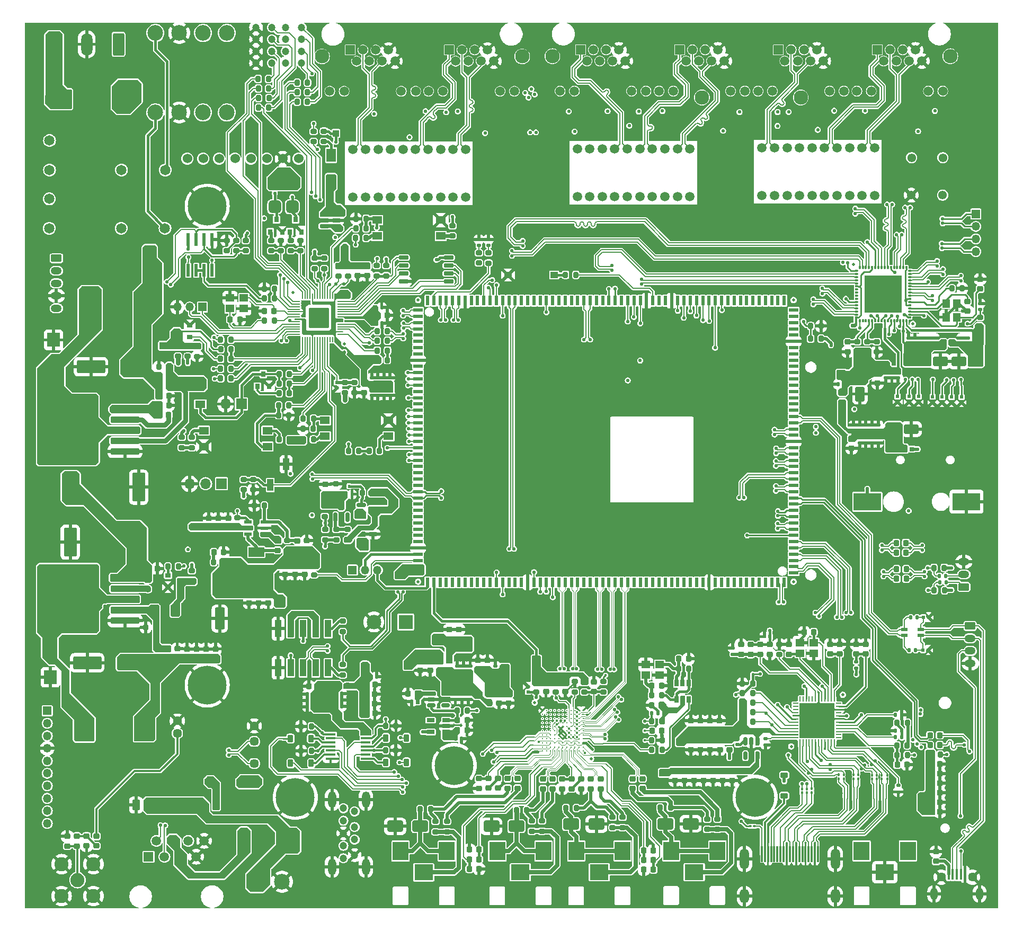
<source format=gtl>
G04 #@! TF.GenerationSoftware,KiCad,Pcbnew,8.0.0-rc1*
G04 #@! TF.CreationDate,2024-04-25T14:23:07+03:00*
G04 #@! TF.ProjectId,MXVR_3.0,4d585652-5f33-42e3-902e-6b696361645f,REV1*
G04 #@! TF.SameCoordinates,Original*
G04 #@! TF.FileFunction,Copper,L1,Top*
G04 #@! TF.FilePolarity,Positive*
%FSLAX46Y46*%
G04 Gerber Fmt 4.6, Leading zero omitted, Abs format (unit mm)*
G04 Created by KiCad (PCBNEW 8.0.0-rc1) date 2024-04-25 14:23:07*
%MOMM*%
%LPD*%
G01*
G04 APERTURE LIST*
G04 Aperture macros list*
%AMRoundRect*
0 Rectangle with rounded corners*
0 $1 Rounding radius*
0 $2 $3 $4 $5 $6 $7 $8 $9 X,Y pos of 4 corners*
0 Add a 4 corners polygon primitive as box body*
4,1,4,$2,$3,$4,$5,$6,$7,$8,$9,$2,$3,0*
0 Add four circle primitives for the rounded corners*
1,1,$1+$1,$2,$3*
1,1,$1+$1,$4,$5*
1,1,$1+$1,$6,$7*
1,1,$1+$1,$8,$9*
0 Add four rect primitives between the rounded corners*
20,1,$1+$1,$2,$3,$4,$5,0*
20,1,$1+$1,$4,$5,$6,$7,0*
20,1,$1+$1,$6,$7,$8,$9,0*
20,1,$1+$1,$8,$9,$2,$3,0*%
%AMFreePoly0*
4,1,12,-0.135000,0.225000,0.135000,0.225000,0.135000,-0.090000,0.124724,-0.141662,0.095459,-0.185459,0.051662,-0.214724,0.000000,-0.225000,-0.051662,-0.214724,-0.095459,-0.185459,-0.124724,-0.141662,-0.135000,-0.090000,-0.135000,0.225000,-0.135000,0.225000,$1*%
%AMFreePoly1*
4,1,5,3.000000,-3.000000,-3.000000,-3.000000,-3.000000,3.000000,3.000000,3.000000,3.000000,-3.000000,3.000000,-3.000000,$1*%
G04 Aperture macros list end*
G04 #@! TA.AperFunction,SMDPad,CuDef*
%ADD10RoundRect,0.200000X-0.200000X-0.275000X0.200000X-0.275000X0.200000X0.275000X-0.200000X0.275000X0*%
G04 #@! TD*
G04 #@! TA.AperFunction,SMDPad,CuDef*
%ADD11RoundRect,0.225000X0.250000X-0.225000X0.250000X0.225000X-0.250000X0.225000X-0.250000X-0.225000X0*%
G04 #@! TD*
G04 #@! TA.AperFunction,SMDPad,CuDef*
%ADD12RoundRect,0.140000X0.170000X-0.140000X0.170000X0.140000X-0.170000X0.140000X-0.170000X-0.140000X0*%
G04 #@! TD*
G04 #@! TA.AperFunction,SMDPad,CuDef*
%ADD13RoundRect,0.140000X-0.170000X0.140000X-0.170000X-0.140000X0.170000X-0.140000X0.170000X0.140000X0*%
G04 #@! TD*
G04 #@! TA.AperFunction,SMDPad,CuDef*
%ADD14RoundRect,0.200000X0.200000X0.275000X-0.200000X0.275000X-0.200000X-0.275000X0.200000X-0.275000X0*%
G04 #@! TD*
G04 #@! TA.AperFunction,SMDPad,CuDef*
%ADD15RoundRect,0.140000X-0.140000X-0.170000X0.140000X-0.170000X0.140000X0.170000X-0.140000X0.170000X0*%
G04 #@! TD*
G04 #@! TA.AperFunction,SMDPad,CuDef*
%ADD16RoundRect,0.135000X0.185000X-0.135000X0.185000X0.135000X-0.185000X0.135000X-0.185000X-0.135000X0*%
G04 #@! TD*
G04 #@! TA.AperFunction,SMDPad,CuDef*
%ADD17RoundRect,0.200000X0.275000X-0.200000X0.275000X0.200000X-0.275000X0.200000X-0.275000X-0.200000X0*%
G04 #@! TD*
G04 #@! TA.AperFunction,SMDPad,CuDef*
%ADD18C,0.500000*%
G04 #@! TD*
G04 #@! TA.AperFunction,ComponentPad*
%ADD19C,1.500000*%
G04 #@! TD*
G04 #@! TA.AperFunction,SMDPad,CuDef*
%ADD20R,1.000000X1.000000*%
G04 #@! TD*
G04 #@! TA.AperFunction,SMDPad,CuDef*
%ADD21RoundRect,0.225000X-0.250000X0.225000X-0.250000X-0.225000X0.250000X-0.225000X0.250000X0.225000X0*%
G04 #@! TD*
G04 #@! TA.AperFunction,SMDPad,CuDef*
%ADD22RoundRect,0.135000X0.135000X0.185000X-0.135000X0.185000X-0.135000X-0.185000X0.135000X-0.185000X0*%
G04 #@! TD*
G04 #@! TA.AperFunction,SMDPad,CuDef*
%ADD23RoundRect,0.200000X-0.275000X0.200000X-0.275000X-0.200000X0.275000X-0.200000X0.275000X0.200000X0*%
G04 #@! TD*
G04 #@! TA.AperFunction,ComponentPad*
%ADD24C,1.381000*%
G04 #@! TD*
G04 #@! TA.AperFunction,SMDPad,CuDef*
%ADD25R,0.200000X0.600000*%
G04 #@! TD*
G04 #@! TA.AperFunction,SMDPad,CuDef*
%ADD26R,0.400000X1.400000*%
G04 #@! TD*
G04 #@! TA.AperFunction,SMDPad,CuDef*
%ADD27R,1.150000X1.650000*%
G04 #@! TD*
G04 #@! TA.AperFunction,SMDPad,CuDef*
%ADD28RoundRect,0.062500X0.062500X-0.375000X0.062500X0.375000X-0.062500X0.375000X-0.062500X-0.375000X0*%
G04 #@! TD*
G04 #@! TA.AperFunction,SMDPad,CuDef*
%ADD29RoundRect,0.062500X0.375000X-0.062500X0.375000X0.062500X-0.375000X0.062500X-0.375000X-0.062500X0*%
G04 #@! TD*
G04 #@! TA.AperFunction,SMDPad,CuDef*
%ADD30R,5.600000X5.600000*%
G04 #@! TD*
G04 #@! TA.AperFunction,SMDPad,CuDef*
%ADD31R,1.300000X3.000000*%
G04 #@! TD*
G04 #@! TA.AperFunction,SMDPad,CuDef*
%ADD32R,0.650000X0.700000*%
G04 #@! TD*
G04 #@! TA.AperFunction,SMDPad,CuDef*
%ADD33RoundRect,0.225000X-0.225000X-0.375000X0.225000X-0.375000X0.225000X0.375000X-0.225000X0.375000X0*%
G04 #@! TD*
G04 #@! TA.AperFunction,SMDPad,CuDef*
%ADD34RoundRect,0.135000X-0.135000X-0.185000X0.135000X-0.185000X0.135000X0.185000X-0.135000X0.185000X0*%
G04 #@! TD*
G04 #@! TA.AperFunction,SMDPad,CuDef*
%ADD35R,1.500000X0.600000*%
G04 #@! TD*
G04 #@! TA.AperFunction,SMDPad,CuDef*
%ADD36R,0.600000X1.500000*%
G04 #@! TD*
G04 #@! TA.AperFunction,SMDPad,CuDef*
%ADD37RoundRect,0.225000X0.225000X0.250000X-0.225000X0.250000X-0.225000X-0.250000X0.225000X-0.250000X0*%
G04 #@! TD*
G04 #@! TA.AperFunction,ComponentPad*
%ADD38R,2.310000X2.310000*%
G04 #@! TD*
G04 #@! TA.AperFunction,ComponentPad*
%ADD39C,2.310000*%
G04 #@! TD*
G04 #@! TA.AperFunction,SMDPad,CuDef*
%ADD40RoundRect,0.225000X-0.225000X-0.250000X0.225000X-0.250000X0.225000X0.250000X-0.225000X0.250000X0*%
G04 #@! TD*
G04 #@! TA.AperFunction,SMDPad,CuDef*
%ADD41RoundRect,0.150000X-0.512500X-0.150000X0.512500X-0.150000X0.512500X0.150000X-0.512500X0.150000X0*%
G04 #@! TD*
G04 #@! TA.AperFunction,ComponentPad*
%ADD42C,1.200000*%
G04 #@! TD*
G04 #@! TA.AperFunction,SMDPad,CuDef*
%ADD43RoundRect,0.100000X-0.100000X0.130000X-0.100000X-0.130000X0.100000X-0.130000X0.100000X0.130000X0*%
G04 #@! TD*
G04 #@! TA.AperFunction,SMDPad,CuDef*
%ADD44R,1.000000X2.750000*%
G04 #@! TD*
G04 #@! TA.AperFunction,SMDPad,CuDef*
%ADD45RoundRect,0.250000X-1.000000X-0.650000X1.000000X-0.650000X1.000000X0.650000X-1.000000X0.650000X0*%
G04 #@! TD*
G04 #@! TA.AperFunction,SMDPad,CuDef*
%ADD46R,0.800000X0.900000*%
G04 #@! TD*
G04 #@! TA.AperFunction,SMDPad,CuDef*
%ADD47R,0.900000X0.800000*%
G04 #@! TD*
G04 #@! TA.AperFunction,SMDPad,CuDef*
%ADD48R,0.600000X0.550000*%
G04 #@! TD*
G04 #@! TA.AperFunction,SMDPad,CuDef*
%ADD49RoundRect,0.135000X-0.185000X0.135000X-0.185000X-0.135000X0.185000X-0.135000X0.185000X0.135000X0*%
G04 #@! TD*
G04 #@! TA.AperFunction,SMDPad,CuDef*
%ADD50R,1.500000X1.250000*%
G04 #@! TD*
G04 #@! TA.AperFunction,ComponentPad*
%ADD51R,1.500000X1.500000*%
G04 #@! TD*
G04 #@! TA.AperFunction,ComponentPad*
%ADD52C,2.300000*%
G04 #@! TD*
G04 #@! TA.AperFunction,ComponentPad*
%ADD53RoundRect,0.250000X-0.625000X0.350000X-0.625000X-0.350000X0.625000X-0.350000X0.625000X0.350000X0*%
G04 #@! TD*
G04 #@! TA.AperFunction,ComponentPad*
%ADD54O,1.750000X1.200000*%
G04 #@! TD*
G04 #@! TA.AperFunction,ComponentPad*
%ADD55R,1.350000X1.350000*%
G04 #@! TD*
G04 #@! TA.AperFunction,ComponentPad*
%ADD56O,1.350000X1.350000*%
G04 #@! TD*
G04 #@! TA.AperFunction,ComponentPad*
%ADD57R,2.500000X3.000000*%
G04 #@! TD*
G04 #@! TA.AperFunction,ComponentPad*
%ADD58R,3.000000X2.500000*%
G04 #@! TD*
G04 #@! TA.AperFunction,SMDPad,CuDef*
%ADD59RoundRect,0.140000X0.140000X0.170000X-0.140000X0.170000X-0.140000X-0.170000X0.140000X-0.170000X0*%
G04 #@! TD*
G04 #@! TA.AperFunction,SMDPad,CuDef*
%ADD60R,0.550000X0.600000*%
G04 #@! TD*
G04 #@! TA.AperFunction,SMDPad,CuDef*
%ADD61RoundRect,0.218750X0.256250X-0.218750X0.256250X0.218750X-0.256250X0.218750X-0.256250X-0.218750X0*%
G04 #@! TD*
G04 #@! TA.AperFunction,SMDPad,CuDef*
%ADD62RoundRect,0.050000X-0.050000X0.387500X-0.050000X-0.387500X0.050000X-0.387500X0.050000X0.387500X0*%
G04 #@! TD*
G04 #@! TA.AperFunction,SMDPad,CuDef*
%ADD63RoundRect,0.050000X-0.387500X0.050000X-0.387500X-0.050000X0.387500X-0.050000X0.387500X0.050000X0*%
G04 #@! TD*
G04 #@! TA.AperFunction,ComponentPad*
%ADD64C,0.600000*%
G04 #@! TD*
G04 #@! TA.AperFunction,SMDPad,CuDef*
%ADD65RoundRect,0.144000X-1.456000X1.456000X-1.456000X-1.456000X1.456000X-1.456000X1.456000X1.456000X0*%
G04 #@! TD*
G04 #@! TA.AperFunction,ComponentPad*
%ADD66C,0.900000*%
G04 #@! TD*
G04 #@! TA.AperFunction,ComponentPad*
%ADD67C,6.200000*%
G04 #@! TD*
G04 #@! TA.AperFunction,SMDPad,CuDef*
%ADD68RoundRect,0.500000X0.500000X-0.500000X0.500000X0.500000X-0.500000X0.500000X-0.500000X-0.500000X0*%
G04 #@! TD*
G04 #@! TA.AperFunction,SMDPad,CuDef*
%ADD69RoundRect,0.500000X-0.500000X0.500000X-0.500000X-0.500000X0.500000X-0.500000X0.500000X0.500000X0*%
G04 #@! TD*
G04 #@! TA.AperFunction,SMDPad,CuDef*
%ADD70RoundRect,0.100000X0.130000X0.100000X-0.130000X0.100000X-0.130000X-0.100000X0.130000X-0.100000X0*%
G04 #@! TD*
G04 #@! TA.AperFunction,SMDPad,CuDef*
%ADD71RoundRect,0.250000X1.000000X0.650000X-1.000000X0.650000X-1.000000X-0.650000X1.000000X-0.650000X0*%
G04 #@! TD*
G04 #@! TA.AperFunction,SMDPad,CuDef*
%ADD72R,2.170000X1.120000*%
G04 #@! TD*
G04 #@! TA.AperFunction,SMDPad,CuDef*
%ADD73R,0.850000X0.850000*%
G04 #@! TD*
G04 #@! TA.AperFunction,ComponentPad*
%ADD74C,1.650000*%
G04 #@! TD*
G04 #@! TA.AperFunction,SMDPad,CuDef*
%ADD75RoundRect,0.218750X0.218750X0.256250X-0.218750X0.256250X-0.218750X-0.256250X0.218750X-0.256250X0*%
G04 #@! TD*
G04 #@! TA.AperFunction,SMDPad,CuDef*
%ADD76FreePoly0,0.000000*%
G04 #@! TD*
G04 #@! TA.AperFunction,SMDPad,CuDef*
%ADD77FreePoly0,90.000000*%
G04 #@! TD*
G04 #@! TA.AperFunction,SMDPad,CuDef*
%ADD78FreePoly0,180.000000*%
G04 #@! TD*
G04 #@! TA.AperFunction,SMDPad,CuDef*
%ADD79FreePoly0,270.000000*%
G04 #@! TD*
G04 #@! TA.AperFunction,SMDPad,CuDef*
%ADD80FreePoly1,0.000000*%
G04 #@! TD*
G04 #@! TA.AperFunction,SMDPad,CuDef*
%ADD81R,1.200000X1.400000*%
G04 #@! TD*
G04 #@! TA.AperFunction,ComponentPad*
%ADD82R,1.700000X1.700000*%
G04 #@! TD*
G04 #@! TA.AperFunction,ComponentPad*
%ADD83O,1.700000X1.700000*%
G04 #@! TD*
G04 #@! TA.AperFunction,SMDPad,CuDef*
%ADD84R,1.400000X1.200000*%
G04 #@! TD*
G04 #@! TA.AperFunction,SMDPad,CuDef*
%ADD85RoundRect,0.250001X0.799999X-2.049999X0.799999X2.049999X-0.799999X2.049999X-0.799999X-2.049999X0*%
G04 #@! TD*
G04 #@! TA.AperFunction,ComponentPad*
%ADD86C,2.250000*%
G04 #@! TD*
G04 #@! TA.AperFunction,SMDPad,CuDef*
%ADD87RoundRect,0.250001X1.999999X0.799999X-1.999999X0.799999X-1.999999X-0.799999X1.999999X-0.799999X0*%
G04 #@! TD*
G04 #@! TA.AperFunction,SMDPad,CuDef*
%ADD88RoundRect,0.100000X0.100000X-0.130000X0.100000X0.130000X-0.100000X0.130000X-0.100000X-0.130000X0*%
G04 #@! TD*
G04 #@! TA.AperFunction,SMDPad,CuDef*
%ADD89RoundRect,0.041300X0.253700X-0.943700X0.253700X0.943700X-0.253700X0.943700X-0.253700X-0.943700X0*%
G04 #@! TD*
G04 #@! TA.AperFunction,ComponentPad*
%ADD90RoundRect,0.250000X0.625000X-0.350000X0.625000X0.350000X-0.625000X0.350000X-0.625000X-0.350000X0*%
G04 #@! TD*
G04 #@! TA.AperFunction,SMDPad,CuDef*
%ADD91RoundRect,0.250001X-0.799999X2.049999X-0.799999X-2.049999X0.799999X-2.049999X0.799999X2.049999X0*%
G04 #@! TD*
G04 #@! TA.AperFunction,SMDPad,CuDef*
%ADD92R,1.200000X1.000000*%
G04 #@! TD*
G04 #@! TA.AperFunction,ComponentPad*
%ADD93RoundRect,0.250000X0.650000X1.550000X-0.650000X1.550000X-0.650000X-1.550000X0.650000X-1.550000X0*%
G04 #@! TD*
G04 #@! TA.AperFunction,ComponentPad*
%ADD94O,1.800000X3.600000*%
G04 #@! TD*
G04 #@! TA.AperFunction,SMDPad,CuDef*
%ADD95R,0.400000X1.745000*%
G04 #@! TD*
G04 #@! TA.AperFunction,ComponentPad*
%ADD96O,1.200000X1.900000*%
G04 #@! TD*
G04 #@! TA.AperFunction,ComponentPad*
%ADD97C,1.450000*%
G04 #@! TD*
G04 #@! TA.AperFunction,SMDPad,CuDef*
%ADD98RoundRect,0.250001X-0.924999X-0.499999X0.924999X-0.499999X0.924999X0.499999X-0.924999X0.499999X0*%
G04 #@! TD*
G04 #@! TA.AperFunction,SMDPad,CuDef*
%ADD99RoundRect,0.250000X-0.550000X1.500000X-0.550000X-1.500000X0.550000X-1.500000X0.550000X1.500000X0*%
G04 #@! TD*
G04 #@! TA.AperFunction,SMDPad,CuDef*
%ADD100RoundRect,0.250000X2.050000X0.300000X-2.050000X0.300000X-2.050000X-0.300000X2.050000X-0.300000X0*%
G04 #@! TD*
G04 #@! TA.AperFunction,SMDPad,CuDef*
%ADD101RoundRect,0.250000X2.025000X2.375000X-2.025000X2.375000X-2.025000X-2.375000X2.025000X-2.375000X0*%
G04 #@! TD*
G04 #@! TA.AperFunction,SMDPad,CuDef*
%ADD102RoundRect,0.250002X4.449998X5.149998X-4.449998X5.149998X-4.449998X-5.149998X4.449998X-5.149998X0*%
G04 #@! TD*
G04 #@! TA.AperFunction,SMDPad,CuDef*
%ADD103R,0.400000X0.510000*%
G04 #@! TD*
G04 #@! TA.AperFunction,ComponentPad*
%ADD104RoundRect,0.250000X-0.350000X-0.625000X0.350000X-0.625000X0.350000X0.625000X-0.350000X0.625000X0*%
G04 #@! TD*
G04 #@! TA.AperFunction,ComponentPad*
%ADD105O,1.200000X1.750000*%
G04 #@! TD*
G04 #@! TA.AperFunction,ComponentPad*
%ADD106C,2.500000*%
G04 #@! TD*
G04 #@! TA.AperFunction,SMDPad,CuDef*
%ADD107RoundRect,0.150000X-0.587500X-0.150000X0.587500X-0.150000X0.587500X0.150000X-0.587500X0.150000X0*%
G04 #@! TD*
G04 #@! TA.AperFunction,SMDPad,CuDef*
%ADD108RoundRect,0.147500X-0.172500X0.147500X-0.172500X-0.147500X0.172500X-0.147500X0.172500X0.147500X0*%
G04 #@! TD*
G04 #@! TA.AperFunction,SMDPad,CuDef*
%ADD109R,0.650000X1.125000*%
G04 #@! TD*
G04 #@! TA.AperFunction,SMDPad,CuDef*
%ADD110R,1.050000X0.600000*%
G04 #@! TD*
G04 #@! TA.AperFunction,SMDPad,CuDef*
%ADD111R,4.400000X2.800000*%
G04 #@! TD*
G04 #@! TA.AperFunction,SMDPad,CuDef*
%ADD112RoundRect,0.150000X-0.150000X0.512500X-0.150000X-0.512500X0.150000X-0.512500X0.150000X0.512500X0*%
G04 #@! TD*
G04 #@! TA.AperFunction,SMDPad,CuDef*
%ADD113R,3.000000X3.500000*%
G04 #@! TD*
G04 #@! TA.AperFunction,SMDPad,CuDef*
%ADD114RoundRect,0.150000X-0.650000X-0.150000X0.650000X-0.150000X0.650000X0.150000X-0.650000X0.150000X0*%
G04 #@! TD*
G04 #@! TA.AperFunction,SMDPad,CuDef*
%ADD115RoundRect,0.218750X-0.256250X0.218750X-0.256250X-0.218750X0.256250X-0.218750X0.256250X0.218750X0*%
G04 #@! TD*
G04 #@! TA.AperFunction,SMDPad,CuDef*
%ADD116RoundRect,0.225000X0.225000X0.375000X-0.225000X0.375000X-0.225000X-0.375000X0.225000X-0.375000X0*%
G04 #@! TD*
G04 #@! TA.AperFunction,SMDPad,CuDef*
%ADD117RoundRect,0.250001X0.924999X0.499999X-0.924999X0.499999X-0.924999X-0.499999X0.924999X-0.499999X0*%
G04 #@! TD*
G04 #@! TA.AperFunction,SMDPad,CuDef*
%ADD118R,2.500000X1.500000*%
G04 #@! TD*
G04 #@! TA.AperFunction,SMDPad,CuDef*
%ADD119R,1.250000X0.650000*%
G04 #@! TD*
G04 #@! TA.AperFunction,SMDPad,CuDef*
%ADD120C,0.300000*%
G04 #@! TD*
G04 #@! TA.AperFunction,SMDPad,CuDef*
%ADD121RoundRect,0.225000X0.375000X-0.225000X0.375000X0.225000X-0.375000X0.225000X-0.375000X-0.225000X0*%
G04 #@! TD*
G04 #@! TA.AperFunction,SMDPad,CuDef*
%ADD122R,1.200000X0.600000*%
G04 #@! TD*
G04 #@! TA.AperFunction,SMDPad,CuDef*
%ADD123R,1.600000X0.350000*%
G04 #@! TD*
G04 #@! TA.AperFunction,SMDPad,CuDef*
%ADD124RoundRect,0.500000X0.200000X0.150000X-0.200000X0.150000X-0.200000X-0.150000X0.200000X-0.150000X0*%
G04 #@! TD*
G04 #@! TA.AperFunction,SMDPad,CuDef*
%ADD125R,1.000000X1.900000*%
G04 #@! TD*
G04 #@! TA.AperFunction,SMDPad,CuDef*
%ADD126RoundRect,0.250001X-0.499999X0.924999X-0.499999X-0.924999X0.499999X-0.924999X0.499999X0.924999X0*%
G04 #@! TD*
G04 #@! TA.AperFunction,SMDPad,CuDef*
%ADD127R,2.050000X2.250000*%
G04 #@! TD*
G04 #@! TA.AperFunction,SMDPad,CuDef*
%ADD128R,1.500000X2.120000*%
G04 #@! TD*
G04 #@! TA.AperFunction,SMDPad,CuDef*
%ADD129R,1.650000X1.150000*%
G04 #@! TD*
G04 #@! TA.AperFunction,SMDPad,CuDef*
%ADD130R,0.300000X2.600000*%
G04 #@! TD*
G04 #@! TA.AperFunction,ComponentPad*
%ADD131O,1.500000X3.300000*%
G04 #@! TD*
G04 #@! TA.AperFunction,ComponentPad*
%ADD132O,1.500000X2.300000*%
G04 #@! TD*
G04 #@! TA.AperFunction,SMDPad,CuDef*
%ADD133RoundRect,0.150000X0.150000X-0.587500X0.150000X0.587500X-0.150000X0.587500X-0.150000X-0.587500X0*%
G04 #@! TD*
G04 #@! TA.AperFunction,ComponentPad*
%ADD134O,3.200000X2.000000*%
G04 #@! TD*
G04 #@! TA.AperFunction,ComponentPad*
%ADD135O,1.300000X2.600000*%
G04 #@! TD*
G04 #@! TA.AperFunction,ComponentPad*
%ADD136C,1.524000*%
G04 #@! TD*
G04 #@! TA.AperFunction,ViaPad*
%ADD137C,0.550000*%
G04 #@! TD*
G04 #@! TA.AperFunction,ViaPad*
%ADD138C,0.400000*%
G04 #@! TD*
G04 #@! TA.AperFunction,Conductor*
%ADD139C,0.200000*%
G04 #@! TD*
G04 #@! TA.AperFunction,Conductor*
%ADD140C,0.508000*%
G04 #@! TD*
G04 #@! TA.AperFunction,Conductor*
%ADD141C,0.381000*%
G04 #@! TD*
G04 #@! TA.AperFunction,Conductor*
%ADD142C,0.300000*%
G04 #@! TD*
G04 #@! TA.AperFunction,Conductor*
%ADD143C,0.762000*%
G04 #@! TD*
G04 #@! TA.AperFunction,Conductor*
%ADD144C,0.100000*%
G04 #@! TD*
G04 #@! TA.AperFunction,Conductor*
%ADD145C,0.254000*%
G04 #@! TD*
G04 #@! TA.AperFunction,Conductor*
%ADD146C,0.120000*%
G04 #@! TD*
G04 #@! TA.AperFunction,Conductor*
%ADD147C,0.800000*%
G04 #@! TD*
G04 #@! TA.AperFunction,Conductor*
%ADD148C,1.000000*%
G04 #@! TD*
G04 #@! TA.AperFunction,Conductor*
%ADD149C,0.635000*%
G04 #@! TD*
G04 #@! TA.AperFunction,Conductor*
%ADD150C,0.500000*%
G04 #@! TD*
G04 #@! TA.AperFunction,Conductor*
%ADD151C,0.180000*%
G04 #@! TD*
G04 #@! TA.AperFunction,Conductor*
%ADD152C,0.218400*%
G04 #@! TD*
G04 #@! TA.AperFunction,Conductor*
%ADD153C,0.177000*%
G04 #@! TD*
G04 #@! TA.AperFunction,Conductor*
%ADD154C,0.581000*%
G04 #@! TD*
G04 APERTURE END LIST*
D10*
X192485000Y-142700000D03*
X194135000Y-142700000D03*
D11*
X193470000Y-159775000D03*
X193470000Y-158225000D03*
D12*
X192170000Y-77110000D03*
X192170000Y-76150000D03*
D13*
X117690000Y-132970000D03*
X117690000Y-133930000D03*
D12*
X182270000Y-91040000D03*
X182270000Y-90080000D03*
D14*
X105815000Y-78165000D03*
X104165000Y-78165000D03*
D15*
X103930000Y-71270000D03*
X104890000Y-71270000D03*
D16*
X166230000Y-141160000D03*
X166230000Y-140140000D03*
D15*
X103940000Y-73770000D03*
X104900000Y-73770000D03*
D17*
X88790000Y-62225711D03*
X88790000Y-60575711D03*
D10*
X134345000Y-151242500D03*
X135995000Y-151242500D03*
D18*
X180290000Y-64440000D03*
D19*
X100300000Y-53650000D03*
X102300000Y-53650000D03*
X104300000Y-53650000D03*
X106300000Y-53650000D03*
X108300000Y-53650000D03*
X110300000Y-53650000D03*
X112300000Y-53650000D03*
X114300000Y-53650000D03*
X116300000Y-53650000D03*
X118300000Y-53650000D03*
X118300000Y-46030000D03*
X116300000Y-46030000D03*
X114300000Y-46030000D03*
X112300000Y-46030000D03*
X110300000Y-46030000D03*
X108300000Y-46030000D03*
X106300000Y-46030000D03*
X104300000Y-46030000D03*
X102300000Y-46030000D03*
X100300000Y-46030000D03*
D20*
X65140000Y-37720000D03*
D21*
X86770000Y-116975000D03*
X86770000Y-118525000D03*
D22*
X188020000Y-136400000D03*
X187000000Y-136400000D03*
D13*
X184270000Y-91970000D03*
X184270000Y-92930000D03*
D10*
X88410000Y-86940000D03*
X90060000Y-86940000D03*
D17*
X91870000Y-62225000D03*
X91870000Y-60575000D03*
D23*
X84340000Y-98760000D03*
X84340000Y-100410000D03*
D24*
X189540000Y-53340000D03*
X194540000Y-53340000D03*
D14*
X72395000Y-112670000D03*
X70745000Y-112670000D03*
D21*
X70670000Y-125800000D03*
X70670000Y-127350000D03*
D25*
X178840000Y-149270000D03*
X179340000Y-149270000D03*
D26*
X179840000Y-148870000D03*
D25*
X180340000Y-149270000D03*
X180840000Y-149270000D03*
X180840000Y-148470000D03*
X180340000Y-148470000D03*
X179340000Y-148470000D03*
X178840000Y-148470000D03*
D27*
X68577500Y-119695000D03*
X71877500Y-119695000D03*
D18*
X189770000Y-73910000D03*
D12*
X123070000Y-129505000D03*
X123070000Y-128545000D03*
D20*
X67890000Y-62480000D03*
D10*
X193195000Y-116450000D03*
X194845000Y-116450000D03*
D28*
X171712500Y-140727500D03*
X172212500Y-140727500D03*
X172712500Y-140727500D03*
X173212500Y-140727500D03*
X173712500Y-140727500D03*
X174212500Y-140727500D03*
X174712500Y-140727500D03*
X175212500Y-140727500D03*
X175712500Y-140727500D03*
X176212500Y-140727500D03*
X176712500Y-140727500D03*
X177212500Y-140727500D03*
D29*
X177900000Y-140040000D03*
X177900000Y-139540000D03*
X177900000Y-139040000D03*
X177900000Y-138540000D03*
X177900000Y-138040000D03*
X177900000Y-137540000D03*
X177900000Y-137040000D03*
X177900000Y-136540000D03*
X177900000Y-136040000D03*
X177900000Y-135540000D03*
X177900000Y-135040000D03*
X177900000Y-134540000D03*
D28*
X177212500Y-133852500D03*
X176712500Y-133852500D03*
X176212500Y-133852500D03*
X175712500Y-133852500D03*
X175212500Y-133852500D03*
X174712500Y-133852500D03*
X174212500Y-133852500D03*
X173712500Y-133852500D03*
X173212500Y-133852500D03*
X172712500Y-133852500D03*
X172212500Y-133852500D03*
X171712500Y-133852500D03*
D29*
X171025000Y-134540000D03*
X171025000Y-135040000D03*
X171025000Y-135540000D03*
X171025000Y-136040000D03*
X171025000Y-136540000D03*
X171025000Y-137040000D03*
X171025000Y-137540000D03*
X171025000Y-138040000D03*
X171025000Y-138540000D03*
X171025000Y-139040000D03*
X171025000Y-139540000D03*
X171025000Y-140040000D03*
D30*
X174462500Y-137290000D03*
D21*
X72210000Y-125800000D03*
X72210000Y-127350000D03*
D31*
X82915000Y-156430000D03*
X90715000Y-156430000D03*
D32*
X195975000Y-76790000D03*
X194625000Y-76790000D03*
D11*
X139880000Y-148195000D03*
X139880000Y-146645000D03*
D21*
X134210000Y-131110000D03*
X134210000Y-132660000D03*
D33*
X90300000Y-140170000D03*
X93600000Y-140170000D03*
D34*
X189400000Y-120790000D03*
X190420000Y-120790000D03*
D20*
X68590000Y-131080000D03*
D35*
X170710000Y-113700000D03*
X170710000Y-112700000D03*
X170710000Y-111700000D03*
X170710000Y-110700000D03*
X170710000Y-109700000D03*
X170710000Y-108700000D03*
X170710000Y-107700000D03*
X170710000Y-106700000D03*
X170710000Y-105700000D03*
X170710000Y-104700000D03*
X170710000Y-103700000D03*
X170710000Y-102700000D03*
X170710000Y-101700000D03*
X170710000Y-100700000D03*
X170710000Y-99700000D03*
X170710000Y-98700000D03*
X170710000Y-97700000D03*
X170710000Y-96700000D03*
X170710000Y-95700000D03*
X170710000Y-94700000D03*
X170710000Y-93700000D03*
X170710000Y-92700000D03*
X170710000Y-91700000D03*
X170710000Y-90700000D03*
X170710000Y-89700000D03*
X170710000Y-88700000D03*
X170710000Y-87700000D03*
X170710000Y-86700000D03*
X170710000Y-85700000D03*
X170710000Y-84700000D03*
X170710000Y-83700000D03*
X170710000Y-82700000D03*
X170710000Y-81700000D03*
X170710000Y-80700000D03*
X170710000Y-79700000D03*
X170710000Y-78700000D03*
X170710000Y-77700000D03*
X170710000Y-76700000D03*
X170710000Y-75700000D03*
X170710000Y-74700000D03*
X170710000Y-73700000D03*
X170710000Y-72700000D03*
X170710000Y-71700000D03*
D36*
X169210000Y-70200000D03*
X168210000Y-70200000D03*
X167210000Y-70200000D03*
X166210000Y-70200000D03*
X165210000Y-70200000D03*
X164210000Y-70200000D03*
X163210000Y-70200000D03*
X162210000Y-70200000D03*
X161210000Y-70200000D03*
X160210000Y-70200000D03*
X159210000Y-70200000D03*
X158210000Y-70200000D03*
X157210000Y-70200000D03*
X156210000Y-70200000D03*
X155210000Y-70200000D03*
X154210000Y-70200000D03*
X153210000Y-70200000D03*
X152210000Y-70200000D03*
X151210000Y-70200000D03*
X150210000Y-70200000D03*
X149210000Y-70200000D03*
X148210000Y-70200000D03*
X147210000Y-70200000D03*
X146210000Y-70200000D03*
X145210000Y-70200000D03*
X144210000Y-70200000D03*
X143210000Y-70200000D03*
X142210000Y-70200000D03*
X141210000Y-70200000D03*
X140210000Y-70200000D03*
X139210000Y-70200000D03*
X138210000Y-70200000D03*
X137210000Y-70200000D03*
X136210000Y-70200000D03*
X135210000Y-70200000D03*
X134210000Y-70200000D03*
X133210000Y-70200000D03*
X132210000Y-70200000D03*
X131210000Y-70200000D03*
X130210000Y-70200000D03*
X129210000Y-70200000D03*
X128210000Y-70200000D03*
X127210000Y-70200000D03*
X126210000Y-70200000D03*
X125210000Y-70200000D03*
X124210000Y-70200000D03*
X123210000Y-70200000D03*
X122210000Y-70200000D03*
X121210000Y-70200000D03*
X120210000Y-70200000D03*
X119210000Y-70200000D03*
X118210000Y-70200000D03*
X117210000Y-70200000D03*
X116210000Y-70200000D03*
X115210000Y-70200000D03*
X114210000Y-70200000D03*
X113210000Y-70200000D03*
X112210000Y-70200000D03*
D35*
X110710000Y-71700000D03*
X110710000Y-72700000D03*
X110710000Y-73700000D03*
X110710000Y-74700000D03*
X110710000Y-75700000D03*
X110710000Y-76700000D03*
X110710000Y-77700000D03*
X110710000Y-78700000D03*
X110710000Y-79700000D03*
X110710000Y-80700000D03*
X110710000Y-81700000D03*
X110710000Y-82700000D03*
X110710000Y-83700000D03*
X110710000Y-84700000D03*
X110710000Y-85700000D03*
X110710000Y-86700000D03*
X110710000Y-87700000D03*
X110710000Y-88700000D03*
X110710000Y-89700000D03*
X110710000Y-90700000D03*
X110710000Y-91700000D03*
X110710000Y-92700000D03*
X110710000Y-93700000D03*
X110710000Y-94700000D03*
X110710000Y-95700000D03*
X110710000Y-96700000D03*
X110710000Y-97700000D03*
X110710000Y-98700000D03*
X110710000Y-99700000D03*
X110710000Y-100700000D03*
X110710000Y-101700000D03*
X110710000Y-102700000D03*
X110710000Y-103700000D03*
X110710000Y-104700000D03*
X110710000Y-105700000D03*
X110710000Y-106700000D03*
X110710000Y-107700000D03*
X110710000Y-108700000D03*
X110710000Y-109700000D03*
X110710000Y-110700000D03*
X110710000Y-111700000D03*
X110710000Y-112700000D03*
X110710000Y-113700000D03*
D36*
X112210000Y-115200000D03*
X113210000Y-115200000D03*
X114210000Y-115200000D03*
X115210000Y-115200000D03*
X116210000Y-115200000D03*
X117210000Y-115200000D03*
X118210000Y-115200000D03*
X119210000Y-115200000D03*
X120210000Y-115200000D03*
X121210000Y-115200000D03*
X122210000Y-115200000D03*
X123210000Y-115200000D03*
X124210000Y-115200000D03*
X125210000Y-115200000D03*
X126210000Y-115200000D03*
X127210000Y-115200000D03*
X128210000Y-115200000D03*
X129210000Y-115200000D03*
X130210000Y-115200000D03*
X131210000Y-115200000D03*
X132210000Y-115200000D03*
X133210000Y-115200000D03*
X134210000Y-115200000D03*
X135210000Y-115200000D03*
X136210000Y-115200000D03*
X137210000Y-115200000D03*
X138210000Y-115200000D03*
X139210000Y-115200000D03*
X140210000Y-115200000D03*
X141210000Y-115200000D03*
X142210000Y-115200000D03*
X143210000Y-115200000D03*
X144210000Y-115200000D03*
X145210000Y-115200000D03*
X146210000Y-115200000D03*
X147210000Y-115200000D03*
X148210000Y-115200000D03*
X149210000Y-115200000D03*
X150210000Y-115200000D03*
X151210000Y-115200000D03*
X152210000Y-115200000D03*
X153210000Y-115200000D03*
X154210000Y-115200000D03*
X155210000Y-115200000D03*
X156210000Y-115200000D03*
X157210000Y-115200000D03*
X158210000Y-115200000D03*
X159210000Y-115200000D03*
X160210000Y-115200000D03*
X161210000Y-115200000D03*
X162210000Y-115200000D03*
X163210000Y-115200000D03*
X164210000Y-115200000D03*
X165210000Y-115200000D03*
X166210000Y-115200000D03*
X167210000Y-115200000D03*
X168210000Y-115200000D03*
X169210000Y-115200000D03*
D17*
X130480000Y-154967500D03*
X130480000Y-153317500D03*
D13*
X116660000Y-132970000D03*
X116660000Y-133930000D03*
D10*
X85150000Y-34750000D03*
X86800000Y-34750000D03*
X85225000Y-37820000D03*
X86875000Y-37820000D03*
D17*
X120410000Y-64175000D03*
X120410000Y-62525000D03*
D37*
X120460000Y-160990000D03*
X118910000Y-160990000D03*
D11*
X120420000Y-148105000D03*
X120420000Y-146555000D03*
D38*
X108710000Y-121540000D03*
D39*
X103630000Y-121540000D03*
D40*
X104220000Y-72520000D03*
X105770000Y-72520000D03*
D41*
X112845000Y-132977500D03*
X112845000Y-133927500D03*
X112845000Y-134877500D03*
X115120000Y-134877500D03*
X115120000Y-132977500D03*
D11*
X73750000Y-127380000D03*
X73750000Y-125830000D03*
D21*
X184120000Y-81855000D03*
X184120000Y-83405000D03*
D12*
X117990000Y-129545000D03*
X117990000Y-128585000D03*
D37*
X148315000Y-158050000D03*
X146765000Y-158050000D03*
D42*
X89550000Y-26540000D03*
X92090000Y-26540000D03*
X89550000Y-28440000D03*
X92090000Y-28440000D03*
X89550000Y-30340000D03*
X92090000Y-30340000D03*
X89550000Y-32240000D03*
X92090000Y-32240000D03*
D17*
X104110000Y-66230000D03*
X104110000Y-64580000D03*
D37*
X149605000Y-134810000D03*
X148055000Y-134810000D03*
D24*
X189570000Y-47350000D03*
X194570000Y-47350000D03*
D43*
X184020000Y-145990000D03*
X184020000Y-146630000D03*
D37*
X70870000Y-82330000D03*
X69320000Y-82330000D03*
D21*
X154780000Y-145350000D03*
X154780000Y-146900000D03*
D18*
X178587500Y-133165000D03*
D44*
X88330000Y-122605000D03*
X88330000Y-128855000D03*
X90330000Y-122605000D03*
X90330000Y-128855000D03*
X92330000Y-122605000D03*
X92330000Y-128855000D03*
X94330000Y-122605000D03*
X94330000Y-128855000D03*
X96330000Y-122605000D03*
X96330000Y-128855000D03*
D45*
X122420000Y-154172500D03*
X126420000Y-154172500D03*
D11*
X169960000Y-126680000D03*
X169960000Y-125130000D03*
D17*
X97620000Y-108400000D03*
X97620000Y-106750000D03*
D46*
X87100000Y-59215711D03*
X89000000Y-59215711D03*
X88050000Y-57215711D03*
D10*
X99585000Y-94190000D03*
X101235000Y-94190000D03*
D15*
X97557500Y-134030000D03*
X98517500Y-134030000D03*
D12*
X189060000Y-77130000D03*
X189060000Y-76170000D03*
D42*
X84810000Y-26540000D03*
X87350000Y-26540000D03*
X84810000Y-28440000D03*
X87350000Y-28440000D03*
X84810000Y-30340000D03*
X87350000Y-30340000D03*
X84810000Y-32240000D03*
X87350000Y-32240000D03*
D47*
X70735000Y-114060000D03*
X70735000Y-115960000D03*
X72735000Y-115010000D03*
D18*
X138340000Y-143410000D03*
D48*
X192940000Y-85552500D03*
X192940000Y-86402500D03*
D23*
X105605000Y-64580000D03*
X105605000Y-66230000D03*
D12*
X119030000Y-129535000D03*
X119030000Y-128575000D03*
D11*
X91015000Y-113942500D03*
X91015000Y-112392500D03*
D21*
X151730000Y-145350000D03*
X151730000Y-146900000D03*
X157820000Y-145350000D03*
X157820000Y-146900000D03*
D40*
X192535000Y-141170000D03*
X194085000Y-141170000D03*
D11*
X67520000Y-116265000D03*
X67520000Y-114715000D03*
D17*
X158560000Y-154667500D03*
X158560000Y-153017500D03*
D11*
X123510000Y-148090000D03*
X123510000Y-146540000D03*
D17*
X115307500Y-155052500D03*
X115307500Y-153402500D03*
D23*
X200530000Y-72845000D03*
X200530000Y-74495000D03*
D14*
X105815000Y-76615000D03*
X104165000Y-76615000D03*
D40*
X102235000Y-134615000D03*
X103785000Y-134615000D03*
D49*
X161010000Y-125680000D03*
X161010000Y-126700000D03*
D14*
X93655000Y-142130000D03*
X92005000Y-142130000D03*
D11*
X165380000Y-126685000D03*
X165380000Y-125135000D03*
D23*
X100512500Y-83245000D03*
X100512500Y-84895000D03*
D40*
X102240000Y-131555000D03*
X103790000Y-131555000D03*
D50*
X76450000Y-90960000D03*
X76450000Y-93500000D03*
X86610000Y-93500000D03*
X86610000Y-90960000D03*
D21*
X157360000Y-140405000D03*
X157360000Y-141955000D03*
D17*
X95720000Y-65057500D03*
X95720000Y-63407500D03*
D11*
X75290000Y-127385000D03*
X75290000Y-125835000D03*
D12*
X184260000Y-91030000D03*
X184260000Y-90070000D03*
D51*
X99870000Y-30150000D03*
X115670000Y-30150000D03*
D19*
X100890000Y-31930000D03*
X116690000Y-31930000D03*
X101910000Y-30150000D03*
X117710000Y-30150000D03*
X102930000Y-31930000D03*
X118730000Y-31930000D03*
X103950000Y-30150000D03*
X119750000Y-30150000D03*
X104970000Y-31930000D03*
X120770000Y-31930000D03*
X105990000Y-30150000D03*
X121790000Y-30150000D03*
X107010000Y-31930000D03*
X122810000Y-31930000D03*
X98880000Y-36740000D03*
X96590000Y-36740000D03*
X110310000Y-36740000D03*
X108020000Y-36740000D03*
X114690000Y-36740000D03*
X112400000Y-36740000D03*
X126120000Y-36740000D03*
X123830000Y-36740000D03*
D52*
X127340000Y-31170000D03*
X95340000Y-31170000D03*
D11*
X126580000Y-148120000D03*
X126580000Y-146570000D03*
D18*
X170337500Y-141415000D03*
D21*
X101050000Y-64660000D03*
X101050000Y-66210000D03*
D53*
X198930000Y-122160000D03*
D54*
X198930000Y-124160000D03*
X198930000Y-126160000D03*
X198930000Y-128160000D03*
D12*
X183270000Y-91040000D03*
X183270000Y-90080000D03*
D55*
X51440000Y-135720000D03*
D56*
X51440000Y-137720000D03*
X51440000Y-139720000D03*
X51440000Y-141720000D03*
X51440000Y-143720000D03*
X51440000Y-145720000D03*
X51440000Y-147720000D03*
X51440000Y-149720000D03*
X51440000Y-151720000D03*
X51440000Y-153720000D03*
D10*
X91385000Y-36870000D03*
X93035000Y-36870000D03*
D11*
X125040000Y-148100000D03*
X125040000Y-146550000D03*
X133730000Y-148180000D03*
X133730000Y-146630000D03*
D20*
X129610000Y-127680000D03*
D14*
X90145000Y-83460000D03*
X88495000Y-83460000D03*
D21*
X125160000Y-132955000D03*
X125160000Y-134505000D03*
D18*
X110710000Y-70100000D03*
D48*
X97742500Y-83247500D03*
X97742500Y-84097500D03*
D37*
X188675000Y-108900000D03*
X187125000Y-108900000D03*
D57*
X181590000Y-158120000D03*
X188990000Y-158120000D03*
D58*
X185290000Y-161520000D03*
D59*
X178770000Y-83570000D03*
X177810000Y-83570000D03*
D12*
X197530000Y-77120000D03*
X197530000Y-76160000D03*
D14*
X70905000Y-80780000D03*
X69255000Y-80780000D03*
D13*
X103310000Y-84385000D03*
X103310000Y-85345000D03*
D60*
X166910000Y-123880000D03*
X166060000Y-123880000D03*
D15*
X97547500Y-135050000D03*
X98507500Y-135050000D03*
D22*
X195050000Y-114160000D03*
X194030000Y-114160000D03*
D37*
X70840000Y-88440000D03*
X69290000Y-88440000D03*
D17*
X121970000Y-64195000D03*
X121970000Y-62545000D03*
D21*
X91380000Y-108560000D03*
X91380000Y-110110000D03*
D23*
X168430000Y-125080000D03*
X168430000Y-126730000D03*
D18*
X170710000Y-70100000D03*
D61*
X160450000Y-141962500D03*
X160450000Y-140387500D03*
D10*
X101825000Y-100885000D03*
X103475000Y-100885000D03*
D60*
X191392500Y-126010000D03*
X192242500Y-126010000D03*
D13*
X182270000Y-91980000D03*
X182270000Y-92940000D03*
D62*
X97420000Y-69522500D03*
X97020000Y-69522500D03*
X96620000Y-69522500D03*
X96220000Y-69522500D03*
X95820000Y-69522500D03*
X95420000Y-69522500D03*
X95020000Y-69522500D03*
X94620000Y-69522500D03*
X94220000Y-69522500D03*
X93820000Y-69522500D03*
X93420000Y-69522500D03*
X93020000Y-69522500D03*
X92620000Y-69522500D03*
X92220000Y-69522500D03*
D63*
X91382500Y-70360000D03*
X91382500Y-70760000D03*
X91382500Y-71160000D03*
X91382500Y-71560000D03*
X91382500Y-71960000D03*
X91382500Y-72360000D03*
X91382500Y-72760000D03*
X91382500Y-73160000D03*
X91382500Y-73560000D03*
X91382500Y-73960000D03*
X91382500Y-74360000D03*
X91382500Y-74760000D03*
X91382500Y-75160000D03*
X91382500Y-75560000D03*
D62*
X92220000Y-76397500D03*
X92620000Y-76397500D03*
X93020000Y-76397500D03*
X93420000Y-76397500D03*
X93820000Y-76397500D03*
X94220000Y-76397500D03*
X94620000Y-76397500D03*
X95020000Y-76397500D03*
X95420000Y-76397500D03*
X95820000Y-76397500D03*
X96220000Y-76397500D03*
X96620000Y-76397500D03*
X97020000Y-76397500D03*
X97420000Y-76397500D03*
D63*
X98257500Y-75560000D03*
X98257500Y-75160000D03*
X98257500Y-74760000D03*
X98257500Y-74360000D03*
X98257500Y-73960000D03*
X98257500Y-73560000D03*
X98257500Y-73160000D03*
X98257500Y-72760000D03*
X98257500Y-72360000D03*
X98257500Y-71960000D03*
X98257500Y-71560000D03*
X98257500Y-71160000D03*
X98257500Y-70760000D03*
X98257500Y-70360000D03*
D64*
X96095000Y-71685000D03*
X94820000Y-71685000D03*
X93545000Y-71685000D03*
X96095000Y-72960000D03*
X94820000Y-72960000D03*
D65*
X94820000Y-72960000D03*
D64*
X93545000Y-72960000D03*
X96095000Y-74235000D03*
X94820000Y-74235000D03*
X93545000Y-74235000D03*
D66*
X161970000Y-149550000D03*
X162720000Y-147700000D03*
X162720000Y-151400000D03*
X164570000Y-146950000D03*
D67*
X164570000Y-149550000D03*
D66*
X164570000Y-152150000D03*
X166420000Y-147700000D03*
X166420000Y-151400000D03*
X167170000Y-149550000D03*
D20*
X107680000Y-114020000D03*
D11*
X138800000Y-132670000D03*
X138800000Y-131120000D03*
D17*
X83140000Y-62215000D03*
X83140000Y-60565000D03*
X95860000Y-108400000D03*
X95860000Y-106750000D03*
D20*
X200180000Y-76790000D03*
D40*
X192525000Y-145740000D03*
X194075000Y-145740000D03*
D68*
X87800000Y-51200000D03*
D69*
X87800000Y-55200000D03*
D70*
X164445000Y-154190000D03*
X163805000Y-154190000D03*
D23*
X72950000Y-92015000D03*
X72950000Y-93665000D03*
D71*
X139190000Y-153842500D03*
X135190000Y-153842500D03*
D59*
X93950000Y-133100000D03*
X92990000Y-133100000D03*
D72*
X75720000Y-151180000D03*
D73*
X78400000Y-151180000D03*
D37*
X173935000Y-123170000D03*
X172385000Y-123170000D03*
D17*
X95800000Y-104670000D03*
X95800000Y-103020000D03*
D10*
X193155000Y-112880000D03*
X194805000Y-112880000D03*
D18*
X170710000Y-115100000D03*
D20*
X97560000Y-43460000D03*
D10*
X104145000Y-79685000D03*
X105795000Y-79685000D03*
X85170000Y-36290000D03*
X86820000Y-36290000D03*
D14*
X149685000Y-137380000D03*
X148035000Y-137380000D03*
D74*
X70300000Y-49310000D03*
X63300000Y-49310000D03*
X51800000Y-49310000D03*
X51800000Y-44610000D03*
D14*
X87765000Y-73410000D03*
X86115000Y-73410000D03*
D75*
X99415000Y-131740000D03*
X97840000Y-131740000D03*
D11*
X117235000Y-124305000D03*
X117235000Y-122755000D03*
D76*
X188770000Y-64910000D03*
X188270000Y-64910000D03*
X187770000Y-64910000D03*
X187270000Y-64910000D03*
X186770000Y-64910000D03*
X186270000Y-64910000D03*
X185770000Y-64910000D03*
X185270000Y-64910000D03*
X184770000Y-64910000D03*
X184270000Y-64910000D03*
X183770000Y-64910000D03*
X183270000Y-64910000D03*
X182770000Y-64910000D03*
X182270000Y-64910000D03*
X181770000Y-64910000D03*
X181270000Y-64910000D03*
D77*
X180770000Y-65410000D03*
X180770000Y-65910000D03*
X180770000Y-66410000D03*
X180770000Y-66910000D03*
X180770000Y-67410000D03*
X180770000Y-67910000D03*
X180770000Y-68410000D03*
X180770000Y-68910000D03*
X180770000Y-69410000D03*
X180770000Y-69910000D03*
X180770000Y-70410000D03*
X180770000Y-70910000D03*
X180770000Y-71410000D03*
X180770000Y-71910000D03*
X180770000Y-72410000D03*
X180770000Y-72910000D03*
D78*
X181270000Y-73410000D03*
X181770000Y-73410000D03*
X182270000Y-73410000D03*
X182770000Y-73410000D03*
X183270000Y-73410000D03*
X183770000Y-73410000D03*
X184270000Y-73410000D03*
X184770000Y-73410000D03*
X185270000Y-73410000D03*
X185770000Y-73410000D03*
X186270000Y-73410000D03*
X186770000Y-73410000D03*
X187270000Y-73410000D03*
X187770000Y-73410000D03*
X188270000Y-73410000D03*
X188770000Y-73410000D03*
D79*
X189270000Y-72910000D03*
X189270000Y-72410000D03*
X189270000Y-71910000D03*
X189270000Y-71410000D03*
X189270000Y-70910000D03*
X189270000Y-70410000D03*
X189270000Y-69910000D03*
X189270000Y-69410000D03*
X189270000Y-68910000D03*
X189270000Y-68410000D03*
X189270000Y-67910000D03*
X189270000Y-67410000D03*
X189270000Y-66910000D03*
X189270000Y-66410000D03*
X189270000Y-65910000D03*
X189270000Y-65410000D03*
D80*
X185020000Y-69160000D03*
D17*
X141800000Y-154367500D03*
X141800000Y-152717500D03*
D81*
X195105000Y-70630000D03*
X195105000Y-72830000D03*
X196805000Y-72830000D03*
X196805000Y-70630000D03*
D82*
X82465000Y-86710000D03*
D83*
X79925000Y-86710000D03*
D14*
X102395000Y-58630000D03*
X100745000Y-58630000D03*
D11*
X54630000Y-157325000D03*
X54630000Y-155775000D03*
D23*
X129600000Y-131067500D03*
X129600000Y-132717500D03*
D84*
X147110000Y-130048000D03*
X149310000Y-130048000D03*
X149310000Y-128348000D03*
X147110000Y-128348000D03*
D20*
X152510000Y-140730000D03*
D34*
X189210000Y-126020000D03*
X190230000Y-126020000D03*
D11*
X176570000Y-126625000D03*
X176570000Y-125075000D03*
D55*
X76220000Y-71210000D03*
D56*
X74220000Y-71210000D03*
X72220000Y-71210000D03*
D21*
X179360000Y-76800000D03*
X179360000Y-78350000D03*
D40*
X146765000Y-159580000D03*
X148315000Y-159580000D03*
D14*
X80790000Y-81055000D03*
X79140000Y-81055000D03*
D11*
X92540000Y-113960000D03*
X92540000Y-112410000D03*
D21*
X85240000Y-116975000D03*
X85240000Y-118525000D03*
D85*
X66060000Y-108800000D03*
X66060000Y-100000000D03*
D21*
X159340000Y-145350000D03*
X159340000Y-146900000D03*
X77255000Y-104935000D03*
X77255000Y-106485000D03*
D86*
X56280000Y-162770000D03*
X53730000Y-165320000D03*
X58830000Y-165320000D03*
X58830000Y-160220000D03*
X53730000Y-160220000D03*
D48*
X190690000Y-85492500D03*
X190690000Y-86342500D03*
D37*
X188720000Y-113090000D03*
X187170000Y-113090000D03*
D87*
X65620000Y-80745000D03*
X58420000Y-80745000D03*
D10*
X149385000Y-151182500D03*
X151035000Y-151182500D03*
D11*
X155810000Y-138855000D03*
X155810000Y-137305000D03*
D17*
X143350000Y-154387500D03*
X143350000Y-152737500D03*
D14*
X79700000Y-111960000D03*
X78050000Y-111960000D03*
D11*
X162310000Y-126700000D03*
X162310000Y-125150000D03*
D40*
X187285000Y-144330000D03*
X188835000Y-144330000D03*
D43*
X185690000Y-145990000D03*
X185690000Y-146630000D03*
D21*
X131140000Y-131107500D03*
X131140000Y-132657500D03*
D11*
X89460000Y-113940000D03*
X89460000Y-112390000D03*
D17*
X180900000Y-78385000D03*
X180900000Y-76735000D03*
D10*
X102875000Y-94170000D03*
X104525000Y-94170000D03*
D48*
X128280000Y-132710000D03*
X128280000Y-131860000D03*
D87*
X65020000Y-128050000D03*
X57820000Y-128050000D03*
D88*
X172830000Y-148820000D03*
X172830000Y-148180000D03*
D89*
X73985000Y-65355000D03*
X75255000Y-65355000D03*
X76525000Y-65355000D03*
X77795000Y-65355000D03*
X77795000Y-60405000D03*
X76525000Y-60405000D03*
X75255000Y-60405000D03*
X73985000Y-60405000D03*
D21*
X158910000Y-140410000D03*
X158910000Y-141960000D03*
D13*
X181270000Y-91970000D03*
X181270000Y-92930000D03*
D17*
X94190000Y-65075000D03*
X94190000Y-63425000D03*
D20*
X124750000Y-129020000D03*
D10*
X79150000Y-76450000D03*
X80800000Y-76450000D03*
D37*
X188675000Y-110460000D03*
X187125000Y-110460000D03*
D17*
X140330000Y-132715000D03*
X140330000Y-131065000D03*
D11*
X138330000Y-148195000D03*
X138330000Y-146645000D03*
D23*
X74560000Y-113365000D03*
X74560000Y-115015000D03*
D10*
X196015000Y-68250000D03*
X197665000Y-68250000D03*
D90*
X197920000Y-115930000D03*
D54*
X197920000Y-113930000D03*
X197920000Y-111930000D03*
D12*
X191090000Y-77110000D03*
X191090000Y-76150000D03*
D21*
X155840000Y-140410000D03*
X155840000Y-141960000D03*
D32*
X189640000Y-93910000D03*
X188290000Y-93910000D03*
D91*
X55110000Y-100000000D03*
X55110000Y-108800000D03*
D21*
X121985000Y-146535000D03*
X121985000Y-148085000D03*
D12*
X103305000Y-83470000D03*
X103305000Y-82510000D03*
D59*
X93940000Y-134110000D03*
X92980000Y-134110000D03*
D13*
X183270000Y-91980000D03*
X183270000Y-92940000D03*
D21*
X154320000Y-140405000D03*
X154320000Y-141955000D03*
D51*
X136695000Y-30120000D03*
X152495000Y-30120000D03*
X168295000Y-30120000D03*
X184095000Y-30120000D03*
D19*
X137715000Y-31900000D03*
X153515000Y-31900000D03*
X169315000Y-31900000D03*
X185115000Y-31900000D03*
X138735000Y-30120000D03*
X154535000Y-30120000D03*
X170335000Y-30120000D03*
X186135000Y-30120000D03*
X139755000Y-31900000D03*
X155555000Y-31900000D03*
X171355000Y-31900000D03*
X187155000Y-31900000D03*
X140775000Y-30120000D03*
X156575000Y-30120000D03*
X172375000Y-30120000D03*
X188175000Y-30120000D03*
X141795000Y-31900000D03*
X157595000Y-31900000D03*
X173395000Y-31900000D03*
X189195000Y-31900000D03*
X142815000Y-30120000D03*
X158615000Y-30120000D03*
X174415000Y-30120000D03*
X190215000Y-30120000D03*
X143835000Y-31900000D03*
X159635000Y-31900000D03*
X175435000Y-31900000D03*
X191235000Y-31900000D03*
X135695000Y-36710000D03*
X133405000Y-36710000D03*
X147125000Y-36710000D03*
X144835000Y-36710000D03*
X151505000Y-36710000D03*
X149215000Y-36710000D03*
X162935000Y-36710000D03*
X160645000Y-36710000D03*
X167315000Y-36710000D03*
X165025000Y-36710000D03*
X178745000Y-36710000D03*
X176455000Y-36710000D03*
X183125000Y-36710000D03*
X180835000Y-36710000D03*
X194555000Y-36710000D03*
X192265000Y-36710000D03*
D52*
X195765000Y-31140000D03*
X171865000Y-37730000D03*
X156065000Y-37730000D03*
X132165000Y-31140000D03*
D11*
X130650000Y-148205000D03*
X130650000Y-146655000D03*
D84*
X171750000Y-126535000D03*
X173950000Y-126535000D03*
X173950000Y-124835000D03*
X171750000Y-124835000D03*
D13*
X105280000Y-84380000D03*
X105280000Y-85340000D03*
D21*
X88260000Y-108535000D03*
X88260000Y-110085000D03*
D14*
X93637500Y-138220000D03*
X91987500Y-138220000D03*
D92*
X132460000Y-66090000D03*
X125060000Y-66090000D03*
D17*
X135730000Y-132705000D03*
X135730000Y-131055000D03*
D33*
X90322500Y-144110000D03*
X93622500Y-144110000D03*
D48*
X194460000Y-85572500D03*
X194460000Y-86422500D03*
D53*
X52900000Y-63420000D03*
D54*
X52900000Y-65420000D03*
X52900000Y-67420000D03*
X52900000Y-69420000D03*
X52900000Y-71420000D03*
D11*
X180700000Y-126650000D03*
X180700000Y-125100000D03*
D21*
X153250000Y-145350000D03*
X153250000Y-146900000D03*
D20*
X106870000Y-102550000D03*
D17*
X156930000Y-154687500D03*
X156930000Y-153037500D03*
D61*
X163850000Y-126717500D03*
X163850000Y-125142500D03*
D14*
X86140000Y-102950000D03*
X84490000Y-102950000D03*
D43*
X184815000Y-145990000D03*
X184815000Y-146630000D03*
D20*
X51690000Y-38090000D03*
D14*
X105815000Y-75080000D03*
X104165000Y-75080000D03*
D11*
X157330000Y-138850000D03*
X157330000Y-137300000D03*
D40*
X192525000Y-148820000D03*
X194075000Y-148820000D03*
D93*
X62815000Y-29225000D03*
D94*
X57735000Y-29225000D03*
X52655000Y-29225000D03*
D11*
X136790000Y-148195000D03*
X136790000Y-146645000D03*
D22*
X188020000Y-138930000D03*
X187000000Y-138930000D03*
D74*
X51760000Y-53930000D03*
X51760000Y-58630000D03*
X63260000Y-58630000D03*
X70260000Y-58630000D03*
D17*
X95655000Y-44765000D03*
X95655000Y-43115000D03*
D40*
X102230000Y-133090000D03*
X103780000Y-133090000D03*
D14*
X164167500Y-131370000D03*
X162517500Y-131370000D03*
D37*
X70860000Y-85365000D03*
X69310000Y-85365000D03*
D95*
X195510000Y-161858750D03*
X196160000Y-161858750D03*
X196810000Y-161858750D03*
X197460000Y-161858750D03*
X198110000Y-161858750D03*
D96*
X193185000Y-164986250D03*
D97*
X194310000Y-162306250D03*
X199310000Y-162306250D03*
D96*
X200435000Y-164986250D03*
D98*
X186880000Y-90720000D03*
X189530000Y-90720000D03*
D99*
X79010000Y-115590000D03*
X79010000Y-120990000D03*
D14*
X135905000Y-66060000D03*
X134255000Y-66060000D03*
D12*
X193230000Y-77110000D03*
X193230000Y-76150000D03*
D88*
X173610000Y-148815000D03*
X173610000Y-148175000D03*
D49*
X161730000Y-140125000D03*
X161730000Y-141145000D03*
D10*
X173465000Y-74250000D03*
X175115000Y-74250000D03*
D37*
X149615000Y-131728000D03*
X148065000Y-131728000D03*
D10*
X91385000Y-35350000D03*
X93035000Y-35350000D03*
X79155000Y-77980000D03*
X80805000Y-77980000D03*
D100*
X63867500Y-121320000D03*
X63867500Y-119620000D03*
X63867500Y-117920000D03*
D101*
X57142500Y-120695000D03*
X57142500Y-115145000D03*
D102*
X54717500Y-117920000D03*
D101*
X52292500Y-120695000D03*
X52292500Y-115145000D03*
D100*
X63867500Y-116220000D03*
X63867500Y-114520000D03*
D37*
X69065000Y-112990000D03*
X67515000Y-112990000D03*
D88*
X172045000Y-148830000D03*
X172045000Y-148190000D03*
D21*
X83700000Y-116975000D03*
X83700000Y-118525000D03*
D103*
X99160000Y-101135000D03*
X100160000Y-101135000D03*
X99660000Y-99845000D03*
D12*
X104280000Y-83465000D03*
X104280000Y-82505000D03*
D23*
X99510000Y-64605000D03*
X99510000Y-66255000D03*
D104*
X65610000Y-150780000D03*
D105*
X67610000Y-150780000D03*
D17*
X81860000Y-106520000D03*
X81860000Y-104870000D03*
D21*
X92930000Y-108550000D03*
X92930000Y-110100000D03*
D11*
X132200000Y-148185000D03*
X132200000Y-146635000D03*
D43*
X181060000Y-145945000D03*
X181060000Y-146585000D03*
D11*
X120280000Y-129230000D03*
X120280000Y-127680000D03*
D106*
X68715000Y-27420000D03*
X72525000Y-27420000D03*
X76335000Y-27420000D03*
X80145000Y-27420000D03*
X68715000Y-40120000D03*
X72525000Y-40120000D03*
X76335000Y-40120000D03*
X80145000Y-40120000D03*
D17*
X98650000Y-130015000D03*
X98650000Y-128365000D03*
D10*
X85195000Y-39330000D03*
X86845000Y-39330000D03*
D23*
X98640000Y-121405000D03*
X98640000Y-123055000D03*
D37*
X70855000Y-86890000D03*
X69305000Y-86890000D03*
D13*
X106260000Y-84380000D03*
X106260000Y-85340000D03*
D11*
X115690000Y-124305000D03*
X115690000Y-122755000D03*
D14*
X80790000Y-79505000D03*
X79140000Y-79505000D03*
D40*
X192545000Y-151890000D03*
X194095000Y-151890000D03*
D107*
X101600000Y-102845000D03*
X101600000Y-104745000D03*
X103475000Y-103795000D03*
D17*
X93990000Y-44785000D03*
X93990000Y-43135000D03*
D20*
X113740000Y-123990000D03*
D21*
X160860000Y-145350000D03*
X160860000Y-146900000D03*
D108*
X120410000Y-60395000D03*
X120410000Y-61365000D03*
D55*
X100210000Y-113230000D03*
D56*
X102210000Y-113230000D03*
X104210000Y-113230000D03*
D16*
X187440000Y-148690000D03*
X187440000Y-147670000D03*
D71*
X154260000Y-153772500D03*
X150260000Y-153772500D03*
D40*
X116995000Y-137230000D03*
X118545000Y-137230000D03*
D12*
X190080000Y-77130000D03*
X190080000Y-76170000D03*
X105260000Y-83465000D03*
X105260000Y-82505000D03*
D46*
X90170000Y-59200711D03*
X92070000Y-59200711D03*
X91120000Y-57200711D03*
D109*
X153920000Y-131326000D03*
X152970000Y-131326000D03*
X152020000Y-131326000D03*
X152020000Y-133950000D03*
X152970000Y-133950000D03*
X153920000Y-133950000D03*
D40*
X80655000Y-73200000D03*
X82205000Y-73200000D03*
D11*
X78340000Y-127380000D03*
X78340000Y-125830000D03*
D110*
X188410000Y-123700000D03*
X191060000Y-123700000D03*
X191060000Y-122700000D03*
X188410000Y-122700000D03*
D17*
X81610000Y-62230000D03*
X81610000Y-60580000D03*
D107*
X101632500Y-106577500D03*
X101632500Y-108477500D03*
X103507500Y-107527500D03*
D61*
X178470000Y-86435000D03*
X178470000Y-84860000D03*
D11*
X158880000Y-138850000D03*
X158880000Y-137300000D03*
D20*
X70020000Y-77380000D03*
D40*
X146765000Y-161120000D03*
X148315000Y-161120000D03*
D68*
X90600000Y-51180000D03*
D69*
X90600000Y-55180000D03*
D11*
X154290000Y-138855000D03*
X154290000Y-137305000D03*
D14*
X90165000Y-92360000D03*
X88515000Y-92360000D03*
D17*
X183990000Y-78390000D03*
X183990000Y-76740000D03*
D111*
X182500000Y-102320000D03*
X198350000Y-102320000D03*
D10*
X92320000Y-92370000D03*
X93970000Y-92370000D03*
X69260000Y-83850000D03*
X70910000Y-83850000D03*
D14*
X188895000Y-137660000D03*
X187245000Y-137660000D03*
D112*
X164930000Y-140620000D03*
X163980000Y-140620000D03*
X163030000Y-140620000D03*
X163030000Y-142895000D03*
X164930000Y-142895000D03*
D113*
X58275000Y-70250000D03*
X67875000Y-70250000D03*
D17*
X114150000Y-129350000D03*
X114150000Y-127700000D03*
D23*
X75410000Y-77445000D03*
X75410000Y-79095000D03*
D10*
X92305000Y-90640000D03*
X93955000Y-90640000D03*
D50*
X114330140Y-59852362D03*
X114330140Y-57312362D03*
X104170140Y-57312362D03*
X104170140Y-59852362D03*
D14*
X90065000Y-88490000D03*
X88415000Y-88490000D03*
D15*
X97577500Y-133000000D03*
X98537500Y-133000000D03*
D17*
X89810000Y-110150000D03*
X89810000Y-108500000D03*
D13*
X187420000Y-81580000D03*
X187420000Y-82540000D03*
D10*
X86125000Y-69790000D03*
X87775000Y-69790000D03*
X105515000Y-142020000D03*
X107165000Y-142020000D03*
D17*
X97980000Y-66245000D03*
X97980000Y-64595000D03*
D20*
X120260000Y-133250000D03*
D14*
X153975000Y-128994000D03*
X152325000Y-128994000D03*
D21*
X78800000Y-104935000D03*
X78800000Y-106485000D03*
D19*
X136140000Y-53540000D03*
X138140000Y-53540000D03*
X140140000Y-53540000D03*
X142140000Y-53540000D03*
X144140000Y-53540000D03*
X146140000Y-53540000D03*
X148140000Y-53540000D03*
X150140000Y-53540000D03*
X152140000Y-53540000D03*
X154140000Y-53540000D03*
X154140000Y-45920000D03*
X152140000Y-45920000D03*
X150140000Y-45920000D03*
X148140000Y-45920000D03*
X146140000Y-45920000D03*
X144140000Y-45920000D03*
X142140000Y-45920000D03*
X140140000Y-45920000D03*
X138140000Y-45920000D03*
X136140000Y-45920000D03*
D22*
X195080000Y-115170000D03*
X194060000Y-115170000D03*
D43*
X178730000Y-145940000D03*
X178730000Y-146580000D03*
D40*
X192530000Y-150360000D03*
X194080000Y-150360000D03*
D22*
X188030000Y-139960000D03*
X187010000Y-139960000D03*
D114*
X108380000Y-63305000D03*
X108380000Y-64575000D03*
X108380000Y-65845000D03*
X108380000Y-67115000D03*
X115580000Y-67115000D03*
X115580000Y-65845000D03*
X115580000Y-64575000D03*
X115580000Y-63305000D03*
D23*
X94075000Y-112345000D03*
X94075000Y-113995000D03*
D75*
X79642500Y-110380000D03*
X78067500Y-110380000D03*
D15*
X103100000Y-130295000D03*
X104060000Y-130295000D03*
D115*
X56180000Y-155752500D03*
X56180000Y-157327500D03*
D116*
X108857500Y-143980000D03*
X105557500Y-143980000D03*
D40*
X118910000Y-157910000D03*
X120460000Y-157910000D03*
D17*
X113507500Y-155062500D03*
X113507500Y-153412500D03*
D14*
X90145000Y-81920000D03*
X88495000Y-81920000D03*
X164167500Y-132890000D03*
X162517500Y-132890000D03*
D12*
X200540000Y-71600000D03*
X200540000Y-70640000D03*
D59*
X93940000Y-135110000D03*
X92980000Y-135110000D03*
D23*
X132670000Y-131055000D03*
X132670000Y-132705000D03*
D117*
X199775000Y-79890000D03*
X197125000Y-79890000D03*
D40*
X118900000Y-159450000D03*
X120450000Y-159450000D03*
D118*
X84845000Y-110342679D03*
X84845000Y-113592679D03*
D37*
X188720000Y-114640000D03*
X187170000Y-114640000D03*
D17*
X74540000Y-93695000D03*
X74540000Y-92045000D03*
D100*
X63860000Y-94290000D03*
X63860000Y-92590000D03*
X63860000Y-90890000D03*
D101*
X57135000Y-93665000D03*
X57135000Y-88115000D03*
D102*
X54710000Y-90890000D03*
D101*
X52285000Y-93665000D03*
X52285000Y-88115000D03*
D100*
X63860000Y-89190000D03*
X63860000Y-87490000D03*
D10*
X187225000Y-141240000D03*
X188875000Y-141240000D03*
D119*
X115210000Y-139120000D03*
X115210000Y-138180000D03*
X115210000Y-137240000D03*
X112710000Y-137240000D03*
X112710000Y-139120000D03*
D11*
X59280000Y-157315000D03*
X59280000Y-155765000D03*
D10*
X105525000Y-138115000D03*
X107175000Y-138115000D03*
D11*
X146560000Y-148125000D03*
X146560000Y-146575000D03*
D10*
X79145000Y-82605000D03*
X80795000Y-82605000D03*
D82*
X79285000Y-99445000D03*
D83*
X76745000Y-99445000D03*
X74205000Y-99445000D03*
D18*
X110710000Y-115100000D03*
D14*
X102395140Y-57084862D03*
X100745140Y-57084862D03*
X188885000Y-142790000D03*
X187235000Y-142790000D03*
D10*
X100735000Y-60170000D03*
X102385000Y-60170000D03*
D37*
X87695000Y-71880000D03*
X86145000Y-71880000D03*
D17*
X82810000Y-100410000D03*
X82810000Y-98760000D03*
D37*
X110665000Y-132980000D03*
X109115000Y-132980000D03*
D21*
X198480000Y-70310000D03*
X198480000Y-71860000D03*
D116*
X108860000Y-140070000D03*
X105560000Y-140070000D03*
D17*
X115680000Y-129340000D03*
X115680000Y-127690000D03*
D23*
X99430000Y-106730000D03*
X99430000Y-108380000D03*
D40*
X192525000Y-144220000D03*
X194075000Y-144220000D03*
D21*
X166910000Y-125135000D03*
X166910000Y-126685000D03*
D20*
X96680000Y-53840000D03*
D23*
X182470000Y-76730000D03*
X182470000Y-78380000D03*
D18*
X90695000Y-68850000D03*
X129340000Y-134410000D03*
D61*
X122080000Y-134517500D03*
X122080000Y-132942500D03*
D21*
X57730000Y-155765000D03*
X57730000Y-157315000D03*
D10*
X126405000Y-151610000D03*
X128055000Y-151610000D03*
D88*
X177950000Y-146580000D03*
X177950000Y-145940000D03*
D21*
X102575000Y-64645000D03*
X102575000Y-66195000D03*
D120*
X130590000Y-142160000D03*
X130590000Y-141510000D03*
X130590000Y-140860000D03*
X130590000Y-140210000D03*
X130590000Y-139560000D03*
X130590000Y-138910000D03*
X130590000Y-138260000D03*
X130590000Y-137610000D03*
X130590000Y-136960000D03*
X130590000Y-136310000D03*
X130590000Y-135660000D03*
X131240000Y-142160000D03*
X131240000Y-141510000D03*
X131240000Y-140860000D03*
X131240000Y-140210000D03*
X131240000Y-139560000D03*
X131240000Y-138910000D03*
X131240000Y-138260000D03*
X131240000Y-137610000D03*
X131240000Y-136960000D03*
X131240000Y-136310000D03*
X131240000Y-135660000D03*
X131890000Y-142160000D03*
X131890000Y-141510000D03*
X131890000Y-140860000D03*
X131890000Y-140210000D03*
X131890000Y-139560000D03*
X131890000Y-138910000D03*
X131890000Y-138260000D03*
X131890000Y-137610000D03*
X131890000Y-136960000D03*
X131890000Y-136310000D03*
X131890000Y-135660000D03*
X132540000Y-142160000D03*
X132540000Y-141510000D03*
X132540000Y-140860000D03*
X132540000Y-140210000D03*
X132540000Y-139560000D03*
X132540000Y-138910000D03*
X132540000Y-138260000D03*
X132540000Y-137610000D03*
X132540000Y-136960000D03*
X132540000Y-136310000D03*
X132540000Y-135660000D03*
X133190000Y-142160000D03*
X133190000Y-141510000D03*
X133190000Y-140860000D03*
X133190000Y-140210000D03*
X133190000Y-139560000D03*
X133190000Y-138910000D03*
X133190000Y-138260000D03*
X133190000Y-137610000D03*
X133190000Y-136960000D03*
X133190000Y-136310000D03*
X133190000Y-135660000D03*
X133840000Y-142160000D03*
X133840000Y-141510000D03*
X133840000Y-140860000D03*
X133840000Y-140210000D03*
X133840000Y-139560000D03*
X133840000Y-138910000D03*
X133840000Y-138260000D03*
X133840000Y-137610000D03*
X133840000Y-136960000D03*
X133840000Y-136310000D03*
X133840000Y-135660000D03*
X134490000Y-142160000D03*
X134490000Y-141510000D03*
X134490000Y-140860000D03*
X134490000Y-140210000D03*
X134490000Y-139560000D03*
X134490000Y-138910000D03*
X134490000Y-138260000D03*
X134490000Y-137610000D03*
X134490000Y-136960000D03*
X134490000Y-136310000D03*
X134490000Y-135660000D03*
X135140000Y-142160000D03*
X135140000Y-141510000D03*
X135140000Y-140860000D03*
X135140000Y-140210000D03*
X135140000Y-139560000D03*
X135140000Y-138910000D03*
X135140000Y-138260000D03*
X135140000Y-137610000D03*
X135140000Y-136960000D03*
X135140000Y-136310000D03*
X135140000Y-135660000D03*
X135790000Y-142160000D03*
X135790000Y-141510000D03*
X135790000Y-140860000D03*
X135790000Y-140210000D03*
X135790000Y-139560000D03*
X135790000Y-138910000D03*
X135790000Y-138260000D03*
X135790000Y-137610000D03*
X135790000Y-136960000D03*
X135790000Y-136310000D03*
X135790000Y-135660000D03*
X136440000Y-142160000D03*
X136440000Y-141510000D03*
X136440000Y-140860000D03*
X136440000Y-140210000D03*
X136440000Y-139560000D03*
X136440000Y-138910000D03*
X136440000Y-138260000D03*
X136440000Y-137610000D03*
X136440000Y-136960000D03*
X136440000Y-136310000D03*
X136440000Y-135660000D03*
X137090000Y-142160000D03*
X137090000Y-141510000D03*
X137090000Y-140860000D03*
X137090000Y-140210000D03*
X137090000Y-139560000D03*
X137090000Y-138910000D03*
X137090000Y-138260000D03*
X137090000Y-137610000D03*
X137090000Y-136960000D03*
X137090000Y-136310000D03*
X137090000Y-135660000D03*
D121*
X169220000Y-149307500D03*
X169220000Y-146007500D03*
D14*
X93985000Y-89030000D03*
X92335000Y-89030000D03*
D21*
X135260000Y-146645000D03*
X135260000Y-148195000D03*
D51*
X67630000Y-159050000D03*
D19*
X68900000Y-156510000D03*
X70170000Y-159050000D03*
X71440000Y-156510000D03*
X72710000Y-159050000D03*
X73980000Y-156510000D03*
X75250000Y-159050000D03*
X76520000Y-156510000D03*
D48*
X197550000Y-85580000D03*
X197550000Y-86430000D03*
D59*
X110660000Y-134270000D03*
X109700000Y-134270000D03*
D10*
X111045000Y-151422500D03*
X112695000Y-151422500D03*
D21*
X80340000Y-104925000D03*
X80340000Y-106475000D03*
D11*
X182240000Y-126650000D03*
X182240000Y-125100000D03*
D17*
X128880000Y-154967500D03*
X128880000Y-153317500D03*
D49*
X180730000Y-127890000D03*
X180730000Y-128910000D03*
D13*
X118720000Y-132980000D03*
X118720000Y-133940000D03*
D40*
X116975000Y-138820000D03*
X118525000Y-138820000D03*
D11*
X145010000Y-148155000D03*
X145010000Y-146605000D03*
D21*
X179980000Y-92265000D03*
X179980000Y-93815000D03*
D46*
X85010000Y-83915000D03*
X86910000Y-83915000D03*
X85960000Y-81915000D03*
D55*
X199830000Y-56340000D03*
D56*
X199830000Y-58340000D03*
X199830000Y-60340000D03*
X199830000Y-62340000D03*
D34*
X148040000Y-136120000D03*
X149060000Y-136120000D03*
D50*
X105990000Y-91865139D03*
X105990000Y-89325139D03*
X95830000Y-89325139D03*
X95830000Y-91865139D03*
D122*
X86150000Y-107475000D03*
X86150000Y-106525000D03*
X86150000Y-105575000D03*
X83550000Y-105575000D03*
X83550000Y-106525000D03*
X83550000Y-107475000D03*
D20*
X186175000Y-93720000D03*
X102170000Y-128580000D03*
D11*
X178100000Y-126625000D03*
X178100000Y-125075000D03*
D17*
X116210140Y-59849862D03*
X116210140Y-58199862D03*
D45*
X107040000Y-154172500D03*
X111040000Y-154172500D03*
D12*
X180260000Y-91040000D03*
X180260000Y-90080000D03*
D20*
X178330000Y-82010000D03*
D14*
X68825000Y-122400000D03*
X67175000Y-122400000D03*
D12*
X106240000Y-83460000D03*
X106240000Y-82500000D03*
D13*
X185430000Y-81595000D03*
X185430000Y-82555000D03*
D20*
X98110000Y-136610000D03*
D11*
X200530000Y-68305000D03*
X200530000Y-66755000D03*
D40*
X148090000Y-138910000D03*
X149640000Y-138910000D03*
D23*
X73890000Y-77435000D03*
X73890000Y-79085000D03*
D25*
X183520000Y-149270000D03*
X184020000Y-149270000D03*
D26*
X184520000Y-148870000D03*
D25*
X185020000Y-149270000D03*
X185520000Y-149270000D03*
X185520000Y-148470000D03*
X185020000Y-148470000D03*
X184020000Y-148470000D03*
X183520000Y-148470000D03*
D10*
X148015000Y-133278000D03*
X149665000Y-133278000D03*
X148040000Y-140450000D03*
X149690000Y-140450000D03*
D20*
X88580000Y-118230000D03*
D12*
X198560000Y-77110000D03*
X198560000Y-76150000D03*
D15*
X116710000Y-140150000D03*
X117670000Y-140150000D03*
D123*
X96740000Y-139475000D03*
X96740000Y-140125000D03*
X96740000Y-140775000D03*
X96740000Y-141425000D03*
X96740000Y-142075000D03*
X96740000Y-142725000D03*
X96740000Y-143375000D03*
X102340000Y-143375000D03*
X102340000Y-142725000D03*
X102340000Y-142075000D03*
X102340000Y-141425000D03*
X102340000Y-140775000D03*
X102340000Y-140125000D03*
X102340000Y-139475000D03*
D17*
X80090000Y-62215000D03*
X80090000Y-60565000D03*
D124*
X84520000Y-146940000D03*
X84520000Y-144140000D03*
X84520000Y-140640000D03*
X84520000Y-138140000D03*
X72220000Y-137340000D03*
X72220000Y-139340000D03*
D40*
X102240000Y-136130000D03*
X103790000Y-136130000D03*
D66*
X88470000Y-149550000D03*
X89220000Y-147700000D03*
X89220000Y-151400000D03*
X91070000Y-146950000D03*
D67*
X91070000Y-149550000D03*
D66*
X91070000Y-152150000D03*
X92920000Y-147700000D03*
X92920000Y-151400000D03*
X93670000Y-149550000D03*
D125*
X87080000Y-99650000D03*
X89620000Y-96350000D03*
D21*
X102042500Y-83300000D03*
X102042500Y-84850000D03*
D31*
X62410000Y-38085000D03*
X54610000Y-38085000D03*
D43*
X180280000Y-145950000D03*
X180280000Y-146590000D03*
D37*
X94835000Y-131830000D03*
X93285000Y-131830000D03*
D21*
X123630000Y-132955000D03*
X123630000Y-134505000D03*
D126*
X181330000Y-82455000D03*
X181330000Y-85105000D03*
D14*
X118590000Y-135710000D03*
X116940000Y-135710000D03*
X164185000Y-137470000D03*
X162535000Y-137470000D03*
D48*
X187330000Y-85495000D03*
X187330000Y-86345000D03*
D17*
X87240000Y-62225711D03*
X87240000Y-60575711D03*
D14*
X164185000Y-135950000D03*
X162535000Y-135950000D03*
D127*
X52450000Y-80765496D03*
X52450000Y-76465496D03*
D108*
X121960000Y-60395000D03*
X121960000Y-61365000D03*
D21*
X111060000Y-127735000D03*
X111060000Y-129285000D03*
D20*
X109230000Y-128540000D03*
D128*
X96815000Y-51160000D03*
X96815000Y-46930000D03*
D23*
X72360000Y-77425000D03*
X72360000Y-79075000D03*
D21*
X95840000Y-99575000D03*
X95840000Y-101125000D03*
D18*
X98930000Y-77085000D03*
D21*
X156300000Y-145350000D03*
X156300000Y-146900000D03*
D20*
X188980000Y-79890000D03*
D14*
X90145000Y-84990000D03*
X88495000Y-84990000D03*
D11*
X76820000Y-127385000D03*
X76820000Y-125835000D03*
D48*
X189150000Y-85502500D03*
X189150000Y-86352500D03*
D17*
X90350000Y-62225000D03*
X90350000Y-60575000D03*
D40*
X192525000Y-147270000D03*
X194075000Y-147270000D03*
D14*
X175105000Y-76270000D03*
X173455000Y-76270000D03*
D60*
X191442500Y-120780000D03*
X192292500Y-120780000D03*
D10*
X162527500Y-134420000D03*
X164177500Y-134420000D03*
D13*
X186420000Y-81585000D03*
X186420000Y-82545000D03*
D14*
X149695000Y-141990000D03*
X148045000Y-141990000D03*
D11*
X121810000Y-129230000D03*
X121810000Y-127680000D03*
D17*
X69140000Y-127400000D03*
X69140000Y-125750000D03*
D84*
X80650000Y-71470000D03*
X82850000Y-71470000D03*
X82850000Y-69770000D03*
X80650000Y-69770000D03*
D23*
X137270000Y-131065000D03*
X137270000Y-132715000D03*
D13*
X104290000Y-84385000D03*
X104290000Y-85345000D03*
D23*
X97600000Y-99480000D03*
X97600000Y-101130000D03*
D17*
X98992500Y-84900000D03*
X98992500Y-83250000D03*
D14*
X87775000Y-68270000D03*
X86125000Y-68270000D03*
D107*
X95762500Y-56402500D03*
X95762500Y-58302500D03*
X97637500Y-57352500D03*
D40*
X192530000Y-139630000D03*
X194080000Y-139630000D03*
D19*
X165670000Y-53430000D03*
X167670000Y-53430000D03*
X169670000Y-53430000D03*
X171670000Y-53430000D03*
X173670000Y-53430000D03*
X175670000Y-53430000D03*
X177670000Y-53430000D03*
X179670000Y-53430000D03*
X181670000Y-53430000D03*
X183670000Y-53430000D03*
X183670000Y-45810000D03*
X181670000Y-45810000D03*
X179670000Y-45810000D03*
X177670000Y-45810000D03*
X175670000Y-45810000D03*
X173670000Y-45810000D03*
X171670000Y-45810000D03*
X169670000Y-45810000D03*
X167670000Y-45810000D03*
X165670000Y-45810000D03*
D21*
X112630000Y-127745000D03*
X112630000Y-129295000D03*
D12*
X181280000Y-91040000D03*
X181280000Y-90080000D03*
D10*
X91365000Y-38410000D03*
X93015000Y-38410000D03*
D20*
X149890000Y-145640000D03*
D48*
X195980000Y-85572500D03*
X195980000Y-86422500D03*
D12*
X116940000Y-129545000D03*
X116940000Y-128585000D03*
D47*
X74215000Y-76030000D03*
X74215000Y-74130000D03*
X72215000Y-75080000D03*
D43*
X183245000Y-145990000D03*
X183245000Y-146630000D03*
D37*
X153925000Y-127424000D03*
X152375000Y-127424000D03*
D127*
X51920000Y-126065000D03*
X51920000Y-130365000D03*
D129*
X75910000Y-83440000D03*
X75910000Y-86740000D03*
D98*
X191495000Y-79880000D03*
X194145000Y-79880000D03*
D130*
X174620000Y-158640000D03*
X174120000Y-158640000D03*
X173620000Y-158640000D03*
X173120000Y-158640000D03*
X172620000Y-158640000D03*
X172120000Y-158640000D03*
X171620000Y-158640000D03*
X171120000Y-158640000D03*
X170620000Y-158640000D03*
X170120000Y-158640000D03*
X169620000Y-158640000D03*
X169120000Y-158640000D03*
X168620000Y-158640000D03*
X168120000Y-158640000D03*
X167620000Y-158640000D03*
X167120000Y-158640000D03*
X166620000Y-158640000D03*
X166120000Y-158640000D03*
X165620000Y-158640000D03*
D131*
X162870000Y-159400000D03*
D132*
X162870000Y-165360000D03*
D131*
X177370000Y-159400000D03*
D132*
X177370000Y-165360000D03*
D113*
X57360000Y-138680000D03*
X66960000Y-138680000D03*
D133*
X97520000Y-104825000D03*
X99420000Y-104825000D03*
X98470000Y-102950000D03*
D57*
X130755000Y-158142500D03*
X123355000Y-158142500D03*
D58*
X127055000Y-161542500D03*
D134*
X174240000Y-116135000D03*
X174240000Y-78715000D03*
D42*
X100560000Y-151800000D03*
X100560000Y-154300000D03*
X100560000Y-156300000D03*
X100560000Y-158800000D03*
X98760000Y-159300000D03*
X98760000Y-157300000D03*
X98760000Y-155300000D03*
X98760000Y-153300000D03*
X98760000Y-151300000D03*
D135*
X96950000Y-149950000D03*
X96950000Y-160650000D03*
X102370000Y-149950000D03*
X102370000Y-160650000D03*
D57*
X158540000Y-158100000D03*
X151140000Y-158100000D03*
D58*
X154840000Y-161500000D03*
D66*
X119065014Y-144465000D03*
X118315014Y-146315000D03*
X118315014Y-142615000D03*
X116465014Y-147065000D03*
D67*
X116465014Y-144465000D03*
D66*
X116465014Y-141865000D03*
X114615014Y-146315000D03*
X114615014Y-142615000D03*
X113865014Y-144465000D03*
X79600000Y-131617502D03*
X78850000Y-133467502D03*
X78850000Y-129767502D03*
X77000000Y-134217502D03*
D67*
X77000000Y-131617502D03*
D66*
X77000000Y-129017502D03*
X75150000Y-133467502D03*
X75150000Y-129767502D03*
X74400000Y-131617502D03*
D57*
X115300000Y-158152500D03*
X107900000Y-158152500D03*
D58*
X111600000Y-161552500D03*
D57*
X143380000Y-158120000D03*
X135980000Y-158120000D03*
D58*
X139680000Y-161520000D03*
D66*
X79600000Y-55102498D03*
X78850000Y-56952498D03*
X78850000Y-53252498D03*
X77000000Y-57702498D03*
D67*
X77000000Y-55102498D03*
D66*
X77000000Y-52502498D03*
X75150000Y-56952498D03*
X75150000Y-53252498D03*
X74400000Y-55102498D03*
D106*
X88945000Y-163047500D03*
X85135000Y-163047500D03*
D136*
X91600000Y-47510000D03*
X89060000Y-47510000D03*
X86520000Y-47510000D03*
X83980000Y-47510000D03*
X81440000Y-47510000D03*
X78900000Y-47510000D03*
X76360000Y-47510000D03*
X73820000Y-47510000D03*
D137*
X69500000Y-106400000D03*
X76470000Y-113710000D03*
X79010000Y-118290000D03*
X76803258Y-120801752D03*
X76920000Y-118820000D03*
X76860000Y-116820000D03*
X74180000Y-121100000D03*
X74280000Y-119280000D03*
X74220000Y-116800000D03*
X74180000Y-122990000D03*
X76510000Y-123370000D03*
X79946367Y-124352125D03*
X80770000Y-126950000D03*
X81980000Y-130080000D03*
X82040000Y-133450000D03*
X128230000Y-85910000D03*
X113140000Y-65780000D03*
X110540000Y-65830000D03*
X106330000Y-69830000D03*
X108910000Y-69810000D03*
X107610000Y-70580000D03*
X107460000Y-73280000D03*
X107460000Y-76990000D03*
X108040000Y-79010000D03*
X107670000Y-82590000D03*
X106720000Y-86740000D03*
X108360000Y-86680000D03*
X107910000Y-89240000D03*
X107850000Y-91180000D03*
X103260000Y-92200000D03*
X102900000Y-89560000D03*
X103250000Y-87030000D03*
X96000000Y-87260000D03*
X102150000Y-96830000D03*
X93210000Y-101480000D03*
X90980000Y-104830000D03*
X93860000Y-83710000D03*
X86100000Y-86240000D03*
X85960000Y-82940000D03*
X70420000Y-75000000D03*
X72750000Y-73990000D03*
X71270000Y-73980000D03*
X62090000Y-131440000D03*
X61420000Y-128050000D03*
X63010000Y-136610000D03*
X56350000Y-142200000D03*
X59270000Y-146530000D03*
X57090000Y-146320000D03*
X65940000Y-161900000D03*
X65880000Y-156700000D03*
X71940000Y-153480000D03*
X80780000Y-146140000D03*
X72530000Y-145090000D03*
X78030000Y-144140000D03*
X78220000Y-141840000D03*
X80001760Y-138722205D03*
X79640000Y-136780000D03*
X74170000Y-140000000D03*
X74526327Y-136109562D03*
X77222352Y-137805001D03*
X76281069Y-139638848D03*
X75011933Y-142304033D03*
X74460000Y-143910000D03*
X137509308Y-59211422D03*
X137642852Y-64686730D03*
X134940000Y-61850000D03*
X131470000Y-63320000D03*
X119414084Y-77974367D03*
X119150000Y-74070000D03*
X119310000Y-66190000D03*
X128760000Y-66090000D03*
X123684064Y-58275600D03*
X121060000Y-58310000D03*
X117750000Y-58070000D03*
X118250000Y-60240000D03*
X110670000Y-61950999D03*
X114100000Y-61880000D03*
X116890000Y-61880000D03*
X110450000Y-57850000D03*
X111180000Y-59440000D03*
X102900000Y-55760000D03*
X107010000Y-59660000D03*
X107830000Y-61680000D03*
X106080000Y-61700000D03*
X101820000Y-61970000D03*
X91090000Y-64520000D03*
X95100000Y-60430000D03*
X87120000Y-66510000D03*
X83360000Y-65310000D03*
X79870000Y-64610000D03*
X83640000Y-57190000D03*
X82090000Y-55270000D03*
X77340000Y-49410000D03*
X62810000Y-54510000D03*
X59630000Y-45960000D03*
X60050000Y-34180000D03*
X60330000Y-30750000D03*
X60360000Y-27970000D03*
X55390000Y-27520000D03*
X55450000Y-30750000D03*
X55418499Y-33867384D03*
X55030000Y-41280000D03*
X56400000Y-37040000D03*
X52080000Y-41840000D03*
X50300000Y-39650000D03*
X54040000Y-45820000D03*
X54040000Y-48060000D03*
X59370000Y-59560000D03*
X59370000Y-56860000D03*
X59220000Y-54150000D03*
X55445979Y-53262664D03*
X55471472Y-56245389D03*
X54579204Y-59228114D03*
X62533137Y-62848173D03*
X60490000Y-66800000D03*
X60770000Y-70040000D03*
X60980000Y-74090000D03*
X58910000Y-78020000D03*
X59240000Y-83240000D03*
X60420000Y-87500000D03*
X60490000Y-93720000D03*
X67710000Y-94230000D03*
X64110000Y-96370000D03*
X57770000Y-97950000D03*
X57410000Y-105750000D03*
X51490000Y-98130000D03*
X51570000Y-101830000D03*
X51470000Y-105630000D03*
X57460000Y-111000000D03*
X62040000Y-112410000D03*
X60620000Y-112120000D03*
X60610000Y-114400000D03*
X60650000Y-116220000D03*
X60650000Y-119050000D03*
X60650000Y-120990000D03*
X63400000Y-125220000D03*
X58610000Y-125260000D03*
X63960000Y-130660000D03*
X59260000Y-130620000D03*
X64220000Y-135060000D03*
X60910000Y-134060000D03*
X60910000Y-136410000D03*
X60440000Y-141420000D03*
X57210000Y-150830000D03*
X54550000Y-150700000D03*
X50770000Y-157190000D03*
X50630000Y-160720000D03*
X50550000Y-163850000D03*
X62090000Y-152530000D03*
X62090000Y-156320000D03*
X62050000Y-160940000D03*
X62130000Y-164250000D03*
X71320000Y-162330000D03*
X74630000Y-164810000D03*
X72631152Y-164811619D03*
X69800000Y-164860000D03*
X87310000Y-147650000D03*
X87670000Y-151510000D03*
X82250000Y-150740000D03*
X93620000Y-158270000D03*
X93680000Y-161690000D03*
X99090000Y-164690000D03*
X94120000Y-164750000D03*
X188990000Y-146200000D03*
X188840000Y-150890000D03*
X195930000Y-148680000D03*
X196100000Y-145540000D03*
X198440000Y-151620000D03*
X198470000Y-149260000D03*
X198470000Y-146860000D03*
X188830000Y-154740000D03*
X192110000Y-155010000D03*
X198640000Y-164680000D03*
X196810000Y-164210000D03*
X195190000Y-164580000D03*
X199690000Y-159810000D03*
X199990000Y-157510000D03*
X189240000Y-161970000D03*
X185180000Y-164950000D03*
X185060000Y-156430000D03*
X184960000Y-158990000D03*
X181100000Y-161530000D03*
X171130000Y-165630000D03*
X166440000Y-165780000D03*
X174430000Y-162650000D03*
X165581954Y-162977689D03*
X170068750Y-162965000D03*
X168270000Y-72200000D03*
X165740000Y-72220000D03*
X162400000Y-72200000D03*
X167100000Y-78480000D03*
X167180000Y-81830000D03*
X167050000Y-84900000D03*
X167210000Y-88010000D03*
X172840000Y-86770000D03*
X172870000Y-84940000D03*
X172860000Y-83200000D03*
X185720000Y-88470000D03*
X185760000Y-86910000D03*
X199380000Y-98710000D03*
X197090000Y-98710000D03*
X199720000Y-83130000D03*
X199910000Y-89430000D03*
X199930000Y-92110000D03*
X196887763Y-89301105D03*
X193948123Y-89301105D03*
X197070000Y-91400000D03*
X194210000Y-91530000D03*
X196210000Y-93710000D03*
X193530000Y-93970000D03*
X180273547Y-96020282D03*
X180220000Y-97490000D03*
X184870000Y-98170000D03*
X188590000Y-98490000D03*
X200210000Y-119150000D03*
X198160000Y-119240000D03*
X199940000Y-116210000D03*
X199860000Y-113920000D03*
X199900000Y-111820000D03*
X198440000Y-109260000D03*
X199820000Y-105350000D03*
X197170000Y-105440000D03*
X199710000Y-107340000D03*
X197250000Y-107330000D03*
X191180000Y-107710000D03*
X186180000Y-107370000D03*
X184390000Y-107370000D03*
X180620000Y-116140000D03*
X180600000Y-113680000D03*
X184150000Y-116590000D03*
X191460000Y-117980000D03*
X188730000Y-117930000D03*
X186780000Y-118010000D03*
X191410000Y-128550000D03*
X188750000Y-128570000D03*
X167800000Y-131560000D03*
X166780000Y-130530000D03*
X170770000Y-128220000D03*
X175260000Y-129770000D03*
X104240000Y-164750000D03*
X106180000Y-160780000D03*
X112560000Y-159290000D03*
X110550000Y-159000000D03*
X108430000Y-160860000D03*
X108430000Y-162820000D03*
X110260000Y-164910000D03*
X112800000Y-164960000D03*
X114310000Y-163110000D03*
X116590000Y-163000000D03*
X128350000Y-156830000D03*
X119040000Y-163170000D03*
X119106171Y-165756009D03*
X121470000Y-164890000D03*
X122010000Y-161540000D03*
X126770000Y-158950000D03*
X123966924Y-160747960D03*
X123887611Y-162572159D03*
X125519192Y-164554984D03*
X127739955Y-165019531D03*
X129530163Y-163014046D03*
X131820000Y-163130000D03*
X136220000Y-162720000D03*
X136160000Y-160530000D03*
X140720000Y-156690000D03*
X138220000Y-156760000D03*
X140730000Y-159300000D03*
X138580000Y-159280000D03*
X147070000Y-163230000D03*
X147020000Y-165240000D03*
X144490000Y-163060000D03*
X138280000Y-164540000D03*
X142070000Y-162930000D03*
X159570000Y-162770000D03*
X157659306Y-162769282D03*
X155510000Y-164650000D03*
X153040000Y-164840000D03*
X151770000Y-160890000D03*
X156130000Y-159190000D03*
X153530000Y-159160000D03*
X155550000Y-156450000D03*
X153710000Y-156480000D03*
X154870000Y-150090000D03*
X152970000Y-150050000D03*
X149240000Y-147480000D03*
X143130000Y-148520000D03*
X142880000Y-146190000D03*
X142860000Y-144070000D03*
X147550000Y-144940000D03*
X146320000Y-143650000D03*
X153930000Y-125660000D03*
X156220000Y-126960000D03*
X158660000Y-132190000D03*
X158920000Y-129760000D03*
X156190000Y-129770000D03*
X156170000Y-132400000D03*
X158620692Y-134512983D03*
X156170000Y-134530000D03*
X152410000Y-138240000D03*
X143350000Y-139640000D03*
X144870000Y-138790000D03*
X144890000Y-136590000D03*
X144890000Y-134670000D03*
X144840000Y-132590000D03*
X144940000Y-129960000D03*
X148800000Y-123710000D03*
X150760000Y-126230000D03*
X147950000Y-126250000D03*
X145460000Y-126840000D03*
X145390000Y-124560000D03*
X145420000Y-122060000D03*
X153060000Y-122580000D03*
X151700000Y-121030000D03*
X154020000Y-117500000D03*
X157320000Y-117700000D03*
X157390000Y-121170000D03*
X162370000Y-121070000D03*
X162370000Y-118020000D03*
X168360000Y-102050000D03*
X161700000Y-107360000D03*
X162340000Y-104930000D03*
X161400000Y-97910000D03*
X162218702Y-94936300D03*
X162310000Y-92790000D03*
X162440000Y-89150000D03*
X162410000Y-85650000D03*
X162410000Y-82460000D03*
X162410000Y-79140000D03*
X154640000Y-106670000D03*
X151340000Y-106760000D03*
X147930000Y-106740000D03*
X156410000Y-109280000D03*
X153090000Y-109260000D03*
X149550000Y-109240000D03*
X146320000Y-109260000D03*
X157450000Y-112690000D03*
X153270000Y-112800000D03*
X149380000Y-112800000D03*
X146030000Y-112780000D03*
X143310000Y-111270000D03*
X143310000Y-109150000D03*
X143310000Y-107120000D03*
X120700000Y-109610000D03*
X120700000Y-111980000D03*
X117040000Y-111980000D03*
X117000000Y-109020000D03*
X121230000Y-107210000D03*
X118860000Y-107190000D03*
X129280000Y-109540000D03*
X127080000Y-112060000D03*
X129580000Y-112060000D03*
X131660000Y-112060000D03*
X131680000Y-109540000D03*
X131660000Y-107160000D03*
X129310000Y-107140000D03*
X127050000Y-107140000D03*
X128210000Y-102510000D03*
X126910000Y-101410000D03*
X130360000Y-99280000D03*
X128030000Y-96970000D03*
X131190000Y-94280000D03*
X130600000Y-90970000D03*
X127540000Y-90880000D03*
X121560000Y-98940000D03*
X118040000Y-98980000D03*
X121560000Y-96340000D03*
X118040000Y-96370000D03*
X113960000Y-98910000D03*
X114040000Y-96340000D03*
X118410000Y-90920000D03*
X120190000Y-89820000D03*
X120160000Y-92410000D03*
X116950000Y-92410000D03*
X115730000Y-87160000D03*
X119320000Y-84390000D03*
X116120000Y-84430000D03*
X113000000Y-84470000D03*
X113000000Y-87240000D03*
X112920000Y-90130000D03*
X130570000Y-74610000D03*
X127860000Y-76220000D03*
X127820000Y-72550000D03*
X136380000Y-73260000D03*
X133950000Y-75260000D03*
X131210000Y-77750000D03*
X127960000Y-80140000D03*
X136040000Y-80120000D03*
X133630000Y-82370000D03*
X131260000Y-84310000D03*
X142720000Y-79090000D03*
X140790000Y-80750000D03*
X138473800Y-83060154D03*
X135850000Y-85430000D03*
X152440000Y-79910000D03*
X150990000Y-82570000D03*
X154450000Y-82540000D03*
X154450000Y-85880000D03*
X149290000Y-85910000D03*
X144460000Y-85820000D03*
X146970000Y-83030000D03*
X148300000Y-80000000D03*
X149660000Y-76170000D03*
X149570000Y-74070000D03*
X153350000Y-68140000D03*
X159470000Y-68130000D03*
X170210000Y-68140000D03*
X167300000Y-68090000D03*
X163720000Y-68170000D03*
X175060000Y-71870000D03*
X192010000Y-73700000D03*
X193490000Y-66760000D03*
X198590000Y-64960000D03*
X196730000Y-63140000D03*
X192290000Y-62950000D03*
X198450000Y-28950000D03*
X200570000Y-27050000D03*
X200630000Y-32840000D03*
X200600000Y-37240000D03*
X200490000Y-41810000D03*
X197310000Y-42520000D03*
X199320000Y-46590000D03*
X199270000Y-49690000D03*
X199270000Y-52740000D03*
X192430000Y-59800000D03*
X196020000Y-59480000D03*
X190350000Y-57130000D03*
X171350000Y-56530000D03*
X165860000Y-56590000D03*
X162580000Y-56530000D03*
X186150000Y-51810000D03*
X186030000Y-48930000D03*
X186110000Y-46320000D03*
X162700000Y-52780000D03*
X162550000Y-50170000D03*
X162480000Y-47220000D03*
X156390000Y-53230000D03*
X156360000Y-50310000D03*
X156430000Y-47370000D03*
X196490000Y-34490000D03*
X193090000Y-30420000D03*
X190620000Y-27100000D03*
X179910000Y-26760000D03*
X170840000Y-26980000D03*
X163490000Y-30830000D03*
X164790000Y-27100000D03*
X158820000Y-26950000D03*
X147770000Y-26870000D03*
X101520000Y-27210000D03*
X138590000Y-27100000D03*
X111110000Y-26760000D03*
X130550000Y-53190000D03*
X126660000Y-53330000D03*
X122910000Y-53470000D03*
X130000000Y-47020000D03*
X126660000Y-47070000D03*
X122990000Y-47070000D03*
X130310000Y-49950000D03*
X126570000Y-50060000D03*
X123080000Y-50090000D03*
X80070000Y-31190000D03*
X75810000Y-31170000D03*
X72700000Y-30970000D03*
X80090000Y-35970000D03*
X75560000Y-35850000D03*
X72950000Y-35850000D03*
X68900000Y-35820000D03*
X78100000Y-44930000D03*
X75890000Y-44850000D03*
X72030000Y-44060000D03*
X62700000Y-43860000D03*
X62780000Y-42070000D03*
X65710000Y-41120000D03*
X65790000Y-42890000D03*
X69420000Y-47520000D03*
X73600000Y-52440000D03*
X69740000Y-54680000D03*
X73020000Y-57120000D03*
X69900000Y-62170000D03*
X72810000Y-68250000D03*
X75210000Y-67150000D03*
X75230000Y-68600000D03*
X77730000Y-68750000D03*
X90810000Y-77960000D03*
X88030000Y-77960000D03*
X86550000Y-77980000D03*
X84290000Y-78050000D03*
X82800000Y-78070000D03*
X84450000Y-86650000D03*
X80730000Y-84170000D03*
X78970000Y-84170000D03*
X82690000Y-90130000D03*
X80550000Y-90150000D03*
X76240000Y-103080000D03*
X75460000Y-108720000D03*
X74530000Y-103080000D03*
X62830000Y-110950000D03*
X60310000Y-110270000D03*
X58590000Y-107780000D03*
X55110000Y-104400000D03*
X64440000Y-103720000D03*
X62420000Y-101930000D03*
X62450000Y-99790000D03*
X66510000Y-84840000D03*
X62260000Y-84950000D03*
X61980000Y-82020000D03*
X61780000Y-79930000D03*
X61980000Y-78330000D03*
X62920000Y-75980000D03*
X63130000Y-73110000D03*
X63065000Y-70250000D03*
X62760000Y-67100000D03*
X58260000Y-36150000D03*
X58410000Y-38085000D03*
X58200000Y-40180000D03*
X57290000Y-42250000D03*
X57230000Y-43340000D03*
X57320000Y-45410000D03*
X57320000Y-46630000D03*
X57290000Y-47960000D03*
X57410000Y-53460000D03*
X57380000Y-55470000D03*
X57500000Y-57150000D03*
X57530000Y-59050000D03*
X57530000Y-61510000D03*
X64440000Y-61660000D03*
X64400000Y-63150000D03*
X83390000Y-59390000D03*
X101020000Y-103830000D03*
X73980000Y-61930000D03*
X93750000Y-104480000D03*
X99565000Y-69450000D03*
X113640000Y-63650000D03*
X94190000Y-62340000D03*
X105600000Y-63530000D03*
X98050000Y-69450000D03*
X74550000Y-112370000D03*
X101780000Y-103840000D03*
X105800000Y-93730000D03*
X182500000Y-100240000D03*
X97560000Y-44820000D03*
X190464525Y-141040000D03*
X122540000Y-66910000D03*
X191100000Y-141540000D03*
X123250000Y-67680000D03*
X116333000Y-73270000D03*
X96250000Y-125383000D03*
X126970000Y-139660000D03*
X183390000Y-134690000D03*
D138*
X135465070Y-139885599D03*
D137*
X179500000Y-145990000D03*
X174640000Y-128290000D03*
X100700000Y-67870000D03*
X124240000Y-147330000D03*
X84230000Y-44660000D03*
X185030000Y-69150000D03*
X173690000Y-95490000D03*
X179670000Y-140530000D03*
X87740000Y-40520000D03*
X92460000Y-70720000D03*
X183590000Y-67780000D03*
X184240000Y-68490000D03*
X182120000Y-148930000D03*
X166130000Y-127840000D03*
X96700000Y-144510000D03*
X119000000Y-156130000D03*
X101100000Y-73580000D03*
X140750000Y-122650000D03*
X153140000Y-130230000D03*
X150740000Y-130850000D03*
X147530000Y-156670000D03*
X183210000Y-41000000D03*
X184880000Y-134710000D03*
X193740000Y-72690000D03*
X117470000Y-38820000D03*
X189050000Y-75340000D03*
X196640000Y-39550000D03*
X181830000Y-143390000D03*
X185880000Y-138910000D03*
X124460000Y-155460000D03*
X187450000Y-71570000D03*
D138*
X133520000Y-138570000D03*
X137395000Y-142465000D03*
X129930000Y-142280000D03*
D137*
X186710000Y-80190000D03*
X176740000Y-128200000D03*
X152820000Y-40055000D03*
X78650000Y-62140000D03*
X183460000Y-152640000D03*
D138*
X136110000Y-137930000D03*
D137*
X125090000Y-139750000D03*
X114010000Y-136440000D03*
X81460000Y-44740000D03*
X196730000Y-123170000D03*
X186700000Y-70920000D03*
D138*
X134780000Y-133860000D03*
D137*
X180730000Y-131360000D03*
X173830000Y-110250000D03*
X127510000Y-134900000D03*
X175770000Y-148930000D03*
X84590000Y-71890000D03*
X142670000Y-122650000D03*
X182720000Y-66970000D03*
X134660000Y-122650000D03*
D138*
X137680000Y-136340000D03*
D137*
X98910000Y-78420000D03*
X188230000Y-103960000D03*
X185960000Y-70110000D03*
X174095000Y-87875000D03*
X120600000Y-134920000D03*
X61130000Y-105400000D03*
X64050000Y-39390000D03*
X64280000Y-35750000D03*
X63180000Y-35740000D03*
X81830000Y-159650000D03*
X98992500Y-86045500D03*
X59610000Y-103870000D03*
X81190000Y-160310000D03*
X67000000Y-87540000D03*
X97510000Y-58480000D03*
X92490000Y-120210000D03*
X93470000Y-120260000D03*
X102440000Y-109620000D03*
X65020000Y-39010000D03*
X60320000Y-104570000D03*
X65390000Y-35730000D03*
X98370000Y-58720000D03*
X67840000Y-87530000D03*
X82370000Y-159200000D03*
X101490000Y-109650000D03*
X91500000Y-120200000D03*
X102910000Y-73090000D03*
X102910000Y-76930000D03*
X102930000Y-72180000D03*
X90220000Y-73385000D03*
X98990000Y-61420000D03*
X97180000Y-55290000D03*
X97750000Y-56070000D03*
X194498398Y-57091774D03*
X141210000Y-68311000D03*
X142173821Y-68274821D03*
X194550000Y-57840000D03*
X94637273Y-46000000D03*
X86103000Y-57030000D03*
X90330000Y-126850000D03*
X92330000Y-124590000D03*
X91830000Y-80950000D03*
X182500000Y-60840000D03*
X198510000Y-73870000D03*
X181270000Y-74540000D03*
X188270000Y-75040000D03*
X185270000Y-80450000D03*
X183060000Y-80480000D03*
X188430000Y-72470000D03*
X177200000Y-39840000D03*
X134780000Y-39955000D03*
X168160000Y-40055000D03*
X117050000Y-39955000D03*
X111894163Y-39924163D03*
X184210000Y-80480000D03*
X193300000Y-39890000D03*
X145980000Y-39975000D03*
X186920000Y-65630000D03*
X162070000Y-40055000D03*
X200540000Y-78410000D03*
X188630000Y-70140000D03*
X180180000Y-74160000D03*
X199800000Y-78410000D03*
X198930000Y-78390000D03*
X97538413Y-67538413D03*
X98820000Y-67520000D03*
X108327795Y-76224500D03*
X108327795Y-75470500D03*
X104160000Y-63510000D03*
X69540000Y-154020000D03*
X70577116Y-67183866D03*
X71180000Y-67630000D03*
X70289705Y-154041118D03*
X95720000Y-66080000D03*
X77780000Y-63750000D03*
X94660000Y-67000000D03*
X73990000Y-63243000D03*
X87810000Y-53050000D03*
X90590000Y-53620000D03*
X95860000Y-105720000D03*
X96530000Y-67640000D03*
X93635000Y-52880000D03*
X88664198Y-66055802D03*
X195060000Y-159980000D03*
X75500000Y-106320000D03*
X109050000Y-112770000D03*
X115090000Y-140070000D03*
X69390000Y-129630000D03*
X169220000Y-146990000D03*
X69420000Y-128630000D03*
X174280000Y-91310000D03*
X109470000Y-113430000D03*
X176700000Y-77340000D03*
X88830000Y-49420000D03*
X174270000Y-90340000D03*
X72370000Y-80170000D03*
X89900000Y-49420000D03*
X74670000Y-106330000D03*
X115820000Y-140060000D03*
X191080000Y-151460000D03*
X191020000Y-135610000D03*
X191080000Y-149530000D03*
X195940000Y-112890000D03*
X111670000Y-133010000D03*
X81750000Y-113300000D03*
X128600000Y-43310000D03*
X82820000Y-146650000D03*
X160450000Y-143290000D03*
X91280000Y-92595000D03*
X82820000Y-147450000D03*
X189100000Y-103780000D03*
X82820000Y-101490000D03*
X191070000Y-150470000D03*
X81750000Y-115650000D03*
X129530000Y-43310000D03*
X195940000Y-116430000D03*
X190990000Y-136240000D03*
X73900000Y-80190000D03*
X81750000Y-114420000D03*
X190550000Y-93910000D03*
X191540000Y-72580000D03*
X178540000Y-89380000D03*
X178530000Y-88630000D03*
X192200000Y-67170000D03*
X179320000Y-64109000D03*
X178520000Y-87940000D03*
X178590000Y-64090000D03*
X179061705Y-69898295D03*
X198835731Y-142223055D03*
X198015000Y-141162785D03*
X195190000Y-142680000D03*
X94010000Y-41920000D03*
X93720000Y-33900000D03*
D138*
X146950000Y-138910000D03*
X136104614Y-139224412D03*
D137*
X124220000Y-72590000D03*
X94660000Y-142130000D03*
X175100000Y-143620000D03*
X172430000Y-131800000D03*
X162220000Y-138940000D03*
X165690000Y-138900000D03*
X163580000Y-138920000D03*
X180730000Y-129940000D03*
X181520000Y-136400000D03*
X175263413Y-131836587D03*
X164670000Y-138930000D03*
X168170000Y-134770000D03*
X188980000Y-139390000D03*
X172929163Y-143850837D03*
D138*
X175730000Y-141780000D03*
D137*
X179170000Y-136540000D03*
X164090000Y-145190000D03*
X169680000Y-135140000D03*
X163010000Y-145380000D03*
X164810000Y-144490000D03*
X168220000Y-103825000D03*
X168220000Y-104575000D03*
X168175163Y-106602000D03*
X168175163Y-105798000D03*
X187300000Y-72670000D03*
X168140000Y-42275000D03*
X187645774Y-74308892D03*
X135710000Y-43174000D03*
X89889198Y-67280802D03*
X95064035Y-54050000D03*
X89273732Y-66665336D03*
X94310000Y-53520000D03*
X78200000Y-82650000D03*
X81850000Y-103790000D03*
X159250000Y-71710000D03*
X172300000Y-73508000D03*
X158180000Y-77720000D03*
X197440000Y-158150000D03*
X197390000Y-152500000D03*
X129600000Y-133600000D03*
X126029930Y-109843621D03*
D138*
X136114730Y-136635270D03*
D137*
X125280000Y-109833174D03*
D138*
X136121514Y-135977913D03*
X146960000Y-140440000D03*
X136114730Y-139885270D03*
X136110000Y-137280000D03*
D137*
X146960000Y-137390000D03*
X130210000Y-116700000D03*
X172050000Y-147410000D03*
X166295000Y-136125000D03*
X172830000Y-147380000D03*
X131200000Y-116680000D03*
X167281587Y-137988413D03*
X129240000Y-113570000D03*
X169880000Y-142800000D03*
X189990000Y-142780000D03*
X161510000Y-133150000D03*
X163300000Y-107700000D03*
X162370000Y-153370000D03*
X165350000Y-129820000D03*
X73290000Y-112610000D03*
X90320000Y-97850000D03*
X93798413Y-81338413D03*
X67170000Y-74100000D03*
X66010000Y-74110000D03*
X180420000Y-87530000D03*
X68510000Y-66510000D03*
X67260000Y-67510000D03*
X68540000Y-67490000D03*
X77150000Y-146860000D03*
X78040000Y-147130000D03*
X67250000Y-65490000D03*
X67210000Y-66480000D03*
X68440000Y-65490000D03*
X73910000Y-109940000D03*
X71830000Y-76340000D03*
X103700000Y-40330000D03*
X140990000Y-39910000D03*
X182140000Y-39860000D03*
X149750000Y-39890000D03*
X115190000Y-40070000D03*
X169920000Y-40040000D03*
X129330000Y-37240000D03*
X128800000Y-36370000D03*
X127820000Y-36990000D03*
X128350000Y-37730000D03*
X185935500Y-75562000D03*
X109335000Y-44085000D03*
X125700000Y-62228000D03*
X146410000Y-66758000D03*
X187178000Y-59660000D03*
X186410000Y-72635002D03*
X190610000Y-43130000D03*
X127420000Y-61442000D03*
X125700000Y-63032000D03*
X146410000Y-67562000D03*
X121420000Y-43420000D03*
X186770000Y-74950000D03*
X186462000Y-54840000D03*
X187982000Y-59660000D03*
X141710000Y-64548000D03*
X192870000Y-69378000D03*
X180580000Y-56282000D03*
X144460000Y-42245000D03*
X183115649Y-72634292D03*
X193640000Y-63858000D03*
X141710000Y-65352000D03*
X197440000Y-66208000D03*
X174580000Y-42892000D03*
X185451516Y-72635002D03*
X193640000Y-64662000D03*
X194580000Y-65972000D03*
X192870000Y-70182000D03*
X197440000Y-67012000D03*
X180580000Y-55478000D03*
X194580000Y-65168000D03*
X108307552Y-71798000D03*
X175310000Y-68248000D03*
X175310000Y-69052000D03*
X108307552Y-72602000D03*
X173870000Y-69968000D03*
X108372196Y-74602000D03*
X108372196Y-73798000D03*
X173870000Y-70772000D03*
X121945000Y-68130000D03*
X189799291Y-140371330D03*
X167895223Y-95823000D03*
X191640000Y-114242000D03*
X191640000Y-113488000D03*
X167895223Y-96577000D03*
X191250917Y-110057000D03*
X167919393Y-94577000D03*
X191250917Y-109303000D03*
X167919393Y-93823000D03*
X167680000Y-90823000D03*
X162777000Y-101660000D03*
X162023000Y-101660000D03*
X167892569Y-100577000D03*
X167892569Y-99823000D03*
X80456897Y-142013000D03*
X114333000Y-73282062D03*
X157220000Y-73440000D03*
X156240000Y-73320000D03*
X155190000Y-72570000D03*
X154206138Y-71893862D03*
X153150000Y-72940000D03*
X152200000Y-71810000D03*
X132760000Y-133700000D03*
X146230000Y-73810000D03*
X146190000Y-79760000D03*
X145180000Y-72790000D03*
X120090000Y-135670000D03*
X144220000Y-82950000D03*
X144210000Y-73530000D03*
D138*
X140670000Y-130040000D03*
D137*
X192170000Y-112880000D03*
X138200000Y-76410000D03*
X192230000Y-116440000D03*
X137210000Y-76410000D03*
X131220000Y-72050000D03*
X109070000Y-81710000D03*
X194406202Y-61060375D03*
X109130000Y-82700000D03*
X194430000Y-61810000D03*
X109110000Y-83730000D03*
X109160000Y-85700000D03*
X109160000Y-89700000D03*
X109200000Y-90680000D03*
X109270000Y-94780000D03*
X95350000Y-139270000D03*
X109250000Y-95700000D03*
X105530000Y-137060000D03*
X123250000Y-113610000D03*
X78020000Y-81100000D03*
X78090000Y-76050000D03*
X124220000Y-117120000D03*
X103635000Y-142075000D03*
X132220000Y-117570000D03*
X133384500Y-128990000D03*
X140590000Y-139524500D03*
X140590000Y-140175500D03*
X134035500Y-128990000D03*
X142737826Y-137148808D03*
X135384500Y-129000000D03*
X142277498Y-136688480D03*
X136035500Y-129000000D03*
X142072707Y-135499642D03*
X139384500Y-129110000D03*
X140035500Y-129110000D03*
X142533035Y-135959970D03*
X142719574Y-133479573D03*
X141384500Y-129100000D03*
X142035500Y-129100000D03*
X143179902Y-133939901D03*
X159450000Y-43050000D03*
X184088753Y-72634030D03*
X185658000Y-54840000D03*
X189342000Y-55330000D03*
X188538000Y-55330000D03*
X127420000Y-60638000D03*
X108240000Y-148700000D03*
X115685000Y-150635000D03*
X130650000Y-150250000D03*
X108260000Y-147885000D03*
X107740000Y-143960000D03*
X137490000Y-150970000D03*
X147410000Y-149840000D03*
X107870000Y-140040000D03*
X101320000Y-138070000D03*
D138*
X138540000Y-141880000D03*
D137*
X111430000Y-139120000D03*
X102090000Y-138410000D03*
D138*
X134810000Y-139230000D03*
D137*
X122500000Y-130810000D03*
D138*
X134160000Y-137300000D03*
X132853110Y-137283210D03*
D137*
X123270000Y-130800000D03*
X119410000Y-131810000D03*
D138*
X129953279Y-140655874D03*
D137*
X117770000Y-131820000D03*
X118560000Y-131810000D03*
D138*
X136114457Y-138584997D03*
D137*
X112450000Y-126430000D03*
X113360000Y-126420000D03*
X117270000Y-125580000D03*
D138*
X134819934Y-139890391D03*
D137*
X118680000Y-125600000D03*
X117950000Y-125590000D03*
X150340000Y-135840000D03*
D138*
X134810000Y-138580000D03*
D137*
X102100000Y-130280000D03*
D138*
X132870000Y-137930000D03*
D137*
X101130000Y-131180000D03*
X152010000Y-135620000D03*
X151150000Y-135620000D03*
X166910000Y-122880000D03*
X115087000Y-73282062D03*
X80456897Y-142767000D03*
X117087000Y-73270000D03*
X96250000Y-126137000D03*
X167680000Y-91577000D03*
X73250000Y-90990000D03*
X109150000Y-87710000D03*
X100730000Y-61250000D03*
X104590000Y-100860000D03*
X104100000Y-58550000D03*
X97440000Y-60060000D03*
X95850000Y-109460000D03*
X116210000Y-56810000D03*
X109130000Y-88690000D03*
X109260000Y-91690000D03*
X107529143Y-146155000D03*
X121060000Y-142600000D03*
X106890000Y-145520000D03*
X122490000Y-142020000D03*
X108800000Y-147270000D03*
X123340000Y-142370000D03*
X108120000Y-146720000D03*
X122755000Y-143865000D03*
X189680000Y-82770000D03*
X190580000Y-82800000D03*
X192980000Y-82810000D03*
X195180000Y-82850000D03*
X196280000Y-82890000D03*
X197440000Y-82790000D03*
X188580000Y-82800000D03*
X99600000Y-93090000D03*
X109250000Y-92700000D03*
X176560000Y-145102000D03*
X174205743Y-120065743D03*
X179887000Y-120040000D03*
X183744257Y-143745743D03*
X177628000Y-120750000D03*
X181535743Y-144974257D03*
X182104257Y-144405743D03*
X178432000Y-120750000D03*
X176560000Y-144298000D03*
X174774257Y-120634257D03*
X179133000Y-120040000D03*
X183175743Y-144314257D03*
X173634257Y-145095743D03*
X169112000Y-118370000D03*
X173065743Y-145664257D03*
X168308000Y-118370000D03*
X185086333Y-114242000D03*
X185086333Y-113488000D03*
X184823748Y-110057000D03*
X184823748Y-109303000D03*
X114390000Y-101700000D03*
X107480000Y-116740000D03*
X93800000Y-98680000D03*
X88881745Y-76597775D03*
X108290000Y-116740000D03*
X93787071Y-97930109D03*
X89660000Y-76580000D03*
X114400000Y-100630000D03*
D139*
X105270000Y-84390000D02*
X105280000Y-84380000D01*
D140*
X95702500Y-63425000D02*
X95720000Y-63407500D01*
X94190000Y-63425000D02*
X94190000Y-62340000D01*
D141*
X83140000Y-59640000D02*
X83140000Y-60565000D01*
D139*
X91980000Y-81920000D02*
X90145000Y-81920000D01*
D140*
X74560000Y-112380000D02*
X74550000Y-112370000D01*
D141*
X105605000Y-63535000D02*
X105600000Y-63530000D01*
D140*
X94190000Y-63425000D02*
X95702500Y-63425000D01*
D141*
X83390000Y-59390000D02*
X83140000Y-59640000D01*
X73985000Y-60405000D02*
X73985000Y-61925000D01*
X114175000Y-63305000D02*
X114050000Y-63430000D01*
D139*
X93820000Y-76397500D02*
X93820000Y-80080000D01*
X93820000Y-80080000D02*
X91980000Y-81920000D01*
D141*
X113830000Y-63650000D02*
X113640000Y-63650000D01*
X73985000Y-61925000D02*
X73980000Y-61930000D01*
X105605000Y-64580000D02*
X105605000Y-63535000D01*
X114050000Y-63430000D02*
X113830000Y-63650000D01*
X115580000Y-63305000D02*
X114175000Y-63305000D01*
D140*
X74560000Y-113365000D02*
X74560000Y-112380000D01*
D141*
X97560000Y-43460000D02*
X97560000Y-44820000D01*
D139*
X110710000Y-93700000D02*
X105830000Y-93700000D01*
D141*
X96345000Y-43115000D02*
X96690000Y-43460000D01*
X96690000Y-43460000D02*
X97560000Y-43460000D01*
X95655000Y-43115000D02*
X96345000Y-43115000D01*
D140*
X182500000Y-102320000D02*
X182500000Y-100240000D01*
D139*
X105830000Y-93700000D02*
X105800000Y-93730000D01*
D142*
X65370000Y-145350000D02*
X69480000Y-145350000D01*
X59280000Y-151440000D02*
X65370000Y-145350000D01*
X59280000Y-155765000D02*
X59280000Y-151440000D01*
X72220000Y-142610000D02*
X72220000Y-139340000D01*
X69480000Y-145350000D02*
X72220000Y-142610000D01*
X54632500Y-157327500D02*
X54630000Y-157325000D01*
X56180000Y-157327500D02*
X54632500Y-157327500D01*
X56280000Y-162770000D02*
X56280000Y-157427500D01*
X56280000Y-157427500D02*
X56180000Y-157327500D01*
D139*
X121210000Y-67720000D02*
X121210000Y-70200000D01*
X122540000Y-66910000D02*
X122020000Y-66910000D01*
X122020000Y-66910000D02*
X121210000Y-67720000D01*
X123210000Y-67720000D02*
X123210000Y-70200000D01*
X123250000Y-67680000D02*
X123210000Y-67720000D01*
X92330000Y-128855000D02*
X92330000Y-127980000D01*
X96075001Y-125557999D02*
X96250000Y-125383000D01*
X116210000Y-70200000D02*
X116210000Y-71325001D01*
X93926328Y-125558000D02*
X96075001Y-125557999D01*
X92330000Y-127980000D02*
X93128000Y-127182000D01*
X116210000Y-71325001D02*
X116508000Y-71623001D01*
X93128000Y-127182000D02*
X93128000Y-126356328D01*
X116507999Y-73095001D02*
X116333000Y-73270000D01*
X93128000Y-126356328D02*
X93926328Y-125558000D01*
X116508000Y-71623001D02*
X116507999Y-73095001D01*
D143*
X70840000Y-89450000D02*
X70840000Y-88440000D01*
X67450000Y-90090000D02*
X70200000Y-90090000D01*
X63860000Y-89190000D02*
X66550000Y-89190000D01*
X66550000Y-89190000D02*
X67450000Y-90090000D01*
X70200000Y-90090000D02*
X70840000Y-89450000D01*
D144*
X135465070Y-139885599D02*
X135789471Y-140210000D01*
D141*
X196805000Y-70845000D02*
X195105000Y-72545000D01*
X124240000Y-147360000D02*
X124240000Y-147330000D01*
X196805000Y-70630000D02*
X196805000Y-70845000D01*
X171750000Y-124310000D02*
X172385000Y-123675000D01*
D144*
X136414730Y-140235270D02*
X136440000Y-140210000D01*
D145*
X134210000Y-133290000D02*
X134780000Y-133860000D01*
D146*
X137650000Y-136310000D02*
X137090000Y-136310000D01*
D145*
X135730000Y-131055000D02*
X135730000Y-131180000D01*
D146*
X133840000Y-138260000D02*
X133830000Y-138260000D01*
D141*
X171750000Y-124835000D02*
X171750000Y-124310000D01*
X149060000Y-136120000D02*
X149060000Y-135815000D01*
D146*
X130050000Y-142160000D02*
X130590000Y-142160000D01*
D141*
X197170000Y-70630000D02*
X198400000Y-71860000D01*
D146*
X129930000Y-142280000D02*
X130050000Y-142160000D01*
D144*
X135790000Y-140210000D02*
X135815270Y-140235270D01*
D146*
X133830000Y-138260000D02*
X133520000Y-138570000D01*
D144*
X135790000Y-137610000D02*
X136110000Y-137930000D01*
D145*
X134210000Y-132660000D02*
X134210000Y-133290000D01*
D146*
X137090000Y-142160000D02*
X137395000Y-142465000D01*
D145*
X135730000Y-131180000D02*
X134250000Y-132660000D01*
D141*
X198400000Y-71860000D02*
X198480000Y-71860000D01*
D145*
X134250000Y-132660000D02*
X134210000Y-132660000D01*
D146*
X137680000Y-136340000D02*
X137650000Y-136310000D01*
D141*
X123510000Y-148090000D02*
X124240000Y-147360000D01*
X172385000Y-123675000D02*
X172385000Y-123170000D01*
X195105000Y-72545000D02*
X195105000Y-72830000D01*
X149060000Y-135815000D02*
X148055000Y-134810000D01*
D144*
X135815270Y-140235270D02*
X136414730Y-140235270D01*
D141*
X196805000Y-70630000D02*
X197170000Y-70630000D01*
D144*
X135789471Y-140210000D02*
X135790000Y-140210000D01*
D139*
X90090000Y-27440000D02*
X88250000Y-27440000D01*
X91010000Y-28360000D02*
X90090000Y-27440000D01*
X86845000Y-39330000D02*
X87650000Y-39330000D01*
X88900000Y-38080000D02*
X88900000Y-35110000D01*
X87650000Y-39330000D02*
X88900000Y-38080000D01*
X88900000Y-35110000D02*
X91010000Y-33000000D01*
X88250000Y-27440000D02*
X87350000Y-26540000D01*
X91010000Y-33000000D02*
X91010000Y-28360000D01*
X90030000Y-29340000D02*
X88250000Y-29340000D01*
X87550000Y-37820000D02*
X88190000Y-37180000D01*
X90580000Y-32670000D02*
X90580000Y-29890000D01*
X88250000Y-29340000D02*
X87350000Y-28440000D01*
X90580000Y-29890000D02*
X90030000Y-29340000D01*
X88190000Y-35060000D02*
X90580000Y-32670000D01*
X88190000Y-37180000D02*
X88190000Y-35060000D01*
X86875000Y-37820000D02*
X87550000Y-37820000D01*
X88490000Y-31480000D02*
X87350000Y-30340000D01*
X88490000Y-34100000D02*
X88490000Y-31480000D01*
X87450000Y-36290000D02*
X87710000Y-36030000D01*
X87710000Y-34880000D02*
X88490000Y-34100000D01*
X87710000Y-36030000D02*
X87710000Y-34880000D01*
X86820000Y-36290000D02*
X87450000Y-36290000D01*
X87630000Y-32520000D02*
X87350000Y-32240000D01*
X86800000Y-34750000D02*
X87090000Y-34750000D01*
X87630000Y-34210000D02*
X87630000Y-32520000D01*
X87090000Y-34750000D02*
X87630000Y-34210000D01*
X95100000Y-33560000D02*
X95100000Y-37530000D01*
X93840000Y-28290000D02*
X93840000Y-32300000D01*
X95100000Y-37530000D02*
X94220000Y-38410000D01*
X92090000Y-26540000D02*
X93840000Y-28290000D01*
X94220000Y-38410000D02*
X93015000Y-38410000D01*
X93840000Y-32300000D02*
X95100000Y-33560000D01*
X93440000Y-32465685D02*
X93440000Y-29050000D01*
X93440000Y-29050000D02*
X92830000Y-28440000D01*
X92830000Y-28440000D02*
X92090000Y-28440000D01*
X93850000Y-36870000D02*
X94700000Y-36020000D01*
X94700000Y-33725686D02*
X93440000Y-32465685D01*
X93035000Y-36870000D02*
X93850000Y-36870000D01*
X94700000Y-36020000D02*
X94700000Y-33725686D01*
X93035000Y-33915000D02*
X93035000Y-35350000D01*
X92090000Y-32240000D02*
X92090000Y-32970000D01*
X92090000Y-32970000D02*
X93035000Y-33915000D01*
D141*
X129610000Y-125980000D02*
X125010000Y-121380000D01*
X129610000Y-127680000D02*
X129610000Y-125980000D01*
X113210000Y-120130000D02*
X113210000Y-115200000D01*
X114460000Y-121380000D02*
X113210000Y-120130000D01*
X125010000Y-121380000D02*
X114460000Y-121380000D01*
D147*
X63300000Y-58590000D02*
X63260000Y-58630000D01*
X98992500Y-86045500D02*
X98992500Y-84900000D01*
D139*
X87695000Y-71095000D02*
X87420000Y-70820000D01*
X87695000Y-71880000D02*
X87695000Y-71095000D01*
X87695000Y-71880000D02*
X89380000Y-71880000D01*
X83800000Y-69770000D02*
X82850000Y-69770000D01*
X84850000Y-70820000D02*
X83800000Y-69770000D01*
X89380000Y-71880000D02*
X89860000Y-72360000D01*
X89860000Y-72360000D02*
X91382500Y-72360000D01*
X87420000Y-70820000D02*
X84850000Y-70820000D01*
X81160000Y-74590000D02*
X83980000Y-74590000D01*
X80655000Y-73200000D02*
X80655000Y-71475000D01*
X80655000Y-73200000D02*
X80655000Y-74085000D01*
X85160000Y-73410000D02*
X86115000Y-73410000D01*
X80655000Y-71475000D02*
X80650000Y-71470000D01*
X83980000Y-74590000D02*
X85160000Y-73410000D01*
X80655000Y-74085000D02*
X81160000Y-74590000D01*
X90395000Y-73560000D02*
X90220000Y-73385000D01*
X102910000Y-76930000D02*
X101880000Y-76930000D01*
X91382500Y-73560000D02*
X90395000Y-73560000D01*
X99710000Y-74760000D02*
X98257500Y-74760000D01*
X101880000Y-76930000D02*
X99710000Y-74760000D01*
X141570000Y-148490000D02*
X143290000Y-150210000D01*
X140780000Y-144240000D02*
X141570000Y-145030000D01*
X147850000Y-155870000D02*
X149330000Y-157350000D01*
X141570000Y-145030000D02*
X141570000Y-148490000D01*
D146*
X140690000Y-144150000D02*
X137910000Y-144150000D01*
D139*
X144670000Y-150210000D02*
X147850000Y-153390000D01*
D146*
X140780000Y-144240000D02*
X140690000Y-144150000D01*
D139*
X149330000Y-159020000D02*
X148770000Y-159580000D01*
X148770000Y-159580000D02*
X148315000Y-159580000D01*
X149330000Y-157350000D02*
X149330000Y-159020000D01*
X147850000Y-153390000D02*
X147850000Y-155870000D01*
D146*
X137910000Y-144150000D02*
X136120000Y-142360000D01*
D139*
X143290000Y-150210000D02*
X144670000Y-150210000D01*
D141*
X148315000Y-159580000D02*
X148315000Y-161120000D01*
D146*
X136120000Y-142360000D02*
X136120000Y-141830000D01*
X136120000Y-141830000D02*
X136440000Y-141510000D01*
D148*
X63867500Y-116220000D02*
X67475000Y-116220000D01*
X67475000Y-116220000D02*
X67520000Y-116265000D01*
D145*
X194526624Y-57120000D02*
X197530000Y-57120000D01*
X194498398Y-57091774D02*
X194526624Y-57120000D01*
X141210000Y-68311000D02*
X141210000Y-70200000D01*
X197530000Y-57120000D02*
X198310000Y-56340000D01*
X198310000Y-56340000D02*
X199830000Y-56340000D01*
X142173821Y-68274821D02*
X142210000Y-68311000D01*
X198050000Y-58340000D02*
X199830000Y-58340000D01*
X194550000Y-57840000D02*
X194570000Y-57820000D01*
X197530000Y-57820000D02*
X198050000Y-58340000D01*
X142210000Y-68311000D02*
X142210000Y-70200000D01*
X194570000Y-57820000D02*
X197530000Y-57820000D01*
D146*
X134820000Y-143590000D02*
X134820000Y-141830000D01*
D141*
X135260000Y-148175000D02*
X136790000Y-146645000D01*
D146*
X134820000Y-141830000D02*
X135140000Y-141510000D01*
X135260000Y-148195000D02*
X135260000Y-148175000D01*
D139*
X135540000Y-144310000D02*
X136790000Y-145560000D01*
X136790000Y-145560000D02*
X136790000Y-146645000D01*
D146*
X135540000Y-144310000D02*
X134820000Y-143590000D01*
D145*
X198480000Y-69570000D02*
X198480000Y-70310000D01*
X198160000Y-69250000D02*
X198480000Y-69570000D01*
X195105000Y-70055000D02*
X195910000Y-69250000D01*
X195910000Y-69250000D02*
X198160000Y-69250000D01*
X194440000Y-70630000D02*
X195105000Y-70630000D01*
X189270000Y-71410000D02*
X193660000Y-71410000D01*
X193660000Y-71410000D02*
X194440000Y-70630000D01*
X195105000Y-70630000D02*
X195105000Y-70055000D01*
X199300000Y-72830000D02*
X199820000Y-72310000D01*
X196805000Y-74005000D02*
X196805000Y-72830000D01*
X189270000Y-71910000D02*
X192020000Y-71910000D01*
X199820000Y-69015000D02*
X200530000Y-68305000D01*
X194370000Y-74260000D02*
X196550000Y-74260000D01*
X196550000Y-74260000D02*
X196805000Y-74005000D01*
X196805000Y-72830000D02*
X199300000Y-72830000D01*
X199820000Y-72310000D02*
X199820000Y-69015000D01*
X192020000Y-71910000D02*
X194370000Y-74260000D01*
D149*
X139680000Y-161520000D02*
X144640000Y-161520000D01*
X144640000Y-161520000D02*
X145450000Y-160710000D01*
X145450000Y-160710000D02*
X145450000Y-155790000D01*
D140*
X141820000Y-154387500D02*
X141800000Y-154367500D01*
X143350000Y-154387500D02*
X141820000Y-154387500D01*
D149*
X144047500Y-154387500D02*
X143350000Y-154387500D01*
X145450000Y-155790000D02*
X144047500Y-154387500D01*
D139*
X93990000Y-45360000D02*
X93990000Y-44785000D01*
X94630000Y-46000000D02*
X93990000Y-45360000D01*
D142*
X90330000Y-128855000D02*
X90330000Y-126850000D01*
D139*
X94637273Y-46000000D02*
X94630000Y-46000000D01*
D141*
X92330000Y-122605000D02*
X92330000Y-124590000D01*
D139*
X91930000Y-80950000D02*
X93420000Y-79460000D01*
X93420000Y-79460000D02*
X93420000Y-76397500D01*
X91830000Y-80950000D02*
X91930000Y-80950000D01*
D145*
X182770000Y-73410000D02*
X182770000Y-74095000D01*
X182770000Y-74095000D02*
X180900000Y-75965000D01*
X180900000Y-75965000D02*
X180900000Y-76735000D01*
D150*
X180835000Y-76800000D02*
X180900000Y-76735000D01*
X179360000Y-76800000D02*
X180835000Y-76800000D01*
D145*
X183770000Y-64910000D02*
X183770000Y-62110000D01*
X200005000Y-72845000D02*
X198980000Y-73870000D01*
X200530000Y-72845000D02*
X200005000Y-72845000D01*
X183770000Y-62110000D02*
X182500000Y-60840000D01*
X200530000Y-71610000D02*
X200540000Y-71600000D01*
X198980000Y-73870000D02*
X198510000Y-73870000D01*
X200530000Y-72845000D02*
X200530000Y-71610000D01*
D142*
X188270000Y-76820000D02*
X188580000Y-77130000D01*
X188580000Y-77130000D02*
X189060000Y-77130000D01*
X188270000Y-75040000D02*
X188270000Y-74340000D01*
D145*
X188270000Y-73410000D02*
X188270000Y-74340000D01*
D142*
X188270000Y-75040000D02*
X188270000Y-76820000D01*
D139*
X181270000Y-73410000D02*
X181270000Y-74540000D01*
D141*
X185270000Y-76320000D02*
X185270000Y-74610000D01*
D145*
X185270000Y-74610000D02*
X185270000Y-73410000D01*
X189013366Y-72910000D02*
X189270000Y-72910000D01*
D141*
X187420000Y-78470000D02*
X185270000Y-76320000D01*
X187420000Y-81580000D02*
X187420000Y-78470000D01*
D145*
X188430000Y-72470000D02*
X188573366Y-72470000D01*
D141*
X185430000Y-80610000D02*
X185430000Y-81595000D01*
D145*
X186270000Y-65153366D02*
X186746634Y-65630000D01*
X188573366Y-72470000D02*
X189013366Y-72910000D01*
X186746634Y-65630000D02*
X186920000Y-65630000D01*
X186270000Y-64910000D02*
X186270000Y-65153366D01*
D141*
X200180000Y-75950000D02*
X200180000Y-76790000D01*
D145*
X183270000Y-64910000D02*
X183270000Y-65153366D01*
X188630000Y-70880000D02*
X188660000Y-70910000D01*
X188770000Y-74110000D02*
X188770000Y-73410000D01*
X181220000Y-67920000D02*
X181460000Y-68160000D01*
X181450000Y-66080000D02*
X181450000Y-67690000D01*
X188660000Y-70910000D02*
X189270000Y-70910000D01*
X181030000Y-67920000D02*
X181020000Y-67910000D01*
X188630000Y-70140000D02*
X188630000Y-70880000D01*
X181460000Y-72490000D02*
X181040000Y-72910000D01*
D141*
X189580000Y-74900000D02*
X199130000Y-74900000D01*
D145*
X188570000Y-70080000D02*
X188570000Y-65380000D01*
X188570000Y-65380000D02*
X188770000Y-65180000D01*
X189560000Y-74900000D02*
X188770000Y-74110000D01*
X181450000Y-67690000D02*
X181220000Y-67920000D01*
X181040000Y-72910000D02*
X180770000Y-72910000D01*
X181020000Y-67910000D02*
X180770000Y-67910000D01*
X183270000Y-65153366D02*
X182853366Y-65570000D01*
X181960000Y-65570000D02*
X181450000Y-66080000D01*
X181220000Y-67920000D02*
X181030000Y-67920000D01*
X189580000Y-74900000D02*
X189560000Y-74900000D01*
D141*
X199130000Y-74900000D02*
X200180000Y-75950000D01*
D145*
X188770000Y-65180000D02*
X188770000Y-64910000D01*
X188630000Y-70140000D02*
X188570000Y-70080000D01*
X188680000Y-69910000D02*
X189270000Y-69910000D01*
X188630000Y-70140000D02*
X188630000Y-69960000D01*
X182853366Y-65570000D02*
X181960000Y-65570000D01*
X181460000Y-68160000D02*
X181460000Y-72490000D01*
X188630000Y-69960000D02*
X188680000Y-69910000D01*
X191550000Y-70410000D02*
X191940000Y-70800000D01*
X193350000Y-70800000D02*
X193910000Y-70240000D01*
X189270000Y-70410000D02*
X191550000Y-70410000D01*
X193910000Y-70240000D02*
X193910000Y-69470000D01*
X195130000Y-68250000D02*
X196015000Y-68250000D01*
X191940000Y-70800000D02*
X193350000Y-70800000D01*
X193910000Y-69470000D02*
X195130000Y-68250000D01*
D139*
X146765000Y-153385000D02*
X144290000Y-150910000D01*
D141*
X146765000Y-158050000D02*
X146765000Y-159580000D01*
D139*
X143190000Y-150910000D02*
X140950000Y-148670000D01*
X140950000Y-145470000D02*
X140050000Y-144570000D01*
X144290000Y-150910000D02*
X143190000Y-150910000D01*
D146*
X139950000Y-144470000D02*
X137777452Y-144470000D01*
X135790000Y-142482548D02*
X135790000Y-142160000D01*
D139*
X146765000Y-158050000D02*
X146765000Y-153385000D01*
D146*
X137777452Y-144470000D02*
X135790000Y-142482548D01*
X140050000Y-144570000D02*
X139950000Y-144470000D01*
D139*
X140950000Y-148670000D02*
X140950000Y-145470000D01*
X95800000Y-84640000D02*
X92335000Y-88105000D01*
X92335000Y-88105000D02*
X92335000Y-89030000D01*
X95800000Y-81560000D02*
X95800000Y-84640000D01*
X95420000Y-76397500D02*
X95420000Y-81180000D01*
X95420000Y-81180000D02*
X95800000Y-81560000D01*
D146*
X131720500Y-143119500D02*
X130190500Y-143119500D01*
D141*
X121985000Y-148085000D02*
X122180000Y-148085000D01*
X121985000Y-148085000D02*
X121985000Y-148065000D01*
D146*
X130190500Y-143119500D02*
X129433048Y-143119500D01*
X131930000Y-142910000D02*
X131720500Y-143119500D01*
X128671274Y-143881274D02*
X128302548Y-144250000D01*
X132220000Y-142620000D02*
X131930000Y-142910000D01*
X132220000Y-142350000D02*
X132220000Y-142620000D01*
D139*
X128302548Y-144250000D02*
X124530000Y-144250000D01*
X123510000Y-145270000D02*
X123510000Y-146540000D01*
D146*
X132540000Y-141510000D02*
X132220000Y-141830000D01*
D141*
X121985000Y-148065000D02*
X123510000Y-146540000D01*
D139*
X124530000Y-144250000D02*
X123510000Y-145270000D01*
D146*
X129433048Y-143119500D02*
X128671274Y-143881274D01*
X132220000Y-141830000D02*
X132220000Y-142350000D01*
D141*
X120460000Y-157910000D02*
X120460000Y-159440000D01*
D139*
X125890000Y-150610000D02*
X124570000Y-151930000D01*
X129300000Y-149250000D02*
X127940000Y-150610000D01*
X130580000Y-144730000D02*
X129300000Y-146010000D01*
D146*
X133510000Y-141840000D02*
X133840000Y-141510000D01*
D139*
X120460000Y-152870000D02*
X120460000Y-157910000D01*
D146*
X132159117Y-144630000D02*
X133510000Y-143279117D01*
X130680000Y-144630000D02*
X132159117Y-144630000D01*
X133510000Y-143279117D02*
X133510000Y-141840000D01*
D139*
X129300000Y-146010000D02*
X129300000Y-149250000D01*
D146*
X130580000Y-144730000D02*
X130680000Y-144630000D01*
D139*
X124570000Y-151930000D02*
X121400000Y-151930000D01*
X127940000Y-150610000D02*
X125890000Y-150610000D01*
X121400000Y-151930000D02*
X120460000Y-152870000D01*
X120460000Y-159440000D02*
X120450000Y-159450000D01*
X96620000Y-68456826D02*
X97980000Y-67096826D01*
X96620000Y-69522500D02*
X96620000Y-68456826D01*
X97980000Y-67096826D02*
X97980000Y-66245000D01*
X99060000Y-67520000D02*
X99510000Y-67070000D01*
X99510000Y-67070000D02*
X99510000Y-66255000D01*
X98820000Y-67520000D02*
X98430000Y-67520000D01*
X98430000Y-67520000D02*
X97020000Y-68930000D01*
X97020000Y-68930000D02*
X97020000Y-69522500D01*
X98820000Y-67520000D02*
X99060000Y-67520000D01*
X107093001Y-76049500D02*
X108152796Y-76049501D01*
X105815000Y-76615000D02*
X106527501Y-76615000D01*
X108152796Y-76049501D02*
X108327795Y-76224500D01*
X106527501Y-76615000D02*
X107093001Y-76049500D01*
X105815000Y-75080000D02*
X106527501Y-75080000D01*
X108152796Y-75645499D02*
X108327795Y-75470500D01*
X107093001Y-75645500D02*
X108152796Y-75645499D01*
X106527501Y-75080000D02*
X107093001Y-75645500D01*
X104110000Y-63560000D02*
X104160000Y-63510000D01*
X104110000Y-64580000D02*
X104110000Y-63560000D01*
D145*
X80090000Y-62215000D02*
X80090000Y-62100000D01*
X75540000Y-58850000D02*
X80900000Y-58850000D01*
X80090000Y-62100000D02*
X81610000Y-60580000D01*
D139*
X70577116Y-67183866D02*
X70577116Y-67162884D01*
D145*
X80900000Y-58850000D02*
X81610000Y-59560000D01*
X81610000Y-59560000D02*
X81610000Y-60580000D01*
D139*
X74970000Y-58850000D02*
X75255000Y-59135000D01*
X71880000Y-59780000D02*
X72810000Y-58850000D01*
X70577116Y-67162884D02*
X71880000Y-65860000D01*
D145*
X75255000Y-60405000D02*
X75255000Y-59135000D01*
D139*
X69540000Y-154020000D02*
X69540000Y-155870000D01*
D145*
X75255000Y-59135000D02*
X75540000Y-58850000D01*
D139*
X72810000Y-58850000D02*
X74970000Y-58850000D01*
X71880000Y-65860000D02*
X71880000Y-59780000D01*
X69540000Y-155870000D02*
X68900000Y-156510000D01*
D145*
X76525000Y-60405000D02*
X76525000Y-61925000D01*
D139*
X72440000Y-63510000D02*
X73445000Y-62505000D01*
X70170000Y-154160823D02*
X70289705Y-154041118D01*
X73445000Y-62505000D02*
X75985000Y-62505000D01*
X76525000Y-61965000D02*
X76525000Y-61925000D01*
D145*
X81250000Y-63110000D02*
X81610000Y-62750000D01*
D139*
X70170000Y-159050000D02*
X70170000Y-154160823D01*
X75985000Y-62505000D02*
X76525000Y-61965000D01*
X72440000Y-66370000D02*
X72440000Y-63510000D01*
D145*
X81610000Y-62750000D02*
X81610000Y-62230000D01*
D139*
X71180000Y-67630000D02*
X72440000Y-66370000D01*
D145*
X77710000Y-63110000D02*
X81250000Y-63110000D01*
X83125000Y-62230000D02*
X83140000Y-62215000D01*
X76525000Y-61925000D02*
X77710000Y-63110000D01*
X81610000Y-62230000D02*
X83125000Y-62230000D01*
D143*
X73540000Y-89390000D02*
X73540000Y-84800000D01*
X70340000Y-92590000D02*
X73540000Y-89390000D01*
X72590000Y-83850000D02*
X70910000Y-83850000D01*
X63860000Y-92590000D02*
X70340000Y-92590000D01*
X73540000Y-84800000D02*
X72590000Y-83850000D01*
D140*
X85102679Y-110085000D02*
X84845000Y-110342679D01*
X83550000Y-108260000D02*
X84845000Y-109555000D01*
X83550000Y-107475000D02*
X83550000Y-108260000D01*
X88260000Y-110085000D02*
X85102679Y-110085000D01*
X84845000Y-109555000D02*
X84845000Y-110342679D01*
X86140000Y-105400000D02*
X86140000Y-102950000D01*
X89810000Y-108500000D02*
X91320000Y-108500000D01*
X89810000Y-106960000D02*
X88425000Y-105575000D01*
X86150000Y-105575000D02*
X86150000Y-105410000D01*
X88425000Y-105575000D02*
X86150000Y-105575000D01*
X91320000Y-108500000D02*
X91380000Y-108560000D01*
X89810000Y-108500000D02*
X89810000Y-106960000D01*
X86150000Y-105410000D02*
X86140000Y-105400000D01*
D139*
X89960000Y-72760000D02*
X91382500Y-72760000D01*
X89310000Y-73410000D02*
X89960000Y-72760000D01*
X87765000Y-73410000D02*
X89310000Y-73410000D01*
X99540000Y-75560000D02*
X102145000Y-78165000D01*
X98257500Y-75560000D02*
X99540000Y-75560000D01*
X102145000Y-78165000D02*
X104165000Y-78165000D01*
X95720000Y-66080000D02*
X95720000Y-67010000D01*
X95720000Y-67010000D02*
X95420000Y-67310000D01*
X77795000Y-65355000D02*
X77795000Y-63765000D01*
X77795000Y-63765000D02*
X77780000Y-63750000D01*
X95420000Y-67310000D02*
X95420000Y-69522500D01*
X95720000Y-66080000D02*
X95720000Y-65057500D01*
X94190000Y-66530000D02*
X94190000Y-65075000D01*
X73985000Y-64025000D02*
X73985000Y-65355000D01*
X73990000Y-63243000D02*
X73990000Y-64020000D01*
X94660000Y-67000000D02*
X94190000Y-66530000D01*
X94660000Y-67000000D02*
X95020000Y-67360000D01*
X95020000Y-67360000D02*
X95020000Y-69522500D01*
X73990000Y-64020000D02*
X73985000Y-64025000D01*
D145*
X86125000Y-69790000D02*
X85260000Y-69790000D01*
X77200000Y-67780000D02*
X76525000Y-67105000D01*
X85260000Y-69790000D02*
X83250000Y-67780000D01*
X83250000Y-67780000D02*
X77200000Y-67780000D01*
X76525000Y-67105000D02*
X76525000Y-65355000D01*
D141*
X76525000Y-65355000D02*
X75255000Y-65355000D01*
D139*
X89950000Y-71560000D02*
X91382500Y-71560000D01*
D141*
X87775000Y-69790000D02*
X87775000Y-68270000D01*
D139*
X87775000Y-69790000D02*
X88180000Y-69790000D01*
X88180000Y-69790000D02*
X89950000Y-71560000D01*
X106650000Y-66020000D02*
X106440000Y-66230000D01*
X107275000Y-63305000D02*
X106650000Y-63930000D01*
X104110000Y-66800000D02*
X104110000Y-66230000D01*
X106650000Y-63930000D02*
X106650000Y-66020000D01*
X98257500Y-70360000D02*
X100550000Y-70360000D01*
D141*
X104110000Y-66230000D02*
X105605000Y-66230000D01*
D139*
X106440000Y-66230000D02*
X105605000Y-66230000D01*
X108380000Y-63305000D02*
X107275000Y-63305000D01*
X100550000Y-70360000D02*
X104110000Y-66800000D01*
D145*
X183270000Y-74550000D02*
X183270000Y-73410000D01*
D150*
X183990000Y-76740000D02*
X182480000Y-76740000D01*
X182480000Y-76740000D02*
X182470000Y-76730000D01*
D145*
X182470000Y-76730000D02*
X182470000Y-75350000D01*
X182470000Y-75350000D02*
X183270000Y-74550000D01*
D140*
X100507500Y-83250000D02*
X100512500Y-83245000D01*
D139*
X96220000Y-80680000D02*
X97742500Y-82202500D01*
D140*
X97745000Y-83250000D02*
X97742500Y-83247500D01*
D139*
X97742500Y-82202500D02*
X97742500Y-83247500D01*
D140*
X98992500Y-83250000D02*
X100507500Y-83250000D01*
X98992500Y-83250000D02*
X97745000Y-83250000D01*
D139*
X96220000Y-76397500D02*
X96220000Y-80680000D01*
D141*
X87800000Y-55200000D02*
X88050000Y-55450000D01*
X88050000Y-55450000D02*
X88050000Y-57215711D01*
X87800000Y-53060000D02*
X87800000Y-55200000D01*
X87810000Y-53050000D02*
X87800000Y-53060000D01*
X91120000Y-56630000D02*
X91120000Y-57200711D01*
X90600000Y-56110000D02*
X91120000Y-56630000D01*
X90600000Y-55180000D02*
X90600000Y-53630000D01*
X90600000Y-53630000D02*
X90590000Y-53620000D01*
X90600000Y-55180000D02*
X90600000Y-56110000D01*
D139*
X96220000Y-69522500D02*
X96220000Y-67950000D01*
D141*
X95860000Y-105720000D02*
X95860000Y-104730000D01*
X95860000Y-104730000D02*
X95800000Y-104670000D01*
D139*
X96220000Y-67950000D02*
X96530000Y-67640000D01*
D141*
X95860000Y-105720000D02*
X95860000Y-106750000D01*
D139*
X95820000Y-67530000D02*
X96900000Y-66450000D01*
X96900000Y-66450000D02*
X96900000Y-61720000D01*
X99990000Y-58630000D02*
X100745000Y-58630000D01*
X96900000Y-61720000D02*
X99990000Y-58630000D01*
X95820000Y-69522500D02*
X95820000Y-67530000D01*
X92950000Y-66700000D02*
X94620000Y-68370000D01*
X94620000Y-68370000D02*
X94620000Y-69522500D01*
X86070000Y-39580000D02*
X86070000Y-40180000D01*
X85820000Y-39330000D02*
X86070000Y-39580000D01*
X86070000Y-40180000D02*
X92950000Y-47060000D01*
X85195000Y-39330000D02*
X85820000Y-39330000D01*
X92950000Y-47060000D02*
X92950000Y-66700000D01*
D142*
X90350000Y-62225000D02*
X91870000Y-62225000D01*
D139*
X94220000Y-68535686D02*
X91870000Y-66185686D01*
X94220000Y-69522500D02*
X94220000Y-68535686D01*
X91870000Y-66185686D02*
X91870000Y-62225000D01*
X89400000Y-42840000D02*
X89400000Y-36040000D01*
X88660000Y-69610000D02*
X90210000Y-71160000D01*
X93635000Y-52880000D02*
X93635000Y-47075000D01*
X90090000Y-35350000D02*
X91385000Y-35350000D01*
X88664198Y-66055802D02*
X88660000Y-66060000D01*
X88660000Y-66060000D02*
X88660000Y-69610000D01*
X93635000Y-47075000D02*
X89400000Y-42840000D01*
X90210000Y-71160000D02*
X91382500Y-71160000D01*
X89400000Y-36040000D02*
X90090000Y-35350000D01*
X80805000Y-79490000D02*
X80790000Y-79505000D01*
X80790000Y-79505000D02*
X91303628Y-79505000D01*
D141*
X80805000Y-77980000D02*
X80805000Y-79490000D01*
D139*
X92220000Y-78588628D02*
X92220000Y-76397500D01*
X91303628Y-79505000D02*
X92220000Y-78588628D01*
X81895000Y-81055000D02*
X80790000Y-81055000D01*
X91404314Y-79970000D02*
X82980000Y-79970000D01*
X82980000Y-79970000D02*
X81895000Y-81055000D01*
X92620000Y-76397500D02*
X92620000Y-78754314D01*
X92620000Y-78754314D02*
X91404314Y-79970000D01*
D142*
X90145000Y-83460000D02*
X90145000Y-84990000D01*
D139*
X94620000Y-76397500D02*
X94620000Y-81330000D01*
X94620000Y-81330000D02*
X92490000Y-83460000D01*
X92490000Y-83460000D02*
X90145000Y-83460000D01*
X92440000Y-86940000D02*
X95020000Y-84360000D01*
X90060000Y-86940000D02*
X92440000Y-86940000D01*
X95020000Y-84360000D02*
X95020000Y-76397500D01*
D141*
X86270000Y-99650000D02*
X87080000Y-99650000D01*
X84340000Y-98760000D02*
X85130000Y-98760000D01*
D139*
X96540000Y-81690000D02*
X96540000Y-86250000D01*
D141*
X86020000Y-99650000D02*
X86270000Y-99650000D01*
D139*
X96540000Y-86250000D02*
X97380000Y-87090000D01*
X95820000Y-76397500D02*
X95820000Y-80970000D01*
X90310000Y-99650000D02*
X87080000Y-99650000D01*
X97380000Y-87090000D02*
X97380000Y-92580000D01*
D141*
X85130000Y-98760000D02*
X86020000Y-99650000D01*
X82810000Y-98760000D02*
X84340000Y-98760000D01*
D139*
X97380000Y-92580000D02*
X90310000Y-99650000D01*
X95820000Y-80970000D02*
X96540000Y-81690000D01*
D140*
X176700000Y-77340000D02*
X176700000Y-77050000D01*
D143*
X72360000Y-79075000D02*
X72360000Y-80160000D01*
D140*
X169220000Y-146007500D02*
X169220000Y-146990000D01*
X195060000Y-159980000D02*
X194855000Y-159775000D01*
D143*
X72360000Y-80160000D02*
X72370000Y-80170000D01*
D140*
X195060000Y-159980000D02*
X195510000Y-160430000D01*
X195510000Y-160430000D02*
X195510000Y-161858750D01*
X194855000Y-159775000D02*
X193470000Y-159775000D01*
X175920000Y-76270000D02*
X175105000Y-76270000D01*
X176700000Y-77050000D02*
X175920000Y-76270000D01*
D139*
X110960000Y-69030000D02*
X111620000Y-68370000D01*
X117580000Y-65500000D02*
X116655000Y-64575000D01*
X116655000Y-64575000D02*
X115580000Y-64575000D01*
X98257500Y-72360000D02*
X101520000Y-72360000D01*
X101520000Y-72360000D02*
X104850000Y-69030000D01*
X116755686Y-68370000D02*
X117580000Y-67545686D01*
X117580000Y-67545686D02*
X117580000Y-65500000D01*
X111620000Y-68370000D02*
X116755686Y-68370000D01*
X104850000Y-69030000D02*
X110960000Y-69030000D01*
X117150000Y-67410000D02*
X117150000Y-66370000D01*
X104660000Y-68630000D02*
X110440000Y-68630000D01*
X98257500Y-71960000D02*
X101330000Y-71960000D01*
X111160000Y-67910000D02*
X116650000Y-67910000D01*
X116650000Y-67910000D02*
X117150000Y-67410000D01*
X117150000Y-66370000D02*
X116625000Y-65845000D01*
X110440000Y-68630000D02*
X111160000Y-67910000D01*
X116625000Y-65845000D02*
X115580000Y-65845000D01*
X101330000Y-71960000D02*
X104660000Y-68630000D01*
X98257500Y-71560000D02*
X101150000Y-71560000D01*
X104480000Y-68230000D02*
X109810000Y-68230000D01*
X110925000Y-67115000D02*
X115580000Y-67115000D01*
X109810000Y-68230000D02*
X110925000Y-67115000D01*
X101150000Y-71560000D02*
X104480000Y-68230000D01*
X100970000Y-71160000D02*
X104300000Y-67830000D01*
X106030000Y-67830000D02*
X108015000Y-65845000D01*
X98257500Y-71160000D02*
X100970000Y-71160000D01*
X108015000Y-65845000D02*
X108380000Y-65845000D01*
X104300000Y-67830000D02*
X106030000Y-67830000D01*
X100715686Y-70760000D02*
X104135686Y-67340000D01*
X107585000Y-64575000D02*
X108380000Y-64575000D01*
X105920000Y-67340000D02*
X107120000Y-66140000D01*
X98257500Y-70760000D02*
X100715686Y-70760000D01*
X107120000Y-66140000D02*
X107120000Y-65040000D01*
X107120000Y-65040000D02*
X107585000Y-64575000D01*
X104135686Y-67340000D02*
X105920000Y-67340000D01*
D140*
X195940000Y-112890000D02*
X194815000Y-112890000D01*
X73890000Y-80180000D02*
X73900000Y-80190000D01*
D139*
X191090000Y-151500000D02*
X191120000Y-151530000D01*
D140*
X195940000Y-116430000D02*
X195920000Y-116450000D01*
X195920000Y-116450000D02*
X194845000Y-116450000D01*
X194815000Y-112890000D02*
X194805000Y-112880000D01*
D139*
X191090000Y-151470000D02*
X191090000Y-151500000D01*
D140*
X73890000Y-79085000D02*
X73890000Y-80180000D01*
X160450000Y-141962500D02*
X160450000Y-143290000D01*
X190550000Y-93910000D02*
X189640000Y-93910000D01*
X82810000Y-100410000D02*
X82810000Y-101480000D01*
X82810000Y-101480000D02*
X82820000Y-101490000D01*
D139*
X191080000Y-151460000D02*
X191090000Y-151470000D01*
D145*
X179061705Y-69898295D02*
X179573410Y-70410000D01*
X191960000Y-67410000D02*
X189270000Y-67410000D01*
X179573410Y-70410000D02*
X180770000Y-70410000D01*
X179320000Y-64840000D02*
X179890000Y-65410000D01*
X191540000Y-72580000D02*
X191370000Y-72410000D01*
X192200000Y-67170000D02*
X191960000Y-67410000D01*
X179890000Y-65410000D02*
X180770000Y-65410000D01*
X191370000Y-72410000D02*
X189270000Y-72410000D01*
X179320000Y-64109000D02*
X179320000Y-64840000D01*
D139*
X198590000Y-141977324D02*
X198590000Y-140440000D01*
X198590000Y-140440000D02*
X197780000Y-139630000D01*
X197780000Y-139630000D02*
X194080000Y-139630000D01*
X198835731Y-142223055D02*
X198590000Y-141977324D01*
X195986439Y-140870000D02*
X195986439Y-141500980D01*
X198007785Y-141170000D02*
X198015000Y-141162785D01*
X194085000Y-141170000D02*
X195086439Y-141170000D01*
X195986439Y-140838995D02*
X195986439Y-140870000D01*
X197841339Y-141170000D02*
X198007785Y-141170000D01*
X195386439Y-140870000D02*
X195386439Y-140838995D01*
X196586439Y-141500980D02*
X196586439Y-141470000D01*
X196886439Y-141170000D02*
X197841339Y-141170000D01*
X195386439Y-140838995D02*
G75*
G02*
X195686439Y-140539039I299961J-5D01*
G01*
X196586439Y-141470000D02*
G75*
G02*
X196886439Y-141170039I299961J0D01*
G01*
X196286439Y-141800980D02*
G75*
G03*
X196586380Y-141500980I-39J299980D01*
G01*
X195086439Y-141170000D02*
G75*
G03*
X195386400Y-140870000I-39J300000D01*
G01*
X195986439Y-141500980D02*
G75*
G03*
X196286439Y-141800961I299961J-20D01*
G01*
X195686439Y-140538995D02*
G75*
G02*
X195986405Y-140838995I-39J-300005D01*
G01*
D145*
X195170000Y-142700000D02*
X194135000Y-142700000D01*
X195190000Y-142680000D02*
X195170000Y-142700000D01*
D139*
X93990000Y-43135000D02*
X93990000Y-41940000D01*
X93720000Y-33730000D02*
X93720000Y-33900000D01*
X93030000Y-33040000D02*
X93450000Y-33460000D01*
X92520000Y-30340000D02*
X93030000Y-30850000D01*
X93990000Y-41940000D02*
X94010000Y-41920000D01*
X93450000Y-33460000D02*
X93720000Y-33730000D01*
X92090000Y-30340000D02*
X92520000Y-30340000D01*
X93030000Y-32621370D02*
X93030000Y-33040000D01*
X93030000Y-30850000D02*
X93030000Y-32621370D01*
X135010000Y-144550000D02*
X135260000Y-144800000D01*
D146*
X133745000Y-146645000D02*
X133730000Y-146630000D01*
D139*
X135260000Y-144800000D02*
X135260000Y-146645000D01*
D141*
X135260000Y-146645000D02*
X133745000Y-146645000D01*
D146*
X135010000Y-144550000D02*
X134490000Y-144030000D01*
X134490000Y-144030000D02*
X134490000Y-142160000D01*
D139*
X121985000Y-146535000D02*
X121985000Y-145705000D01*
D146*
X129120000Y-142780000D02*
X128100000Y-143800000D01*
D139*
X121985000Y-146535000D02*
X121970000Y-146520000D01*
X123890000Y-143800000D02*
X128100000Y-143800000D01*
D146*
X131890000Y-142160000D02*
X131890000Y-142497452D01*
X131607452Y-142780000D02*
X129120000Y-142780000D01*
X131890000Y-142497452D02*
X131607452Y-142780000D01*
D141*
X120420000Y-146555000D02*
X121965000Y-146555000D01*
X121965000Y-146555000D02*
X121985000Y-146535000D01*
D139*
X121985000Y-145705000D02*
X123890000Y-143800000D01*
D146*
X133190000Y-142958820D02*
X133190000Y-142160000D01*
D139*
X117970000Y-154110000D02*
X120590000Y-151490000D01*
X118900000Y-159450000D02*
X118360000Y-159450000D01*
X128670000Y-149290000D02*
X128670000Y-145910000D01*
X124444314Y-151490000D02*
X125724314Y-150210000D01*
X128670000Y-145910000D02*
X130280000Y-144300000D01*
X127750000Y-150210000D02*
X128670000Y-149290000D01*
D141*
X118900000Y-159450000D02*
X118900000Y-160980000D01*
D146*
X131938820Y-144210000D02*
X133190000Y-142958820D01*
X130370000Y-144210000D02*
X131938820Y-144210000D01*
D139*
X120590000Y-151490000D02*
X124444314Y-151490000D01*
X118900000Y-160980000D02*
X118910000Y-160990000D01*
X118360000Y-159450000D02*
X117970000Y-159060000D01*
X117970000Y-159060000D02*
X117970000Y-154110000D01*
D146*
X130280000Y-144300000D02*
X130370000Y-144210000D01*
D139*
X125724314Y-150210000D02*
X127750000Y-150210000D01*
D146*
X135790202Y-138910000D02*
X135790000Y-138910000D01*
D139*
X148090000Y-138910000D02*
X146950000Y-138910000D01*
D146*
X136104614Y-139224412D02*
X135790202Y-138910000D01*
X132540000Y-142160000D02*
X132540000Y-142843728D01*
X125689500Y-145464228D02*
X125689500Y-145900500D01*
X126474228Y-144679500D02*
X125689500Y-145464228D01*
X130084228Y-143439500D02*
X128844228Y-144679500D01*
X128844228Y-144679500D02*
X126474228Y-144679500D01*
X132540000Y-142843728D02*
X131944228Y-143439500D01*
X131944228Y-143439500D02*
X130084228Y-143439500D01*
X125689500Y-145900500D02*
X125040000Y-146550000D01*
X125910500Y-145900500D02*
X126580000Y-146570000D01*
X132870000Y-142826272D02*
X132035772Y-143660500D01*
X128935772Y-144900500D02*
X126565772Y-144900500D01*
X133190000Y-141510000D02*
X132870000Y-141830000D01*
X125910500Y-145555772D02*
X125910500Y-145900500D01*
X130175772Y-143660500D02*
X128935772Y-144900500D01*
X132870000Y-141830000D02*
X132870000Y-142826272D01*
X132035772Y-143660500D02*
X130175772Y-143660500D01*
X126565772Y-144900500D02*
X125910500Y-145555772D01*
X132637458Y-144950000D02*
X131743728Y-144950000D01*
X133840000Y-143747458D02*
X132637458Y-144950000D01*
X131324500Y-145369228D02*
X131324500Y-145980500D01*
X133840000Y-142160000D02*
X133840000Y-143747458D01*
X131324500Y-145980500D02*
X130650000Y-146655000D01*
X131743728Y-144950000D02*
X131324500Y-145369228D01*
X131545500Y-145460772D02*
X131545500Y-145980500D01*
X131545500Y-145980500D02*
X132200000Y-146635000D01*
X131835272Y-145171000D02*
X131545500Y-145460772D01*
X134160000Y-141840000D02*
X134160000Y-143740000D01*
X132728999Y-145171000D02*
X131835272Y-145171000D01*
X134490000Y-141510000D02*
X134160000Y-141840000D01*
X134160000Y-143740000D02*
X132728999Y-145171000D01*
X138994500Y-145955500D02*
X138330000Y-146620000D01*
X135140000Y-142160000D02*
X135140000Y-143026272D01*
X137214228Y-145100500D02*
X138584228Y-145100500D01*
X138584228Y-145100500D02*
X138994500Y-145510772D01*
X138330000Y-146620000D02*
X138330000Y-146645000D01*
X138994500Y-145510772D02*
X138994500Y-145955500D01*
X135140000Y-143026272D02*
X137214228Y-145100500D01*
X135470000Y-143043728D02*
X137305772Y-144879500D01*
X139880000Y-146620000D02*
X139880000Y-146645000D01*
X139215500Y-145419228D02*
X139215500Y-145955500D01*
X135790000Y-141510000D02*
X135470000Y-141830000D01*
X137305772Y-144879500D02*
X138675772Y-144879500D01*
X139215500Y-145955500D02*
X139880000Y-146620000D01*
X135470000Y-141830000D02*
X135470000Y-143043728D01*
X138675772Y-144879500D02*
X139215500Y-145419228D01*
X145689500Y-145145772D02*
X145689500Y-145925500D01*
X137110000Y-142830000D02*
X143373728Y-142830000D01*
X143373728Y-142830000D02*
X145689500Y-145145772D01*
X136440000Y-142160000D02*
X137110000Y-142830000D01*
X145689500Y-145925500D02*
X145010000Y-146605000D01*
X138190000Y-142610000D02*
X143464855Y-142610000D01*
X144506272Y-143650000D02*
X145910500Y-145054228D01*
X144504855Y-143650000D02*
X144506272Y-143650000D01*
X143464855Y-142610000D02*
X144504855Y-143650000D01*
X145910500Y-145054228D02*
X145910500Y-145925500D01*
X137090000Y-141510000D02*
X138190000Y-142610000D01*
X145910500Y-145925500D02*
X146560000Y-146575000D01*
D141*
X137270000Y-132715000D02*
X138755000Y-132715000D01*
D146*
X137780000Y-135980000D02*
X136770000Y-135980000D01*
X136770000Y-135980000D02*
X136440000Y-136310000D01*
D141*
X138755000Y-132715000D02*
X138800000Y-132670000D01*
D151*
X138050000Y-135710000D02*
X138800000Y-134960000D01*
D141*
X140285000Y-132670000D02*
X140330000Y-132715000D01*
D151*
X138800000Y-134960000D02*
X138800000Y-132670000D01*
D146*
X138050000Y-135710000D02*
X137780000Y-135980000D01*
D141*
X138800000Y-132670000D02*
X140285000Y-132670000D01*
X116985000Y-137240000D02*
X116995000Y-137230000D01*
X113170000Y-135710000D02*
X112845000Y-135385000D01*
X112845000Y-135385000D02*
X112845000Y-134877500D01*
X116940000Y-135710000D02*
X113170000Y-135710000D01*
X116995000Y-135765000D02*
X116940000Y-135710000D01*
X116995000Y-137230000D02*
X116995000Y-135765000D01*
X115210000Y-137240000D02*
X116985000Y-137240000D01*
D140*
X152375000Y-128944000D02*
X152325000Y-128994000D01*
X149310000Y-128348000D02*
X150848000Y-128348000D01*
X152325000Y-129935000D02*
X152325000Y-128994000D01*
X152375000Y-127424000D02*
X152375000Y-128944000D01*
X152020000Y-131326000D02*
X152020000Y-130240000D01*
X151494000Y-128994000D02*
X152325000Y-128994000D01*
X150848000Y-128348000D02*
X151494000Y-128994000D01*
X152020000Y-130240000D02*
X152325000Y-129935000D01*
D139*
X124220000Y-72590000D02*
X124220000Y-72280000D01*
D142*
X94660000Y-142130000D02*
X93655000Y-142130000D01*
X94660000Y-142130000D02*
X95365000Y-141425000D01*
X95365000Y-141425000D02*
X96740000Y-141425000D01*
D139*
X124220000Y-72280000D02*
X124210000Y-72270000D01*
X124210000Y-72270000D02*
X124210000Y-70200000D01*
X171750000Y-127510000D02*
X171750000Y-126535000D01*
D141*
X171750000Y-126535000D02*
X171635000Y-126650000D01*
X171635000Y-126650000D02*
X169990000Y-126650000D01*
D139*
X176212500Y-133852500D02*
X176212500Y-131972500D01*
X176212500Y-131972500D02*
X171750000Y-127510000D01*
D141*
X169990000Y-126650000D02*
X169960000Y-126680000D01*
D139*
X176710000Y-132325000D02*
X176712500Y-132327500D01*
X175390000Y-125340000D02*
X175390000Y-128620000D01*
D141*
X173950000Y-124835000D02*
X173950000Y-123185000D01*
D139*
X173950000Y-124835000D02*
X174885000Y-124835000D01*
X176712500Y-132327500D02*
X176712500Y-133852500D01*
X175390000Y-128620000D02*
X176710000Y-129940000D01*
X176710000Y-129940000D02*
X176710000Y-132325000D01*
X174885000Y-124835000D02*
X175390000Y-125340000D01*
D140*
X188980000Y-139390000D02*
X188980000Y-137745000D01*
D145*
X172712500Y-132082500D02*
X172430000Y-131800000D01*
X172712500Y-133852500D02*
X172712500Y-132082500D01*
X174212500Y-142732500D02*
X174212500Y-140727500D01*
X175712500Y-133852500D02*
X175712500Y-132285674D01*
X168170000Y-134770000D02*
X170440000Y-137040000D01*
X180380000Y-137540000D02*
X177900000Y-137540000D01*
D140*
X188980000Y-137745000D02*
X188895000Y-137660000D01*
D145*
X181520000Y-136400000D02*
X180380000Y-137540000D01*
D141*
X180730000Y-128910000D02*
X180730000Y-129940000D01*
D145*
X170440000Y-137040000D02*
X171025000Y-137040000D01*
D140*
X188980000Y-139390000D02*
X188980000Y-141135000D01*
X188980000Y-141135000D02*
X188875000Y-141240000D01*
D145*
X175712500Y-132285674D02*
X175263413Y-131836587D01*
X175100000Y-143620000D02*
X174212500Y-142732500D01*
D141*
X180700000Y-126650000D02*
X180730000Y-126680000D01*
D145*
X177900000Y-135040000D02*
X179060000Y-135040000D01*
D141*
X180700000Y-126650000D02*
X182240000Y-126650000D01*
D145*
X182240000Y-131860000D02*
X182240000Y-126650000D01*
X179060000Y-135040000D02*
X182240000Y-131860000D01*
D141*
X180730000Y-126680000D02*
X180730000Y-127890000D01*
D139*
X177212500Y-132467500D02*
X177212500Y-133852500D01*
X178100000Y-126625000D02*
X178100000Y-131580000D01*
X178100000Y-131580000D02*
X177212500Y-132467500D01*
D141*
X178100000Y-126625000D02*
X176570000Y-126625000D01*
D139*
X177900000Y-139040000D02*
X180510000Y-139040000D01*
X180510000Y-139040000D02*
X182710000Y-141240000D01*
D141*
X187235000Y-144280000D02*
X187285000Y-144330000D01*
X187235000Y-142790000D02*
X187235000Y-144280000D01*
X187235000Y-141250000D02*
X187235000Y-142790000D01*
D139*
X182710000Y-141240000D02*
X187225000Y-141240000D01*
D141*
X187225000Y-141240000D02*
X187235000Y-141250000D01*
D139*
X171025000Y-136040000D02*
X170573114Y-136040000D01*
X169880000Y-135346886D02*
X169880000Y-135340000D01*
X172712500Y-143634174D02*
X172712500Y-140727500D01*
X172929163Y-143850837D02*
X172712500Y-143634174D01*
D145*
X175712500Y-140727500D02*
X175712500Y-141762500D01*
D139*
X170573114Y-136040000D02*
X169880000Y-135346886D01*
D145*
X175712500Y-141762500D02*
X175730000Y-141780000D01*
D139*
X169880000Y-135340000D02*
X169680000Y-135140000D01*
D145*
X177900000Y-136540000D02*
X179170000Y-136540000D01*
D150*
X162310000Y-126700000D02*
X163832500Y-126700000D01*
D139*
X174212500Y-133852500D02*
X174212500Y-132572500D01*
X171300000Y-129660000D02*
X166880000Y-129660000D01*
D150*
X163832500Y-126700000D02*
X163850000Y-126717500D01*
X161010000Y-126700000D02*
X162310000Y-126700000D01*
X163850000Y-126717500D02*
X165347500Y-126717500D01*
D139*
X165380000Y-128270000D02*
X165380000Y-126685000D01*
D150*
X165347500Y-126717500D02*
X165380000Y-126685000D01*
D139*
X166880000Y-129660000D02*
X165380000Y-128160000D01*
X174212500Y-132572500D02*
X171300000Y-129660000D01*
D142*
X95705000Y-142725000D02*
X96740000Y-142725000D01*
X94320000Y-144110000D02*
X95705000Y-142725000D01*
X93622500Y-144110000D02*
X94320000Y-144110000D01*
X95335000Y-140775000D02*
X94730000Y-140170000D01*
X94730000Y-140170000D02*
X93600000Y-140170000D01*
X96740000Y-140775000D02*
X95335000Y-140775000D01*
X102340000Y-141425000D02*
X103615000Y-141425000D01*
X104970000Y-140070000D02*
X105560000Y-140070000D01*
X103615000Y-141425000D02*
X104970000Y-140070000D01*
X103645000Y-143375000D02*
X104250000Y-143980000D01*
X104250000Y-143980000D02*
X105557500Y-143980000D01*
X102340000Y-143375000D02*
X103645000Y-143375000D01*
D152*
X183330800Y-127642506D02*
X189980800Y-134292506D01*
X172125801Y-102409200D02*
X175537494Y-102409200D01*
X189980800Y-139726654D02*
X190860846Y-140606700D01*
X171835001Y-102700000D02*
X172125801Y-102409200D01*
X181631600Y-108503306D02*
X181631600Y-120877452D01*
X190860846Y-140606700D02*
X191971700Y-140606700D01*
X183330800Y-122576654D02*
X183330800Y-127642506D01*
X170710000Y-102700000D02*
X171835001Y-102700000D01*
X189980800Y-134292506D02*
X189980800Y-139726654D01*
X181631600Y-120877452D02*
X183330800Y-122576654D01*
X175537494Y-102409200D02*
X181631600Y-108503306D01*
X191971700Y-140606700D02*
X192535000Y-141170000D01*
X182050000Y-108330000D02*
X182050000Y-120704146D01*
X190399200Y-134119200D02*
X190399200Y-139553346D01*
X170710000Y-101700000D02*
X171835001Y-101700000D01*
X183749200Y-127469200D02*
X190399200Y-134119200D01*
X182050000Y-120704146D02*
X183749200Y-122403346D01*
X171835001Y-101700000D02*
X172125801Y-101990800D01*
X191034154Y-140188300D02*
X191971700Y-140188300D01*
X190399200Y-139553346D02*
X191034154Y-140188300D01*
X183749200Y-122403346D02*
X183749200Y-127469200D01*
X172125801Y-101990800D02*
X175710800Y-101990800D01*
X175710800Y-101990800D02*
X182050000Y-108330000D01*
X191971700Y-140188300D02*
X192530000Y-139630000D01*
X168385800Y-103990800D02*
X168220000Y-103825000D01*
X169584999Y-103700000D02*
X169294199Y-103990800D01*
X169294199Y-103990800D02*
X168385800Y-103990800D01*
X170710000Y-103700000D02*
X169584999Y-103700000D01*
X169584999Y-104700000D02*
X169294199Y-104409200D01*
X170710000Y-104700000D02*
X169584999Y-104700000D01*
X168385800Y-104409200D02*
X168220000Y-104575000D01*
X169294199Y-104409200D02*
X168385800Y-104409200D01*
D153*
X169300499Y-106415500D02*
X168361662Y-106415501D01*
X168361662Y-106415501D02*
X168175163Y-106602000D01*
X170710000Y-106700000D02*
X169584999Y-106700000D01*
X169584999Y-106700000D02*
X169300499Y-106415500D01*
X168361662Y-105984499D02*
X168175163Y-105798000D01*
X169300499Y-105984500D02*
X168361662Y-105984499D01*
X170710000Y-105700000D02*
X169584999Y-105700000D01*
X169584999Y-105700000D02*
X169300499Y-105984500D01*
D142*
X88495000Y-84990000D02*
X85440000Y-84990000D01*
X85440000Y-84990000D02*
X85010000Y-84560000D01*
X85010000Y-84560000D02*
X85010000Y-83915000D01*
D141*
X70735000Y-114060000D02*
X70735000Y-112680000D01*
X70735000Y-112680000D02*
X70745000Y-112670000D01*
D140*
X87240000Y-60575711D02*
X87240000Y-59355711D01*
X87240000Y-59355711D02*
X87100000Y-59215711D01*
D141*
X90230000Y-59260711D02*
X90170000Y-59200711D01*
X90350000Y-60575000D02*
X90230000Y-60455000D01*
X90230000Y-60455000D02*
X90230000Y-59260711D01*
D145*
X187300000Y-72670000D02*
X187300000Y-73380000D01*
X187300000Y-73380000D02*
X187270000Y-73410000D01*
X187645774Y-74308892D02*
X187770000Y-74184666D01*
X187770000Y-74184666D02*
X187770000Y-73410000D01*
D139*
X93420000Y-69522500D02*
X93420000Y-68301372D01*
X88790000Y-63671372D02*
X88790000Y-62225711D01*
D142*
X87240000Y-62225711D02*
X88790000Y-62225711D01*
D139*
X93420000Y-68301372D02*
X88790000Y-63671372D01*
X88762942Y-64210000D02*
X86730000Y-64210000D01*
X84130000Y-40380000D02*
X84130000Y-38290000D01*
X93020000Y-68467058D02*
X88762942Y-64210000D01*
X84130000Y-38290000D02*
X84600000Y-37820000D01*
X93020000Y-69522500D02*
X93020000Y-68467058D01*
X86730000Y-64210000D02*
X85528000Y-63008000D01*
X85528000Y-41778000D02*
X84130000Y-40380000D01*
X84600000Y-37820000D02*
X85225000Y-37820000D01*
X85528000Y-63008000D02*
X85528000Y-41778000D01*
X92620000Y-69522500D02*
X92620000Y-68632744D01*
X88597256Y-64610000D02*
X86564314Y-64610000D01*
X92620000Y-68632744D02*
X88597256Y-64610000D01*
X85128000Y-63173685D02*
X85128000Y-52608000D01*
X82760000Y-41430000D02*
X83720000Y-40470000D01*
X86564314Y-64610000D02*
X85128000Y-63173685D01*
X83720000Y-36950000D02*
X84380000Y-36290000D01*
X85128000Y-52608000D02*
X82760000Y-50240000D01*
X84380000Y-36290000D02*
X85170000Y-36290000D01*
X83720000Y-40470000D02*
X83720000Y-36950000D01*
X82760000Y-50240000D02*
X82760000Y-41430000D01*
X92220000Y-68798430D02*
X88431570Y-65010000D01*
X86398628Y-65010000D02*
X84728000Y-63339370D01*
X80250000Y-49400000D02*
X80250000Y-43360000D01*
X84070000Y-34750000D02*
X85150000Y-34750000D01*
X92220000Y-69522500D02*
X92220000Y-68798430D01*
X80250000Y-43360000D02*
X83320000Y-40290000D01*
X83320000Y-40290000D02*
X83320000Y-35500000D01*
X84728000Y-53878000D02*
X80250000Y-49400000D01*
X84728000Y-63339370D02*
X84728000Y-53878000D01*
X88431570Y-65010000D02*
X86398628Y-65010000D01*
X83320000Y-35500000D02*
X84070000Y-34750000D01*
X89889198Y-67280802D02*
X89850000Y-67320000D01*
X90610000Y-38410000D02*
X91365000Y-38410000D01*
X89850000Y-67320000D02*
X89850000Y-69514314D01*
X90695686Y-70360000D02*
X91382500Y-70360000D01*
X95064035Y-54050000D02*
X95064035Y-47372663D01*
X95064035Y-47372663D02*
X90200000Y-42508628D01*
X90200000Y-42508628D02*
X90200000Y-38820000D01*
X89850000Y-69514314D02*
X90695686Y-70360000D01*
X90200000Y-38820000D02*
X90610000Y-38410000D01*
X89273732Y-69503732D02*
X90530000Y-70760000D01*
X89273732Y-66665336D02*
X89273732Y-69503732D01*
X94310000Y-53520000D02*
X94320361Y-53509639D01*
X89800000Y-37230000D02*
X90160000Y-36870000D01*
X94320361Y-53509639D02*
X94320361Y-47194675D01*
X90530000Y-70760000D02*
X91382500Y-70760000D01*
X89800000Y-42674314D02*
X89800000Y-37230000D01*
X90160000Y-36870000D02*
X91385000Y-36870000D01*
X94320361Y-47194675D02*
X89800000Y-42674314D01*
X94075000Y-113995000D02*
X97735000Y-113995000D01*
X103210000Y-113920000D02*
X103210000Y-112300000D01*
X97735000Y-113995000D02*
X98540000Y-114800000D01*
X98540000Y-114800000D02*
X102330000Y-114800000D01*
X102330000Y-114800000D02*
X103210000Y-113920000D01*
X103810000Y-111700000D02*
X110710000Y-111700000D01*
X103210000Y-112300000D02*
X103810000Y-111700000D01*
X81850000Y-103790000D02*
X81850000Y-104860000D01*
D141*
X83550000Y-105575000D02*
X83550000Y-105300000D01*
D139*
X78245000Y-82605000D02*
X78200000Y-82650000D01*
D141*
X83120000Y-104870000D02*
X81860000Y-104870000D01*
X83550000Y-105300000D02*
X83120000Y-104870000D01*
D139*
X81850000Y-104860000D02*
X81860000Y-104870000D01*
X79145000Y-82605000D02*
X78245000Y-82605000D01*
X182748000Y-107793672D02*
X177718000Y-102763672D01*
X182748000Y-120193672D02*
X182748000Y-107793672D01*
X171835001Y-89700000D02*
X170710000Y-89700000D01*
X172133001Y-89402000D02*
X171835001Y-89700000D01*
X185956328Y-123402000D02*
X182748000Y-120193672D01*
X188410000Y-123700000D02*
X187622499Y-123700000D01*
D153*
X189210000Y-126020000D02*
X188950000Y-126020000D01*
X188950000Y-126020000D02*
X188410000Y-125480000D01*
X188410000Y-125480000D02*
X188410000Y-123700000D01*
D139*
X174986328Y-89402000D02*
X172133001Y-89402000D01*
X187324499Y-123402000D02*
X185956328Y-123402000D01*
X177718000Y-102763672D02*
X177718000Y-92133672D01*
X177718000Y-92133672D02*
X174986328Y-89402000D01*
X187622499Y-123700000D02*
X187324499Y-123402000D01*
D145*
X173465000Y-74250000D02*
X173465000Y-76260000D01*
X172720000Y-74250000D02*
X173465000Y-74250000D01*
D139*
X173465000Y-76260000D02*
X173455000Y-76270000D01*
X159210000Y-70200000D02*
X159210000Y-71670000D01*
D145*
X172300000Y-73830000D02*
X172720000Y-74250000D01*
X172300000Y-73508000D02*
X172300000Y-73830000D01*
D139*
X159210000Y-71670000D02*
X159250000Y-71710000D01*
X197390000Y-152500000D02*
X197390000Y-145760000D01*
X158180000Y-77720000D02*
X158210000Y-77690000D01*
X197080000Y-129400000D02*
X197080000Y-126640000D01*
X197390000Y-145760000D02*
X199720000Y-143430000D01*
D141*
X128280000Y-132710000D02*
X129592500Y-132710000D01*
D139*
X199720000Y-143430000D02*
X199720000Y-132040000D01*
X197460000Y-158170000D02*
X197440000Y-158150000D01*
X197080000Y-126640000D02*
X197560000Y-126160000D01*
X197460000Y-161858750D02*
X197460000Y-158170000D01*
X199720000Y-132040000D02*
X197080000Y-129400000D01*
D141*
X129600000Y-132717500D02*
X129600000Y-133600000D01*
X129592500Y-132710000D02*
X129600000Y-132717500D01*
D139*
X158210000Y-77690000D02*
X158210000Y-70200000D01*
X197560000Y-126160000D02*
X198930000Y-126160000D01*
D146*
X135790000Y-136310000D02*
X135790000Y-136310540D01*
D139*
X126210000Y-71210000D02*
X126210000Y-70200000D01*
X125880000Y-71540000D02*
X126210000Y-71210000D01*
X126029930Y-109843621D02*
X125880000Y-109693691D01*
X125880000Y-109693691D02*
X125880000Y-71540000D01*
D146*
X135790000Y-136310540D02*
X136114730Y-136635270D01*
X135803601Y-135660000D02*
X136121514Y-135977913D01*
D139*
X125480000Y-109633174D02*
X125480000Y-71504315D01*
X125480000Y-71504315D02*
X125210000Y-71234315D01*
X125210000Y-71234315D02*
X125210000Y-70200000D01*
X125280000Y-109833174D02*
X125480000Y-109633174D01*
D146*
X135790000Y-135660000D02*
X135803601Y-135660000D01*
D145*
X149695000Y-141990000D02*
X150360000Y-141990000D01*
X150940000Y-141410000D02*
X150940000Y-138380000D01*
X150940000Y-138380000D02*
X153920000Y-135400000D01*
X150360000Y-141990000D02*
X150940000Y-141410000D01*
X153920000Y-135400000D02*
X153920000Y-133950000D01*
D139*
X140210000Y-140990000D02*
X140220000Y-140980000D01*
X145220000Y-140980000D02*
X146230000Y-141990000D01*
X137090000Y-140210000D02*
X138134611Y-140210000D01*
X138134611Y-140210000D02*
X138914611Y-140990000D01*
X146230000Y-141990000D02*
X148045000Y-141990000D01*
X138914611Y-140990000D02*
X140210000Y-140990000D01*
X140220000Y-140980000D02*
X145220000Y-140980000D01*
D146*
X136114730Y-139885270D02*
X135790000Y-139560540D01*
D139*
X146970000Y-140450000D02*
X146960000Y-140440000D01*
D146*
X135790000Y-139560540D02*
X135790000Y-139560000D01*
D139*
X148040000Y-140450000D02*
X146970000Y-140450000D01*
D151*
X135465000Y-135050000D02*
X135465000Y-133825000D01*
X135465000Y-133825000D02*
X135730000Y-133560000D01*
D146*
X135465000Y-137935000D02*
X135140000Y-138260000D01*
D151*
X135730000Y-133560000D02*
X135730000Y-132705000D01*
D146*
X135465000Y-135050000D02*
X135465000Y-137935000D01*
D139*
X148040000Y-137375000D02*
X148035000Y-137380000D01*
D146*
X135790000Y-136960000D02*
X136110000Y-137280000D01*
D142*
X148040000Y-136120000D02*
X148040000Y-137375000D01*
D139*
X148035000Y-137380000D02*
X146970000Y-137380000D01*
X146970000Y-137380000D02*
X146960000Y-137390000D01*
D141*
X150278000Y-133278000D02*
X150950000Y-133950000D01*
X152020000Y-133950000D02*
X152020000Y-133000000D01*
X153920000Y-132310000D02*
X153920000Y-131326000D01*
X152390000Y-132630000D02*
X153600000Y-132630000D01*
X152020000Y-133000000D02*
X152390000Y-132630000D01*
X149665000Y-133278000D02*
X150278000Y-133278000D01*
X153600000Y-132630000D02*
X153920000Y-132310000D01*
X150950000Y-133950000D02*
X152020000Y-133950000D01*
X153920000Y-129049000D02*
X153975000Y-128994000D01*
X153920000Y-131326000D02*
X153920000Y-129049000D01*
D139*
X187440000Y-146420000D02*
X182730000Y-141710000D01*
X177380000Y-141710000D02*
X177212500Y-141542500D01*
X177212500Y-141542500D02*
X177212500Y-140727500D01*
X182730000Y-141710000D02*
X177380000Y-141710000D01*
X187440000Y-147670000D02*
X187440000Y-146420000D01*
X167160000Y-140040000D02*
X171025000Y-140040000D01*
X166230000Y-140140000D02*
X167060000Y-140140000D01*
X167060000Y-140140000D02*
X167160000Y-140040000D01*
X182370000Y-139960000D02*
X187010000Y-139960000D01*
X177900000Y-138540000D02*
X180950000Y-138540000D01*
X180950000Y-138540000D02*
X182370000Y-139960000D01*
X165710000Y-134420000D02*
X169330000Y-138040000D01*
X169330000Y-138040000D02*
X171025000Y-138040000D01*
X164177500Y-134420000D02*
X165710000Y-134420000D01*
X177900000Y-138040000D02*
X180860000Y-138040000D01*
X180860000Y-138040000D02*
X182500000Y-136400000D01*
X182500000Y-136400000D02*
X187000000Y-136400000D01*
X175212500Y-133852500D02*
X175212500Y-132702500D01*
X168430000Y-127380000D02*
X168430000Y-126730000D01*
X170120000Y-129070000D02*
X168430000Y-127380000D01*
X171580000Y-129070000D02*
X170120000Y-129070000D01*
X175212500Y-132702500D02*
X171580000Y-129070000D01*
D141*
X162155000Y-141145000D02*
X161730000Y-141145000D01*
X163030000Y-140620000D02*
X162680000Y-140620000D01*
X162680000Y-140620000D02*
X162155000Y-141145000D01*
D139*
X130210000Y-115200000D02*
X130210000Y-116700000D01*
X166295000Y-136125000D02*
X168710000Y-138540000D01*
X166120000Y-135950000D02*
X164185000Y-135950000D01*
D153*
X172045000Y-148190000D02*
X172050000Y-148185000D01*
D139*
X166295000Y-136125000D02*
X166120000Y-135950000D01*
D153*
X172050000Y-148185000D02*
X172050000Y-147410000D01*
D139*
X168710000Y-138540000D02*
X171025000Y-138540000D01*
X166763174Y-137470000D02*
X167281587Y-137988413D01*
X164185000Y-137470000D02*
X166763174Y-137470000D01*
X168333174Y-139040000D02*
X171025000Y-139040000D01*
D153*
X172830000Y-147380000D02*
X172830000Y-148180000D01*
D139*
X167281587Y-137988413D02*
X168333174Y-139040000D01*
X131210000Y-115200000D02*
X131210000Y-116670000D01*
X131210000Y-116670000D02*
X131200000Y-116680000D01*
X169880000Y-142800000D02*
X169880000Y-143270000D01*
X173610000Y-147000000D02*
X173610000Y-148175000D01*
X189980000Y-142790000D02*
X189990000Y-142780000D01*
X169880000Y-143270000D02*
X173610000Y-147000000D01*
X129240000Y-113570000D02*
X129210000Y-113600000D01*
X129210000Y-113600000D02*
X129210000Y-115200000D01*
X188885000Y-142790000D02*
X189980000Y-142790000D01*
D141*
X162517500Y-132890000D02*
X162647500Y-132890000D01*
X164167500Y-131370000D02*
X164167500Y-129822500D01*
D145*
X164165000Y-129820000D02*
X165350000Y-129820000D01*
D141*
X162647500Y-132890000D02*
X164167500Y-131370000D01*
X164167500Y-129822500D02*
X164165000Y-129820000D01*
D145*
X162370000Y-153390000D02*
X163170000Y-154190000D01*
X162370000Y-153370000D02*
X162370000Y-153390000D01*
X163300000Y-107700000D02*
X170710000Y-107700000D01*
D139*
X161770000Y-132890000D02*
X162517500Y-132890000D01*
X161510000Y-133150000D02*
X161770000Y-132890000D01*
D145*
X163170000Y-154190000D02*
X163805000Y-154190000D01*
D139*
X93020000Y-78920000D02*
X91520000Y-80420000D01*
X83900000Y-80420000D02*
X81715000Y-82605000D01*
X91520000Y-80420000D02*
X83900000Y-80420000D01*
X93020000Y-76397500D02*
X93020000Y-78920000D01*
X81715000Y-82605000D02*
X80795000Y-82605000D01*
X94220000Y-80916826D02*
X94220000Y-76397500D01*
X93798413Y-81338413D02*
X94220000Y-80916826D01*
D145*
X73230000Y-112670000D02*
X72395000Y-112670000D01*
X73290000Y-112610000D02*
X73230000Y-112670000D01*
D141*
X70590000Y-31980000D02*
X68715000Y-30105000D01*
X68715000Y-30105000D02*
X68715000Y-27420000D01*
X70300000Y-49310000D02*
X70590000Y-49020000D01*
X70590000Y-49020000D02*
X70590000Y-31980000D01*
X68715000Y-40120000D02*
X68715000Y-42625000D01*
X67500000Y-55870000D02*
X70260000Y-58630000D01*
X67500000Y-43840000D02*
X67500000Y-55870000D01*
X68715000Y-42625000D02*
X67500000Y-43840000D01*
X104210000Y-114840000D02*
X105480000Y-116110000D01*
X111980000Y-116110000D02*
X112210000Y-115880000D01*
X104210000Y-113230000D02*
X104210000Y-114840000D01*
X112210000Y-115880000D02*
X112210000Y-115200000D01*
X105480000Y-116110000D02*
X111980000Y-116110000D01*
D140*
X72950000Y-93665000D02*
X74510000Y-93665000D01*
X74510000Y-93665000D02*
X74540000Y-93695000D01*
D145*
X79155000Y-77980000D02*
X78030000Y-77980000D01*
D141*
X102210000Y-111610000D02*
X103120000Y-110700000D01*
D145*
X77580000Y-76740000D02*
X75920000Y-75080000D01*
D141*
X103120000Y-110700000D02*
X110710000Y-110700000D01*
X102210000Y-113230000D02*
X102210000Y-111610000D01*
D145*
X78030000Y-77980000D02*
X77580000Y-77530000D01*
X77580000Y-77530000D02*
X77580000Y-76740000D01*
X75920000Y-75080000D02*
X72215000Y-75080000D01*
X185935500Y-75562000D02*
X185935500Y-74274500D01*
X185935500Y-74274500D02*
X186270000Y-73940000D01*
X186270000Y-73940000D02*
X186270000Y-73410000D01*
D153*
X181770000Y-64910000D02*
X181770000Y-64572499D01*
X181735500Y-64537999D02*
X181735500Y-63700736D01*
X181770000Y-64572499D02*
X181735500Y-64537999D01*
X130870736Y-60374500D02*
X128830737Y-62414499D01*
X145929264Y-60374500D02*
X130870736Y-60374500D01*
X181735500Y-63700736D02*
X181119264Y-63084500D01*
X181119264Y-63084500D02*
X148639264Y-63084500D01*
X148639264Y-63084500D02*
X145929264Y-60374500D01*
X125886499Y-62414499D02*
X125700000Y-62228000D01*
X128830737Y-62414499D02*
X125886499Y-62414499D01*
X180770000Y-66910000D02*
X180735501Y-66944499D01*
X146596499Y-66944499D02*
X146410000Y-66758000D01*
X180735501Y-66944499D02*
X146596499Y-66944499D01*
X187364499Y-59846499D02*
X187364499Y-61890737D01*
X186804500Y-62450736D02*
X186804500Y-64537999D01*
X187364499Y-61890737D02*
X186804500Y-62450736D01*
X187178000Y-59660000D02*
X187364499Y-59846499D01*
X186770000Y-64572499D02*
X186770000Y-64910000D01*
X186804500Y-64537999D02*
X186770000Y-64572499D01*
D145*
X185770000Y-73166634D02*
X185770000Y-73410000D01*
X186301632Y-72635002D02*
X185770000Y-73166634D01*
X186410000Y-72635002D02*
X186301632Y-72635002D01*
D153*
X125094500Y-58300736D02*
X126240736Y-57154500D01*
X125094500Y-60209264D02*
X125094500Y-58300736D01*
X182770000Y-64572499D02*
X182770000Y-64910000D01*
X127420000Y-61442000D02*
X127233501Y-61255501D01*
X147079264Y-57154500D02*
X150849264Y-60924500D01*
X150849264Y-60924500D02*
X181389264Y-60924500D01*
X126140737Y-61255501D02*
X125094500Y-60209264D01*
X181389264Y-60924500D02*
X182735500Y-62270736D01*
X182735500Y-64537999D02*
X182770000Y-64572499D01*
X126240736Y-57154500D02*
X147079264Y-57154500D01*
X127233501Y-61255501D02*
X126140737Y-61255501D01*
X182735500Y-62270736D02*
X182735500Y-64537999D01*
X129009263Y-62845501D02*
X125886499Y-62845501D01*
X181270000Y-64572499D02*
X181304500Y-64537999D01*
X148460736Y-63515500D02*
X145750736Y-60805500D01*
X145750736Y-60805500D02*
X131049264Y-60805500D01*
X131049264Y-60805500D02*
X129009263Y-62845501D01*
X181304500Y-63879264D02*
X180940736Y-63515500D01*
X180940736Y-63515500D02*
X148460736Y-63515500D01*
X181270000Y-64910000D02*
X181270000Y-64572499D01*
X181304500Y-64537999D02*
X181304500Y-63879264D01*
X125886499Y-62845501D02*
X125700000Y-63032000D01*
X180735501Y-67375501D02*
X146596499Y-67375501D01*
X146596499Y-67375501D02*
X146410000Y-67562000D01*
X180770000Y-67410000D02*
X180735501Y-67375501D01*
D145*
X186770000Y-74950000D02*
X186770000Y-73410000D01*
D153*
X185735500Y-61989264D02*
X186275501Y-61449263D01*
X185735500Y-64537999D02*
X185735500Y-61989264D01*
X185770000Y-64910000D02*
X185770000Y-64572499D01*
X186275501Y-61449263D02*
X186275501Y-55026499D01*
X185770000Y-64572499D02*
X185735500Y-64537999D01*
X186275501Y-55026499D02*
X186462000Y-54840000D01*
X187795501Y-59846499D02*
X187795501Y-62069263D01*
X187270000Y-64572499D02*
X187270000Y-64910000D01*
X187982000Y-59660000D02*
X187795501Y-59846499D01*
X187795501Y-62069263D02*
X187235500Y-62629264D01*
X187235500Y-62629264D02*
X187235500Y-64537999D01*
X187235500Y-64537999D02*
X187270000Y-64572499D01*
X139769263Y-64734499D02*
X139505500Y-64470736D01*
X147000736Y-66375500D02*
X180397999Y-66375500D01*
X141523501Y-64734499D02*
X139769263Y-64734499D01*
X180432499Y-66410000D02*
X180770000Y-66410000D01*
X180397999Y-66375500D02*
X180432499Y-66410000D01*
X139505500Y-64470736D02*
X139505500Y-63136730D01*
X141710000Y-64548000D02*
X141523501Y-64734499D01*
X140156730Y-62485500D02*
X143110736Y-62485500D01*
X139505500Y-63136730D02*
X140156730Y-62485500D01*
X143110736Y-62485500D02*
X147000736Y-66375500D01*
X189642001Y-68944500D02*
X189607501Y-68910000D01*
X192309263Y-69564499D02*
X191689264Y-68944500D01*
X192870000Y-69378000D02*
X192683501Y-69564499D01*
X191689264Y-68944500D02*
X189642001Y-68944500D01*
X189607501Y-68910000D02*
X189270000Y-68910000D01*
X192683501Y-69564499D02*
X192309263Y-69564499D01*
X183194500Y-57479264D02*
X181810737Y-56095501D01*
X184304500Y-61969264D02*
X183194500Y-60859264D01*
X184304500Y-64537999D02*
X184304500Y-61969264D01*
X183194500Y-60859264D02*
X183194500Y-57479264D01*
X184270000Y-64572499D02*
X184304500Y-64537999D01*
X181810737Y-56095501D02*
X180766499Y-56095501D01*
X180766499Y-56095501D02*
X180580000Y-56282000D01*
X184270000Y-64910000D02*
X184270000Y-64572499D01*
D145*
X183770000Y-73166634D02*
X183770000Y-73410000D01*
X183115649Y-72634292D02*
X183237658Y-72634292D01*
X183237658Y-72634292D02*
X183770000Y-73166634D01*
D153*
X193453501Y-64044499D02*
X193640000Y-63858000D01*
X191970737Y-64044499D02*
X193453501Y-64044499D01*
X190570736Y-65444500D02*
X191970737Y-64044499D01*
X189642001Y-65444500D02*
X190570736Y-65444500D01*
X189607501Y-65410000D02*
X189642001Y-65444500D01*
X189270000Y-65410000D02*
X189607501Y-65410000D01*
X147179264Y-65944500D02*
X180397999Y-65944500D01*
X139590737Y-65165501D02*
X139074500Y-64649264D01*
X180397999Y-65944500D02*
X180432499Y-65910000D01*
X139978202Y-62054500D02*
X143289264Y-62054500D01*
X143289264Y-62054500D02*
X147179264Y-65944500D01*
X139074500Y-64649264D02*
X139074500Y-62958202D01*
X139074500Y-62958202D02*
X139978202Y-62054500D01*
X141523501Y-65165501D02*
X139590737Y-65165501D01*
X141710000Y-65352000D02*
X141523501Y-65165501D01*
X180432499Y-65910000D02*
X180770000Y-65910000D01*
X189642001Y-67944500D02*
X193910736Y-67944500D01*
X189607501Y-67910000D02*
X189642001Y-67944500D01*
X189270000Y-67910000D02*
X189607501Y-67910000D01*
X195460737Y-66394499D02*
X197253501Y-66394499D01*
X193910736Y-67944500D02*
X195460737Y-66394499D01*
X197253501Y-66394499D02*
X197440000Y-66208000D01*
D145*
X184770000Y-73166634D02*
X184770000Y-73410000D01*
X185301632Y-72635002D02*
X184770000Y-73166634D01*
X185451516Y-72635002D02*
X185301632Y-72635002D01*
D153*
X192149263Y-64475501D02*
X193453501Y-64475501D01*
X193453501Y-64475501D02*
X193640000Y-64662000D01*
X190749264Y-65875500D02*
X192149263Y-64475501D01*
X189642001Y-65875500D02*
X190749264Y-65875500D01*
X189607501Y-65910000D02*
X189642001Y-65875500D01*
X189270000Y-65910000D02*
X189607501Y-65910000D01*
X192449263Y-65785501D02*
X194393501Y-65785501D01*
X189607501Y-66910000D02*
X189642001Y-66875500D01*
X191359264Y-66875500D02*
X192449263Y-65785501D01*
X189642001Y-66875500D02*
X191359264Y-66875500D01*
X189270000Y-66910000D02*
X189607501Y-66910000D01*
X194393501Y-65785501D02*
X194580000Y-65972000D01*
X189607501Y-69410000D02*
X189270000Y-69410000D01*
X191510736Y-69375500D02*
X189642001Y-69375500D01*
X192870000Y-70182000D02*
X192683501Y-69995501D01*
X192130737Y-69995501D02*
X191510736Y-69375500D01*
X189642001Y-69375500D02*
X189607501Y-69410000D01*
X192683501Y-69995501D02*
X192130737Y-69995501D01*
X189270000Y-68410000D02*
X189607501Y-68410000D01*
X195639263Y-66825501D02*
X197253501Y-66825501D01*
X189642001Y-68375500D02*
X194089264Y-68375500D01*
X197253501Y-66825501D02*
X197440000Y-67012000D01*
X189607501Y-68410000D02*
X189642001Y-68375500D01*
X194089264Y-68375500D02*
X195639263Y-66825501D01*
X183625500Y-57300736D02*
X181989263Y-55664499D01*
X180766499Y-55664499D02*
X180580000Y-55478000D01*
X184770000Y-64910000D02*
X184770000Y-64572499D01*
X184735500Y-61790736D02*
X183625500Y-60680736D01*
X183625500Y-60680736D02*
X183625500Y-57300736D01*
X181989263Y-55664499D02*
X180766499Y-55664499D01*
X184770000Y-64572499D02*
X184735500Y-64537999D01*
X184735500Y-64537999D02*
X184735500Y-61790736D01*
X189270000Y-66410000D02*
X189607501Y-66410000D01*
X191180736Y-66444500D02*
X192270737Y-65354499D01*
X194393501Y-65354499D02*
X194580000Y-65168000D01*
X189607501Y-66410000D02*
X189642001Y-66444500D01*
X192270737Y-65354499D02*
X194393501Y-65354499D01*
X189642001Y-66444500D02*
X191180736Y-66444500D01*
D139*
X142870000Y-66060000D02*
X145030000Y-68220000D01*
X147690000Y-68220000D02*
X148210000Y-68740000D01*
X135905000Y-66060000D02*
X142870000Y-66060000D01*
X148210000Y-68740000D02*
X148210000Y-70200000D01*
X145030000Y-68220000D02*
X147690000Y-68220000D01*
D141*
X134225000Y-66090000D02*
X134255000Y-66060000D01*
X132460000Y-66090000D02*
X134225000Y-66090000D01*
D153*
X180770000Y-70910000D02*
X180735501Y-70944499D01*
X109584999Y-71700000D02*
X109300499Y-71984500D01*
X180432499Y-70910000D02*
X180397999Y-70944500D01*
X109300499Y-71984500D02*
X108494051Y-71984499D01*
X180397999Y-70944500D02*
X178809264Y-70944500D01*
X110710000Y-71700000D02*
X109584999Y-71700000D01*
X180770000Y-70910000D02*
X180432499Y-70910000D01*
X176299263Y-68434499D02*
X175496499Y-68434499D01*
X178809264Y-70944500D02*
X176299263Y-68434499D01*
X108494051Y-71984499D02*
X108307552Y-71798000D01*
X175496499Y-68434499D02*
X175310000Y-68248000D01*
X180397999Y-71375500D02*
X178630736Y-71375500D01*
X180432499Y-71410000D02*
X180397999Y-71375500D01*
X108494051Y-72415501D02*
X108307552Y-72602000D01*
X175496499Y-68865501D02*
X175310000Y-69052000D01*
X109300499Y-72415500D02*
X108494051Y-72415501D01*
X180770000Y-71410000D02*
X180432499Y-71410000D01*
X109584999Y-72700000D02*
X109300499Y-72415500D01*
X176120737Y-68865501D02*
X175496499Y-68865501D01*
X110710000Y-72700000D02*
X109584999Y-72700000D01*
X178630736Y-71375500D02*
X176120737Y-68865501D01*
X180770000Y-71410000D02*
X180735501Y-71375501D01*
X110710000Y-74700000D02*
X109584999Y-74700000D01*
X174056499Y-70154499D02*
X173870000Y-69968000D01*
X180432499Y-71910000D02*
X180397999Y-71944500D01*
X180770000Y-71910000D02*
X180432499Y-71910000D01*
X180397999Y-71944500D02*
X177419264Y-71944500D01*
X108558695Y-74415501D02*
X108372196Y-74602000D01*
X175629263Y-70154499D02*
X174056499Y-70154499D01*
X109584999Y-74700000D02*
X109300499Y-74415500D01*
X109300499Y-74415500D02*
X108558695Y-74415501D01*
X177419264Y-71944500D02*
X175629263Y-70154499D01*
X174056499Y-70585501D02*
X173870000Y-70772000D01*
X180397999Y-72375500D02*
X177240736Y-72375500D01*
X110710000Y-73700000D02*
X109584999Y-73700000D01*
X180770000Y-72410000D02*
X180432499Y-72410000D01*
X109584999Y-73700000D02*
X109300499Y-73984500D01*
X175450737Y-70585501D02*
X174056499Y-70585501D01*
X177240736Y-72375500D02*
X175450737Y-70585501D01*
X180432499Y-72410000D02*
X180397999Y-72375500D01*
X109300499Y-73984500D02*
X108558695Y-73984499D01*
X108558695Y-73984499D02*
X108372196Y-73798000D01*
D139*
X122020000Y-68130000D02*
X122210000Y-68320000D01*
X121945000Y-68130000D02*
X122020000Y-68130000D01*
X122210000Y-68320000D02*
X122210000Y-70200000D01*
X169286999Y-95998000D02*
X168070222Y-95997999D01*
X169584999Y-95700000D02*
X169286999Y-95998000D01*
X168070222Y-95997999D02*
X167895223Y-95823000D01*
X188720000Y-114640000D02*
X189432501Y-114640000D01*
X189432501Y-114640000D02*
X190005501Y-114067000D01*
X170710000Y-95700000D02*
X169584999Y-95700000D01*
X191465001Y-114067001D02*
X191640000Y-114242000D01*
X190005501Y-114067000D02*
X191465001Y-114067001D01*
X168070222Y-96402001D02*
X167895223Y-96577000D01*
X189432501Y-113090000D02*
X190005501Y-113663000D01*
X169584999Y-96700000D02*
X169286999Y-96402000D01*
X190005501Y-113663000D02*
X191465001Y-113662999D01*
X170710000Y-96700000D02*
X169584999Y-96700000D01*
X169286999Y-96402000D02*
X168070222Y-96402001D01*
X188720000Y-113090000D02*
X189432501Y-113090000D01*
X191465001Y-113662999D02*
X191640000Y-113488000D01*
X169584999Y-94700000D02*
X169286999Y-94402000D01*
X189965501Y-109882000D02*
X191075918Y-109882001D01*
X169286999Y-94402000D02*
X168094392Y-94402001D01*
X188675000Y-110460000D02*
X189387501Y-110460000D01*
X168094392Y-94402001D02*
X167919393Y-94577000D01*
X189387501Y-110460000D02*
X189965501Y-109882000D01*
X191075918Y-109882001D02*
X191250917Y-110057000D01*
X170710000Y-94700000D02*
X169584999Y-94700000D01*
X170710000Y-93700000D02*
X169584999Y-93700000D01*
X169286999Y-93998000D02*
X168094392Y-93997999D01*
X168094392Y-93997999D02*
X167919393Y-93823000D01*
X189965501Y-109478000D02*
X191075918Y-109477999D01*
X188675000Y-108900000D02*
X189387501Y-108900000D01*
X189387501Y-108900000D02*
X189965501Y-109478000D01*
X191075918Y-109477999D02*
X191250917Y-109303000D01*
X169584999Y-93700000D02*
X169286999Y-93998000D01*
X170710000Y-90700000D02*
X169584999Y-90700000D01*
X167854999Y-90997999D02*
X167680000Y-90823000D01*
X169286999Y-90998000D02*
X167854999Y-90997999D01*
X169584999Y-90700000D02*
X169286999Y-90998000D01*
X170710000Y-98700000D02*
X169584999Y-98700000D01*
X162602001Y-99373671D02*
X162602001Y-101485001D01*
X169286999Y-98402000D02*
X163573671Y-98402001D01*
X169584999Y-98700000D02*
X169286999Y-98402000D01*
X162602001Y-101485001D02*
X162777000Y-101660000D01*
X163573671Y-98402001D02*
X162602001Y-99373671D01*
X162197999Y-99206329D02*
X162197999Y-101485001D01*
X169286999Y-97998000D02*
X163406329Y-97997999D01*
X170710000Y-97700000D02*
X169584999Y-97700000D01*
X169584999Y-97700000D02*
X169286999Y-97998000D01*
X163406329Y-97997999D02*
X162197999Y-99206329D01*
X162197999Y-101485001D02*
X162023000Y-101660000D01*
X169584999Y-100700000D02*
X169286999Y-100402000D01*
X169286999Y-100402000D02*
X168067568Y-100402001D01*
X170710000Y-100700000D02*
X169584999Y-100700000D01*
X168067568Y-100402001D02*
X167892569Y-100577000D01*
X168067568Y-99997999D02*
X167892569Y-99823000D01*
X170710000Y-99700000D02*
X169584999Y-99700000D01*
X169286999Y-99998000D02*
X168067568Y-99997999D01*
X169584999Y-99700000D02*
X169286999Y-99998000D01*
X114507999Y-73107063D02*
X114333000Y-73282062D01*
X83469999Y-140640000D02*
X81921999Y-142188000D01*
X84520000Y-140640000D02*
X83469999Y-140640000D01*
X114508000Y-71623001D02*
X114507999Y-73107063D01*
X80631896Y-142187999D02*
X80456897Y-142013000D01*
X114210000Y-70200000D02*
X114210000Y-71325001D01*
X81921999Y-142188000D02*
X80631896Y-142187999D01*
X114210000Y-71325001D02*
X114508000Y-71623001D01*
X157210000Y-70200000D02*
X157210000Y-73430000D01*
X157210000Y-73430000D02*
X157220000Y-73440000D01*
X156210000Y-73290000D02*
X156240000Y-73320000D01*
X156210000Y-70200000D02*
X156210000Y-73290000D01*
X155210000Y-70200000D02*
X155210000Y-72550000D01*
X155210000Y-72550000D02*
X155190000Y-72570000D01*
X154210000Y-71890000D02*
X154210000Y-70200000D01*
X154206138Y-71893862D02*
X154210000Y-71890000D01*
X153210000Y-72880000D02*
X153210000Y-70200000D01*
X153150000Y-72940000D02*
X153210000Y-72880000D01*
X152210000Y-71800000D02*
X152200000Y-71810000D01*
X152210000Y-70200000D02*
X152210000Y-71800000D01*
X146210000Y-79740000D02*
X146190000Y-79760000D01*
X146210000Y-70200000D02*
X146210000Y-73790000D01*
D151*
X134290000Y-134250000D02*
X134820000Y-134780000D01*
X133310000Y-134250000D02*
X134290000Y-134250000D01*
X132760000Y-133700000D02*
X133310000Y-134250000D01*
X132760000Y-133700000D02*
X132670000Y-133610000D01*
D146*
X134820000Y-137290000D02*
X135140000Y-137610000D01*
D139*
X146210000Y-73790000D02*
X146230000Y-73810000D01*
D151*
X134820000Y-134780000D02*
X134820000Y-135270000D01*
X132670000Y-133610000D02*
X132670000Y-132705000D01*
D146*
X134820000Y-135270000D02*
X134820000Y-137290000D01*
D145*
X118590000Y-135710000D02*
X120050000Y-135710000D01*
D139*
X145210000Y-72760000D02*
X145210000Y-70200000D01*
D145*
X120050000Y-135710000D02*
X120090000Y-135670000D01*
D139*
X145180000Y-72790000D02*
X145210000Y-72760000D01*
D145*
X140330000Y-130380000D02*
X140330000Y-131065000D01*
D139*
X144210000Y-70200000D02*
X144210000Y-73530000D01*
D145*
X140670000Y-130040000D02*
X140330000Y-130380000D01*
D139*
X138210000Y-71540000D02*
X138210000Y-70200000D01*
X193155000Y-113865000D02*
X193155000Y-112880000D01*
X193450000Y-114160000D02*
X193155000Y-113865000D01*
X194030000Y-114160000D02*
X193450000Y-114160000D01*
X137910000Y-76120000D02*
X137910000Y-71840000D01*
X193155000Y-112880000D02*
X192170000Y-112880000D01*
X137910000Y-71840000D02*
X138210000Y-71540000D01*
X138200000Y-76410000D02*
X137910000Y-76120000D01*
X137210000Y-70200000D02*
X137210000Y-71560000D01*
X193195000Y-115545000D02*
X193570000Y-115170000D01*
X193570000Y-115170000D02*
X194060000Y-115170000D01*
X193195000Y-116450000D02*
X192240000Y-116450000D01*
X193195000Y-116450000D02*
X193195000Y-115545000D01*
X137210000Y-71560000D02*
X137510000Y-71860000D01*
X137510000Y-71860000D02*
X137510000Y-76110000D01*
X192240000Y-116450000D02*
X192230000Y-116440000D01*
X137510000Y-76110000D02*
X137210000Y-76410000D01*
X131210000Y-70200000D02*
X131210000Y-72040000D01*
X131210000Y-72040000D02*
X131220000Y-72050000D01*
X113210000Y-70200000D02*
X113210000Y-69290000D01*
X113730000Y-68770000D02*
X119040000Y-68770000D01*
X121970000Y-65840000D02*
X121970000Y-64195000D01*
X113210000Y-69290000D02*
X113730000Y-68770000D01*
X119040000Y-68770000D02*
X121970000Y-65840000D01*
D145*
X109070000Y-81710000D02*
X109080000Y-81700000D01*
X197319625Y-61060375D02*
X198040000Y-60340000D01*
X194406202Y-61060375D02*
X197319625Y-61060375D01*
X198040000Y-60340000D02*
X199830000Y-60340000D01*
X109080000Y-81700000D02*
X110710000Y-81700000D01*
X194430000Y-61810000D02*
X197350000Y-61810000D01*
X197880000Y-62340000D02*
X199830000Y-62340000D01*
X197350000Y-61810000D02*
X197880000Y-62340000D01*
X110710000Y-82700000D02*
X109130000Y-82700000D01*
D139*
X109110000Y-83730000D02*
X110680000Y-83730000D01*
X110680000Y-83730000D02*
X110710000Y-83700000D01*
X109160000Y-85700000D02*
X110710000Y-85700000D01*
X109160000Y-89700000D02*
X110710000Y-89700000D01*
X109220000Y-90700000D02*
X109200000Y-90680000D01*
X110710000Y-90700000D02*
X109220000Y-90700000D01*
D142*
X95555000Y-139475000D02*
X96740000Y-139475000D01*
D139*
X109350000Y-94700000D02*
X109270000Y-94780000D01*
X110710000Y-94700000D02*
X109350000Y-94700000D01*
D142*
X95350000Y-139270000D02*
X95555000Y-139475000D01*
X95350000Y-139270000D02*
X94300000Y-138220000D01*
X94300000Y-138220000D02*
X93637500Y-138220000D01*
D145*
X105525000Y-138115000D02*
X105525000Y-137065000D01*
X105525000Y-137065000D02*
X105530000Y-137060000D01*
D142*
X103365000Y-140125000D02*
X103910000Y-139580000D01*
X104345000Y-138115000D02*
X105525000Y-138115000D01*
X102340000Y-140125000D02*
X103365000Y-140125000D01*
X103910000Y-138550000D02*
X104345000Y-138115000D01*
X103910000Y-139580000D02*
X103910000Y-138550000D01*
D145*
X109250000Y-95700000D02*
X110710000Y-95700000D01*
D139*
X78065000Y-81055000D02*
X78020000Y-81100000D01*
X79140000Y-81055000D02*
X78065000Y-81055000D01*
X123250000Y-113610000D02*
X123210000Y-113650000D01*
X123210000Y-113650000D02*
X123210000Y-115200000D01*
X124220000Y-117120000D02*
X124220000Y-115210000D01*
X124220000Y-115210000D02*
X124210000Y-115200000D01*
X78490000Y-76450000D02*
X79150000Y-76450000D01*
X78090000Y-76050000D02*
X78490000Y-76450000D01*
D142*
X103635000Y-142075000D02*
X102340000Y-142075000D01*
X105460000Y-142075000D02*
X105515000Y-142020000D01*
X103635000Y-142075000D02*
X105460000Y-142075000D01*
D139*
X132210000Y-117560000D02*
X132210000Y-115200000D01*
X132220000Y-117570000D02*
X132210000Y-117560000D01*
D146*
X137290000Y-139240000D02*
X137389000Y-139339000D01*
X138085272Y-139339000D02*
X138485772Y-139739500D01*
X133210000Y-115200000D02*
X133210000Y-116325001D01*
X133599500Y-116714501D02*
X133599500Y-128775000D01*
X136440000Y-139560000D02*
X136760000Y-139240000D01*
X137389000Y-139339000D02*
X138085272Y-139339000D01*
X133210000Y-116325001D02*
X133599500Y-116714501D01*
X133599500Y-128775000D02*
X133384500Y-128990000D01*
X138485772Y-139739500D02*
X140375000Y-139739500D01*
X140375000Y-139739500D02*
X140590000Y-139524500D01*
X136760000Y-139240000D02*
X137290000Y-139240000D01*
X137993728Y-139560000D02*
X138394228Y-139960500D01*
X140375000Y-139960500D02*
X140590000Y-140175500D01*
X133820500Y-116714501D02*
X133820500Y-128775000D01*
X137090000Y-139560000D02*
X137993728Y-139560000D01*
X134210000Y-115200000D02*
X134210000Y-116325001D01*
X138394228Y-139960500D02*
X140375000Y-139960500D01*
X134210000Y-116325001D02*
X133820500Y-116714501D01*
X133820500Y-128775000D02*
X134035500Y-128990000D01*
X142433769Y-137148808D02*
X142737826Y-137148808D01*
X140672577Y-138910000D02*
X142433769Y-137148808D01*
X135599500Y-116714501D02*
X135599500Y-128785000D01*
X135210000Y-116325001D02*
X135599500Y-116714501D01*
X137090000Y-138910000D02*
X140672577Y-138910000D01*
X135599500Y-128785000D02*
X135384500Y-129000000D01*
X135210000Y-115200000D02*
X135210000Y-116325001D01*
X142277498Y-136992537D02*
X142277498Y-136688480D01*
X137307407Y-138689000D02*
X140581035Y-138689000D01*
X140581035Y-138689000D02*
X142277498Y-136992537D01*
X137218407Y-138600000D02*
X137307407Y-138689000D01*
X136750000Y-138600000D02*
X137218407Y-138600000D01*
X136210000Y-115200000D02*
X136210000Y-116325001D01*
X135820500Y-128785000D02*
X136035500Y-129000000D01*
X136440000Y-138910000D02*
X136750000Y-138600000D01*
X136210000Y-116325001D02*
X135820500Y-116714501D01*
X135820500Y-116714501D02*
X135820500Y-128785000D01*
X136770000Y-137930000D02*
X137280000Y-137930000D01*
X137389000Y-138039000D02*
X139837406Y-138039000D01*
X139837406Y-138039000D02*
X142072707Y-135803699D01*
X139599500Y-128895000D02*
X139384500Y-129110000D01*
X139210000Y-116325001D02*
X139599500Y-116714501D01*
X139210000Y-115200000D02*
X139210000Y-116325001D01*
X137280000Y-137930000D02*
X137389000Y-138039000D01*
X139599500Y-116714501D02*
X139599500Y-128895000D01*
X142072707Y-135803699D02*
X142072707Y-135499642D01*
X136440000Y-138260000D02*
X136770000Y-137930000D01*
X139820500Y-116714501D02*
X139820500Y-128895000D01*
X139820500Y-128895000D02*
X140035500Y-129110000D01*
X142228978Y-135959970D02*
X142533035Y-135959970D01*
X139928948Y-138260000D02*
X142228978Y-135959970D01*
X140210000Y-116325001D02*
X139820500Y-116714501D01*
X137090000Y-138260000D02*
X139928948Y-138260000D01*
X140210000Y-115200000D02*
X140210000Y-116325001D01*
X139114203Y-137389000D02*
X142719574Y-133783630D01*
X136440000Y-137610000D02*
X136750000Y-137300000D01*
X142719574Y-133783630D02*
X142719574Y-133479573D01*
X141210000Y-116325001D02*
X141599500Y-116714501D01*
X141599500Y-128885000D02*
X141384500Y-129100000D01*
X136750000Y-137300000D02*
X137340000Y-137300000D01*
X141210000Y-115200000D02*
X141210000Y-116325001D01*
X137429000Y-137389000D02*
X139114203Y-137389000D01*
X141599500Y-116714501D02*
X141599500Y-128885000D01*
X137340000Y-137300000D02*
X137429000Y-137389000D01*
X139205745Y-137610000D02*
X142875845Y-133939901D01*
X142210000Y-116325001D02*
X141820500Y-116714501D01*
X137090000Y-137610000D02*
X139205745Y-137610000D01*
X141820500Y-128885000D02*
X142035500Y-129100000D01*
X142875845Y-133939901D02*
X143179902Y-133939901D01*
X141820500Y-116714501D02*
X141820500Y-128885000D01*
X142210000Y-115200000D02*
X142210000Y-116325001D01*
X143599500Y-131070500D02*
X143599500Y-116714501D01*
X136760000Y-136640000D02*
X137330000Y-136640000D01*
X137429000Y-136739000D02*
X137931000Y-136739000D01*
X136440000Y-136960000D02*
X136760000Y-136640000D01*
X137931000Y-136739000D02*
X143599500Y-131070500D01*
X137330000Y-136640000D02*
X137429000Y-136739000D01*
X143210000Y-116325001D02*
X143210000Y-115200000D01*
X143599500Y-116714501D02*
X143210000Y-116325001D01*
X137090000Y-136960000D02*
X138022542Y-136960000D01*
X138022542Y-136960000D02*
X143820500Y-131162042D01*
X144210000Y-116325001D02*
X144210000Y-115200000D01*
X143820500Y-131162042D02*
X143820500Y-116714501D01*
X143820500Y-116714501D02*
X144210000Y-116325001D01*
D142*
X56180000Y-155752500D02*
X57717500Y-155752500D01*
X57717500Y-155752500D02*
X57730000Y-155765000D01*
X57730000Y-155765000D02*
X59280000Y-157315000D01*
D145*
X184270000Y-72815277D02*
X184270000Y-73410000D01*
X184088753Y-72634030D02*
X184270000Y-72815277D01*
D153*
X185844499Y-60946963D02*
X185844499Y-61270737D01*
X185304500Y-61810736D02*
X185304500Y-64537999D01*
X185555999Y-57146463D02*
X185528349Y-57146463D01*
X185270000Y-64572499D02*
X185270000Y-64910000D01*
X185528347Y-58877463D02*
X185555999Y-58877463D01*
X185844499Y-55026499D02*
X185844499Y-56857963D01*
X185304500Y-64537999D02*
X185270000Y-64572499D01*
X185555999Y-58300463D02*
X185528347Y-58300463D01*
X185679975Y-61435261D02*
X185304500Y-61810736D01*
X185844499Y-59165963D02*
X185844499Y-60946963D01*
X185844499Y-61270737D02*
X185679975Y-61435261D01*
X185658000Y-54840000D02*
X185844499Y-55026499D01*
X185528349Y-57723463D02*
X185555999Y-57723463D01*
X185528349Y-57146463D02*
G75*
G03*
X185239863Y-57434963I51J-288537D01*
G01*
X185528347Y-58300463D02*
G75*
G03*
X185239763Y-58588963I-47J-288537D01*
G01*
X185555999Y-57723463D02*
G75*
G02*
X185844537Y-58011963I1J-288537D01*
G01*
X185239847Y-58588963D02*
G75*
G03*
X185528347Y-58877453I288453J-37D01*
G01*
X185844499Y-58011963D02*
G75*
G02*
X185555999Y-58300499I-288499J-37D01*
G01*
X185239849Y-57434963D02*
G75*
G03*
X185528349Y-57723551I288551J-37D01*
G01*
X185555999Y-58877463D02*
G75*
G02*
X185844537Y-59165963I1J-288537D01*
G01*
X185844499Y-56857963D02*
G75*
G02*
X185555999Y-57146499I-288499J-37D01*
G01*
X188270000Y-64572499D02*
X188235500Y-64537999D01*
X189155500Y-62619264D02*
X189155501Y-55516499D01*
X188235500Y-64537999D02*
X188235500Y-63539264D01*
X188235500Y-63539264D02*
X189155500Y-62619264D01*
X189155501Y-55516499D02*
X189342000Y-55330000D01*
X188270000Y-64910000D02*
X188270000Y-64572499D01*
X188724499Y-58780863D02*
X188724500Y-60928433D01*
X188424499Y-56680865D02*
X188409986Y-56680865D01*
X188724500Y-62440736D02*
X187804500Y-63360736D01*
X188424499Y-57880864D02*
X188409969Y-57880864D01*
X188409969Y-58480863D02*
X188424499Y-58480862D01*
X187804500Y-64537999D02*
X187770000Y-64572499D01*
X187770000Y-64572499D02*
X187770000Y-64910000D01*
X188724499Y-55516499D02*
X188724499Y-56380865D01*
X188724500Y-60928433D02*
X188724500Y-62440736D01*
X188409986Y-57280864D02*
X188424499Y-57280863D01*
X188724499Y-58780862D02*
X188724499Y-58780863D01*
X188538000Y-55330000D02*
X188724499Y-55516499D01*
X187804500Y-63360736D02*
X187804500Y-64537999D01*
X188724499Y-57580863D02*
X188724499Y-57580864D01*
X188409969Y-57880864D02*
G75*
G03*
X188109964Y-58180864I31J-300036D01*
G01*
X188724499Y-56380865D02*
G75*
G02*
X188424499Y-56680899I-299999J-35D01*
G01*
X188424499Y-57280863D02*
G75*
G02*
X188724537Y-57580863I1J-300037D01*
G01*
X188724499Y-57580864D02*
G75*
G02*
X188424499Y-57880899I-299999J-36D01*
G01*
X188109969Y-58180864D02*
G75*
G03*
X188409969Y-58480931I300031J-36D01*
G01*
X188424499Y-58480862D02*
G75*
G02*
X188724538Y-58780862I1J-300038D01*
G01*
X188109986Y-56980865D02*
G75*
G03*
X188409986Y-57280914I300014J-35D01*
G01*
X188409986Y-56680865D02*
G75*
G03*
X188109965Y-56980865I14J-300035D01*
G01*
X182270000Y-64572499D02*
X182270000Y-64910000D01*
X127420000Y-60638000D02*
X127233501Y-60824499D01*
X125525500Y-60030736D02*
X125525500Y-58479264D01*
X136567784Y-58019068D02*
X136567784Y-57885500D01*
X125525500Y-58479264D02*
X126419264Y-57585500D01*
X126319263Y-60824499D02*
X125525500Y-60030736D01*
X182304500Y-62449264D02*
X182304500Y-64537999D01*
X137767784Y-58019068D02*
X137767784Y-57885500D01*
X135967784Y-57885500D02*
X135967784Y-58019068D01*
X181210736Y-61355500D02*
X182304500Y-62449264D01*
X145713046Y-57585500D02*
X146900736Y-57585500D01*
X146900736Y-57585500D02*
X150670736Y-61355500D01*
X137167784Y-57885500D02*
X137167784Y-58019068D01*
X127233501Y-60824499D02*
X126319263Y-60824499D01*
X126419264Y-57585500D02*
X135667784Y-57585500D01*
X150670736Y-61355500D02*
X181210736Y-61355500D01*
X182304500Y-64537999D02*
X182270000Y-64572499D01*
X139267784Y-57585500D02*
X145713046Y-57585500D01*
X138967784Y-58019051D02*
X138967784Y-57885500D01*
X138367784Y-57885500D02*
X138367784Y-58019051D01*
X136567784Y-57885500D02*
G75*
G02*
X136867784Y-57585484I300016J0D01*
G01*
X135667784Y-57585500D02*
G75*
G02*
X135967800Y-57885500I16J-300000D01*
G01*
X136867784Y-57585500D02*
G75*
G02*
X137167800Y-57885500I16J-300000D01*
G01*
X137467784Y-58319068D02*
G75*
G03*
X137767768Y-58019068I16J299968D01*
G01*
X138067784Y-57585500D02*
G75*
G02*
X138367800Y-57885500I16J-300000D01*
G01*
X137767784Y-57885500D02*
G75*
G02*
X138067784Y-57585484I300016J0D01*
G01*
X137167784Y-58019068D02*
G75*
G03*
X137467784Y-58319116I300016J-32D01*
G01*
X138967784Y-57885500D02*
G75*
G02*
X139267784Y-57585484I300016J0D01*
G01*
X138367784Y-58019051D02*
G75*
G03*
X138667784Y-58319116I300016J-49D01*
G01*
X138667784Y-58319051D02*
G75*
G03*
X138967751Y-58019051I16J299951D01*
G01*
X136267784Y-58319068D02*
G75*
G03*
X136567768Y-58019068I16J299968D01*
G01*
X135967784Y-58019068D02*
G75*
G03*
X136267784Y-58319116I300016J-32D01*
G01*
D139*
X99030000Y-146960000D02*
X100260000Y-148190000D01*
D145*
X90300000Y-140170000D02*
X89080000Y-140170000D01*
D139*
X107730000Y-148190000D02*
X108240000Y-148700000D01*
X89080000Y-140170000D02*
X88310000Y-140170000D01*
X87110000Y-144130000D02*
X87110000Y-144660000D01*
D140*
X115685000Y-150635000D02*
X116900000Y-149420000D01*
X112695000Y-151422500D02*
X112695000Y-152075000D01*
X124410000Y-149420000D02*
X125040000Y-148790000D01*
X113507500Y-152887500D02*
X113507500Y-153412500D01*
D139*
X87740000Y-140740000D02*
X87110000Y-141370000D01*
X100260000Y-148190000D02*
X102570000Y-148190000D01*
D140*
X114897500Y-151422500D02*
X112695000Y-151422500D01*
D139*
X88270000Y-145820000D02*
X91720000Y-145820000D01*
X87110000Y-144660000D02*
X87760000Y-145310000D01*
X97890000Y-145820000D02*
X99030000Y-146960000D01*
D140*
X115685000Y-150635000D02*
X114897500Y-151422500D01*
D139*
X88310000Y-140170000D02*
X87740000Y-140740000D01*
X102570000Y-148190000D02*
X107730000Y-148190000D01*
X91720000Y-145820000D02*
X97890000Y-145820000D01*
X87760000Y-145310000D02*
X88270000Y-145820000D01*
X87110000Y-141370000D02*
X87110000Y-144130000D01*
D140*
X112695000Y-152075000D02*
X113507500Y-152887500D01*
X116900000Y-149420000D02*
X124410000Y-149420000D01*
X125040000Y-148790000D02*
X125040000Y-148100000D01*
X115307500Y-152302500D02*
X115307500Y-153402500D01*
X121890000Y-150430000D02*
X117180000Y-150430000D01*
X124590000Y-150430000D02*
X121890000Y-150430000D01*
X126580000Y-148440000D02*
X124590000Y-150430000D01*
X126580000Y-148120000D02*
X126580000Y-148440000D01*
X117180000Y-150430000D02*
X115307500Y-152302500D01*
D139*
X108260000Y-147885000D02*
X108125000Y-147750000D01*
X98070000Y-145200000D02*
X94790000Y-145200000D01*
X91990000Y-145190000D02*
X90910000Y-144110000D01*
X108125000Y-147750000D02*
X100620000Y-147750000D01*
D140*
X130650000Y-150250000D02*
X129290000Y-151610000D01*
D139*
X90910000Y-144110000D02*
X90322500Y-144110000D01*
X94780000Y-145190000D02*
X91990000Y-145190000D01*
X94790000Y-145200000D02*
X94780000Y-145190000D01*
D140*
X129290000Y-151610000D02*
X128055000Y-151610000D01*
X128880000Y-152890000D02*
X128055000Y-152065000D01*
D139*
X100620000Y-147750000D02*
X98070000Y-145200000D01*
D140*
X130650000Y-150250000D02*
X130650000Y-148205000D01*
X128055000Y-152065000D02*
X128055000Y-151610000D01*
X128880000Y-153317500D02*
X128880000Y-152890000D01*
X132200000Y-150200000D02*
X132200000Y-148185000D01*
X130480000Y-151920000D02*
X132200000Y-150200000D01*
X130480000Y-153317500D02*
X130480000Y-151920000D01*
X137217500Y-151242500D02*
X137490000Y-150970000D01*
X140720000Y-151140000D02*
X139340000Y-151140000D01*
X135995000Y-151242500D02*
X137217500Y-151242500D01*
D139*
X108857500Y-143980000D02*
X107760000Y-143980000D01*
D140*
X138330000Y-150130000D02*
X138330000Y-148195000D01*
D139*
X107760000Y-143980000D02*
X107740000Y-143960000D01*
D140*
X139340000Y-151140000D02*
X138330000Y-150130000D01*
X141800000Y-152220000D02*
X140720000Y-151140000D01*
X137490000Y-150970000D02*
X138330000Y-150130000D01*
X141800000Y-152717500D02*
X141800000Y-152220000D01*
X141390000Y-150160000D02*
X140530000Y-150160000D01*
X139880000Y-149510000D02*
X139880000Y-148195000D01*
X143350000Y-152737500D02*
X143350000Y-152120000D01*
X143350000Y-152120000D02*
X141390000Y-150160000D01*
X140530000Y-150160000D02*
X139880000Y-149510000D01*
D149*
X155790000Y-148730000D02*
X158560000Y-151500000D01*
X146560000Y-148125000D02*
X146560000Y-148370000D01*
X146560000Y-148370000D02*
X146920000Y-148730000D01*
X158560000Y-151500000D02*
X158560000Y-153017500D01*
X146920000Y-148730000D02*
X155790000Y-148730000D01*
D140*
X147548000Y-131728000D02*
X147110000Y-131290000D01*
X148065000Y-131728000D02*
X147548000Y-131728000D01*
X148015000Y-131778000D02*
X148065000Y-131728000D01*
X147110000Y-131290000D02*
X147110000Y-130048000D01*
X148015000Y-133278000D02*
X148015000Y-131778000D01*
D141*
X96815000Y-45245000D02*
X96815000Y-46930000D01*
X95655000Y-44765000D02*
X96335000Y-44765000D01*
X96335000Y-44765000D02*
X96815000Y-45245000D01*
D149*
X145010000Y-148940000D02*
X145910000Y-149840000D01*
X151035000Y-150325000D02*
X151035000Y-151182500D01*
D140*
X156262500Y-151182500D02*
X151035000Y-151182500D01*
X156930000Y-151850000D02*
X156262500Y-151182500D01*
D139*
X108860000Y-140070000D02*
X107900000Y-140070000D01*
X107900000Y-140070000D02*
X107870000Y-140040000D01*
D149*
X150550000Y-149840000D02*
X151035000Y-150325000D01*
D140*
X156930000Y-153037500D02*
X156930000Y-151850000D01*
D149*
X145010000Y-148155000D02*
X145010000Y-148940000D01*
X147410000Y-149840000D02*
X150550000Y-149840000D01*
X145910000Y-149840000D02*
X147410000Y-149840000D01*
D140*
X78050000Y-111960000D02*
X78050000Y-110397500D01*
X78050000Y-110397500D02*
X78067500Y-110380000D01*
D141*
X105815000Y-78165000D02*
X105815000Y-79665000D01*
X105815000Y-79665000D02*
X105795000Y-79685000D01*
X188020000Y-138650000D02*
X188020000Y-138930000D01*
X187245000Y-137660000D02*
X187245000Y-137875000D01*
X188020000Y-139950000D02*
X188030000Y-139960000D01*
X187245000Y-137875000D02*
X188020000Y-138650000D01*
X188020000Y-138930000D02*
X188020000Y-139950000D01*
D139*
X76910000Y-77020000D02*
X75920000Y-76030000D01*
X75920000Y-76030000D02*
X74215000Y-76030000D01*
X78215000Y-79505000D02*
X76910000Y-78200000D01*
X79140000Y-79505000D02*
X78215000Y-79505000D01*
X76910000Y-78200000D02*
X76910000Y-77020000D01*
D141*
X81610000Y-88890000D02*
X76720000Y-88890000D01*
X84255000Y-81915000D02*
X85960000Y-81915000D01*
X76720000Y-88890000D02*
X75910000Y-88080000D01*
D142*
X88495000Y-81920000D02*
X85965000Y-81920000D01*
X88495000Y-83460000D02*
X88495000Y-81920000D01*
D141*
X82465000Y-83705000D02*
X84255000Y-81915000D01*
X82465000Y-86710000D02*
X82465000Y-88035000D01*
X82465000Y-88035000D02*
X81610000Y-88890000D01*
D142*
X85965000Y-81920000D02*
X85960000Y-81915000D01*
D141*
X82465000Y-86710000D02*
X82465000Y-83705000D01*
X75910000Y-88080000D02*
X75910000Y-86740000D01*
D140*
X112710000Y-139120000D02*
X111430000Y-139120000D01*
D146*
X135790000Y-140860000D02*
X136110000Y-141180000D01*
X136770000Y-141180000D02*
X137090000Y-140860000D01*
X136110000Y-141180000D02*
X136770000Y-141180000D01*
X134170000Y-141180000D02*
X134490000Y-140860000D01*
X135470000Y-141180000D02*
X135790000Y-140860000D01*
X134810000Y-141180000D02*
X135470000Y-141180000D01*
D141*
X138540000Y-141880000D02*
X137520000Y-140860000D01*
X137520000Y-140860000D02*
X137090000Y-140860000D01*
D146*
X133510000Y-141180000D02*
X134170000Y-141180000D01*
X133190000Y-140860000D02*
X133510000Y-141180000D01*
X134490000Y-140860000D02*
X134810000Y-141180000D01*
X132540000Y-138910000D02*
X132220000Y-138590000D01*
X133850000Y-137610000D02*
X134160000Y-137300000D01*
X135140000Y-139560000D02*
X134810000Y-139230000D01*
X134490000Y-138910000D02*
X134810000Y-139230000D01*
X132540000Y-137596320D02*
X132853110Y-137283210D01*
X132220000Y-137930000D02*
X132540000Y-137610000D01*
X132540000Y-137610000D02*
X132540000Y-137596320D01*
X132220000Y-138590000D02*
X132220000Y-137930000D01*
X133840000Y-137610000D02*
X133850000Y-137610000D01*
X130069153Y-140540000D02*
X132220000Y-140540000D01*
X134170000Y-140530000D02*
X134810000Y-140530000D01*
X135470000Y-140530000D02*
X136110000Y-140530000D01*
X129953279Y-140655874D02*
X130069153Y-140540000D01*
X133840000Y-140860000D02*
X134170000Y-140530000D01*
X132220000Y-140540000D02*
X132540000Y-140860000D01*
X135140000Y-140860000D02*
X135470000Y-140530000D01*
X132540000Y-140860000D02*
X132870000Y-140530000D01*
X133510000Y-140530000D02*
X133840000Y-140860000D01*
X132870000Y-140530000D02*
X133510000Y-140530000D01*
X134810000Y-140530000D02*
X135140000Y-140860000D01*
X136110000Y-140530000D02*
X136440000Y-140860000D01*
X136114457Y-138584997D02*
X136114457Y-138584457D01*
X136114457Y-138584457D02*
X135790000Y-138260000D01*
X135139543Y-140210000D02*
X134819934Y-139890391D01*
X135140000Y-140210000D02*
X135139543Y-140210000D01*
X132540000Y-139560000D02*
X132870000Y-139230000D01*
X134490000Y-138260000D02*
X134810000Y-138580000D01*
D144*
X102240000Y-136130000D02*
X102390000Y-135980000D01*
X102390000Y-135980000D02*
X102530000Y-135980000D01*
D146*
X132870000Y-137930000D02*
X132540000Y-138260000D01*
X132870000Y-139230000D02*
X132870000Y-138590000D01*
X135140000Y-138910000D02*
X134810000Y-138580000D01*
X132870000Y-137930000D02*
X133190000Y-137610000D01*
X132870000Y-138590000D02*
X132540000Y-138260000D01*
D141*
X163850000Y-125142500D02*
X165372500Y-125142500D01*
X165380000Y-125135000D02*
X166910000Y-125135000D01*
X166910000Y-125135000D02*
X166910000Y-123880000D01*
X166910000Y-122880000D02*
X166910000Y-123880000D01*
X165372500Y-125142500D02*
X165380000Y-125135000D01*
D149*
X115307500Y-155052500D02*
X116242500Y-155052500D01*
X115297500Y-155062500D02*
X115307500Y-155052500D01*
X117240000Y-160800000D02*
X116487500Y-161552500D01*
X116242500Y-155052500D02*
X117240000Y-156050000D01*
X113507500Y-155062500D02*
X115297500Y-155062500D01*
X116487500Y-161552500D02*
X111600000Y-161552500D01*
X117240000Y-156050000D02*
X117240000Y-160800000D01*
X159240000Y-161500000D02*
X160720000Y-160020000D01*
X160720000Y-160020000D02*
X160720000Y-155370000D01*
X160017500Y-154667500D02*
X158560000Y-154667500D01*
X154840000Y-161500000D02*
X159240000Y-161500000D01*
X158540000Y-154687500D02*
X158560000Y-154667500D01*
X156930000Y-154687500D02*
X158540000Y-154687500D01*
X160720000Y-155370000D02*
X160017500Y-154667500D01*
D140*
X130480000Y-154967500D02*
X128880000Y-154967500D01*
D149*
X131927500Y-154967500D02*
X130480000Y-154967500D01*
X132920000Y-160450000D02*
X132920000Y-155960000D01*
X131827500Y-161542500D02*
X132920000Y-160450000D01*
X132920000Y-155960000D02*
X131927500Y-154967500D01*
X127055000Y-161542500D02*
X131827500Y-161542500D01*
D139*
X102886999Y-75645500D02*
X102291172Y-75645500D01*
X100605672Y-73960000D02*
X98257500Y-73960000D01*
X103452499Y-75080000D02*
X102886999Y-75645500D01*
X104165000Y-75080000D02*
X103452499Y-75080000D01*
X102291172Y-75645500D02*
X100605672Y-73960000D01*
X102123828Y-76049500D02*
X100434328Y-74360000D01*
X102886999Y-76049500D02*
X102123828Y-76049500D01*
X104165000Y-76615000D02*
X103452499Y-76615000D01*
X100434328Y-74360000D02*
X98257500Y-74360000D01*
X103452499Y-76615000D02*
X102886999Y-76049500D01*
X186123672Y-122998000D02*
X183152000Y-120026328D01*
X187622499Y-122700000D02*
X187324499Y-122998000D01*
X178122000Y-91966328D02*
X175153672Y-88998000D01*
D153*
X189400000Y-120790000D02*
X188830000Y-120790000D01*
D139*
X187324499Y-122998000D02*
X186123672Y-122998000D01*
D153*
X188830000Y-120790000D02*
X188410000Y-121210000D01*
D139*
X171835001Y-88700000D02*
X170710000Y-88700000D01*
D153*
X188410000Y-121210000D02*
X188410000Y-122700000D01*
D139*
X188410000Y-122700000D02*
X187622499Y-122700000D01*
X183152000Y-120026328D02*
X183152000Y-107626328D01*
X175153672Y-88998000D02*
X172133001Y-88998000D01*
X172133001Y-88998000D02*
X171835001Y-88700000D01*
X183152000Y-107626328D02*
X178122000Y-102596328D01*
X178122000Y-102596328D02*
X178122000Y-91966328D01*
X115210000Y-70200000D02*
X115210000Y-71325001D01*
X83469999Y-144140000D02*
X81921999Y-142592000D01*
X115210000Y-71325001D02*
X114912000Y-71623001D01*
X80631896Y-142592001D02*
X80456897Y-142767000D01*
X81921999Y-142592000D02*
X80631896Y-142592001D01*
X84520000Y-144140000D02*
X83469999Y-144140000D01*
X114912001Y-73107063D02*
X115087000Y-73282062D01*
X114912000Y-71623001D02*
X114912001Y-73107063D01*
X116912000Y-71623001D02*
X116912001Y-73095001D01*
X94093672Y-125962000D02*
X96075001Y-125962001D01*
X96075001Y-125962001D02*
X96250000Y-126137000D01*
X117210000Y-70200000D02*
X117210000Y-71325001D01*
X94330000Y-128855000D02*
X94330000Y-127980000D01*
X93532000Y-127182000D02*
X93532000Y-126523672D01*
X94330000Y-127980000D02*
X93532000Y-127182000D01*
X117210000Y-71325001D02*
X116912000Y-71623001D01*
X116912001Y-73095001D02*
X117087000Y-73270000D01*
X93532000Y-126523672D02*
X94093672Y-125962000D01*
X169584999Y-91700000D02*
X169286999Y-91402000D01*
X167854999Y-91402001D02*
X167680000Y-91577000D01*
X170710000Y-91700000D02*
X169584999Y-91700000D01*
X169286999Y-91402000D02*
X167854999Y-91402001D01*
X87950000Y-74990000D02*
X88980000Y-73960000D01*
X76220000Y-71210000D02*
X76220000Y-72374314D01*
X78835686Y-74990000D02*
X87950000Y-74990000D01*
X76220000Y-72374314D02*
X78835686Y-74990000D01*
X88980000Y-73960000D02*
X91382500Y-73960000D01*
X74220000Y-72330000D02*
X74220000Y-71210000D01*
X78670000Y-75390000D02*
X75940000Y-72660000D01*
X91382500Y-74360000D02*
X89240000Y-74360000D01*
X74550000Y-72660000D02*
X74220000Y-72330000D01*
X89240000Y-74360000D02*
X88210000Y-75390000D01*
X88210000Y-75390000D02*
X78670000Y-75390000D01*
X75940000Y-72660000D02*
X74550000Y-72660000D01*
X120410000Y-62525000D02*
X120410000Y-61365000D01*
X121970000Y-62545000D02*
X121970000Y-61375000D01*
X121970000Y-61375000D02*
X121960000Y-61365000D01*
D141*
X96785000Y-128855000D02*
X97945000Y-130015000D01*
X96330000Y-128855000D02*
X96785000Y-128855000D01*
X97945000Y-130015000D02*
X98650000Y-130015000D01*
X96895000Y-122605000D02*
X98095000Y-121405000D01*
X98095000Y-121405000D02*
X98640000Y-121405000D01*
X96330000Y-122605000D02*
X96895000Y-122605000D01*
D140*
X72950000Y-92015000D02*
X72950000Y-91290000D01*
X72950000Y-91290000D02*
X73250000Y-90990000D01*
D139*
X109150000Y-87710000D02*
X110700000Y-87710000D01*
X110700000Y-87710000D02*
X110710000Y-87700000D01*
D140*
X97520000Y-106650000D02*
X97520000Y-104825000D01*
X97620000Y-106750000D02*
X97520000Y-106650000D01*
X99410000Y-106750000D02*
X99430000Y-106730000D01*
X97620000Y-106750000D02*
X99410000Y-106750000D01*
D139*
X165420000Y-132890000D02*
X170070000Y-137540000D01*
X164167500Y-132890000D02*
X165420000Y-132890000D01*
X170070000Y-137540000D02*
X171025000Y-137540000D01*
D141*
X101825000Y-101735000D02*
X101600000Y-101960000D01*
X101825000Y-100885000D02*
X101825000Y-101735000D01*
X101465000Y-99845000D02*
X101825000Y-100205000D01*
X101600000Y-101960000D02*
X101600000Y-102845000D01*
X99660000Y-99845000D02*
X101465000Y-99845000D01*
X101825000Y-100205000D02*
X101825000Y-100885000D01*
D145*
X100735000Y-60170000D02*
X100735000Y-61245000D01*
D139*
X100735000Y-61245000D02*
X100730000Y-61250000D01*
D141*
X104100000Y-57382502D02*
X104170140Y-57312362D01*
D140*
X103942640Y-57084862D02*
X104170140Y-57312362D01*
X102395000Y-58630000D02*
X102395000Y-57085002D01*
X95860000Y-108400000D02*
X97620000Y-108400000D01*
D141*
X95860000Y-109450000D02*
X95850000Y-109460000D01*
D140*
X102395140Y-57084862D02*
X103942640Y-57084862D01*
X102395000Y-57085002D02*
X102395140Y-57084862D01*
D141*
X104100000Y-58550000D02*
X104100000Y-57382502D01*
X95860000Y-108400000D02*
X95860000Y-109450000D01*
D139*
X89520000Y-74760000D02*
X91382500Y-74760000D01*
X80860000Y-76510000D02*
X87770000Y-76510000D01*
X87770000Y-76510000D02*
X89520000Y-74760000D01*
X80800000Y-76450000D02*
X80860000Y-76510000D01*
D141*
X116210140Y-58199862D02*
X116210140Y-56810140D01*
X116210140Y-56810140D02*
X116210000Y-56810000D01*
D149*
X107900000Y-158152500D02*
X109777500Y-158152500D01*
X111040000Y-154172500D02*
X111040000Y-151465000D01*
X109777500Y-158152500D02*
X111040000Y-156890000D01*
X111040000Y-156890000D02*
X111040000Y-154172500D01*
X112302500Y-158152500D02*
X111040000Y-156890000D01*
X115300000Y-158152500D02*
X112302500Y-158152500D01*
X111040000Y-151465000D02*
X111082500Y-151422500D01*
X127692500Y-158142500D02*
X126420000Y-156870000D01*
X126430000Y-154182500D02*
X126420000Y-154172500D01*
X125147500Y-158142500D02*
X126420000Y-156870000D01*
X130755000Y-158142500D02*
X127692500Y-158142500D01*
X123355000Y-158142500D02*
X125147500Y-158142500D01*
D143*
X126405000Y-151610000D02*
X126405000Y-154157500D01*
D149*
X126420000Y-156870000D02*
X126430000Y-156860000D01*
X126430000Y-156860000D02*
X126430000Y-154182500D01*
D143*
X126405000Y-154157500D02*
X126420000Y-154172500D01*
D149*
X135980000Y-158120000D02*
X143380000Y-158120000D01*
X134345000Y-151855000D02*
X135190000Y-152700000D01*
X134345000Y-151242500D02*
X134345000Y-151855000D01*
X135190000Y-152700000D02*
X135190000Y-153842500D01*
X135980000Y-155850000D02*
X135980000Y-158120000D01*
X135190000Y-153842500D02*
X135190000Y-155060000D01*
X135190000Y-155060000D02*
X135980000Y-155850000D01*
X150260000Y-153772500D02*
X150260000Y-152620000D01*
X150260000Y-152620000D02*
X149385000Y-151745000D01*
X150260000Y-155080000D02*
X150260000Y-153772500D01*
X151140000Y-158100000D02*
X158540000Y-158100000D01*
X151140000Y-158100000D02*
X151140000Y-155960000D01*
X151140000Y-155960000D02*
X150260000Y-155080000D01*
X149385000Y-151745000D02*
X149385000Y-151182500D01*
D139*
X110700000Y-88690000D02*
X110710000Y-88700000D01*
X109130000Y-88690000D02*
X110700000Y-88690000D01*
X195080000Y-115170000D02*
X197160000Y-115170000D01*
X197160000Y-115170000D02*
X197920000Y-115930000D01*
X110710000Y-91700000D02*
X109270000Y-91700000D01*
X109270000Y-91700000D02*
X109260000Y-91690000D01*
X99400000Y-144578628D02*
X100976372Y-146155000D01*
X121060000Y-142600000D02*
X122760000Y-140900000D01*
X100976372Y-146155000D02*
X107529143Y-146155000D01*
D146*
X131580000Y-139250000D02*
X130150000Y-139250000D01*
X131890000Y-139560000D02*
X131580000Y-139250000D01*
D139*
X102340000Y-140775000D02*
X100515000Y-140775000D01*
X99400000Y-141890000D02*
X99400000Y-144578628D01*
D146*
X129510000Y-139890000D02*
X129300000Y-139890000D01*
X130150000Y-139250000D02*
X129510000Y-139890000D01*
D139*
X128010000Y-139890000D02*
X129300000Y-139890000D01*
X122760000Y-140900000D02*
X127000000Y-140900000D01*
X127000000Y-140900000D02*
X128010000Y-139890000D01*
X100515000Y-140775000D02*
X99400000Y-141890000D01*
X100540000Y-144750000D02*
X101320000Y-145530000D01*
X122490000Y-142020000D02*
X122940000Y-141570000D01*
X102340000Y-142725000D02*
X100965000Y-142725000D01*
D146*
X131890000Y-140210000D02*
X131550000Y-139870000D01*
D139*
X101320000Y-145530000D02*
X106880000Y-145530000D01*
X100550000Y-142960000D02*
X100540000Y-142970000D01*
D146*
X129322548Y-140530000D02*
X129240000Y-140530000D01*
D139*
X106880000Y-145530000D02*
X106890000Y-145520000D01*
X100540000Y-142970000D02*
X100540000Y-144030000D01*
X100540000Y-144030000D02*
X100540000Y-144750000D01*
X100965000Y-142725000D02*
X100785000Y-142725000D01*
D146*
X129982548Y-139870000D02*
X129322548Y-140530000D01*
X131550000Y-139870000D02*
X129982548Y-139870000D01*
D139*
X128470000Y-140530000D02*
X129240000Y-140530000D01*
X127430000Y-141570000D02*
X128470000Y-140530000D01*
X100785000Y-142725000D02*
X100550000Y-142960000D01*
X122940000Y-141570000D02*
X127430000Y-141570000D01*
X105750000Y-147310000D02*
X108760000Y-147310000D01*
X101000001Y-147310000D02*
X105750000Y-147310000D01*
X123530000Y-142180000D02*
X127680000Y-142180000D01*
X127680000Y-142180000D02*
X128670000Y-141190000D01*
D146*
X131560000Y-141190000D02*
X129140000Y-141190000D01*
D139*
X98500000Y-144809999D02*
X101000001Y-147310000D01*
X123340000Y-142370000D02*
X123530000Y-142180000D01*
X98500000Y-142500000D02*
X98500000Y-144809999D01*
D146*
X131890000Y-140860000D02*
X131560000Y-141190000D01*
D139*
X96740000Y-142075000D02*
X98075000Y-142075000D01*
X98075000Y-142075000D02*
X98500000Y-142500000D01*
X128670000Y-141190000D02*
X129140000Y-141190000D01*
X108760000Y-147310000D02*
X108800000Y-147270000D01*
X127800000Y-142920000D02*
X128900000Y-141820000D01*
X98465000Y-140125000D02*
X98920000Y-140580000D01*
D146*
X129580000Y-141820000D02*
X129100000Y-141820000D01*
D139*
X96740000Y-140125000D02*
X98465000Y-140125000D01*
X123700000Y-142920000D02*
X127800000Y-142920000D01*
X108110000Y-146730000D02*
X108120000Y-146720000D01*
X122755000Y-143865000D02*
X123700000Y-142920000D01*
D146*
X131890000Y-141510000D02*
X131580000Y-141820000D01*
D139*
X101160000Y-146730000D02*
X108110000Y-146730000D01*
X100985686Y-146730000D02*
X101160000Y-146730000D01*
X98920000Y-144664314D02*
X100985686Y-146730000D01*
X128900000Y-141820000D02*
X129100000Y-141820000D01*
X98920000Y-140580000D02*
X98920000Y-144664314D01*
D146*
X131580000Y-141820000D02*
X129580000Y-141820000D01*
D153*
X135334500Y-32955736D02*
X136695000Y-31595236D01*
X142914499Y-45145501D02*
X142914499Y-40259263D01*
X138100736Y-35445500D02*
X136280736Y-35445500D01*
X136280736Y-35445500D02*
X135334500Y-34499264D01*
X142140000Y-45920000D02*
X142914499Y-45145501D01*
X136695000Y-31595236D02*
X136695000Y-30120000D01*
X135334500Y-34499264D02*
X135334500Y-32955736D01*
X142914499Y-40259263D02*
X138100736Y-35445500D01*
X158625500Y-36710736D02*
X158625500Y-38419264D01*
X156826884Y-40642145D02*
X156893520Y-40708781D01*
X155978354Y-41490675D02*
X156044981Y-41557302D01*
X156469256Y-41133045D02*
X156402621Y-41066410D01*
X157595000Y-31900000D02*
X157595000Y-32165000D01*
X156185500Y-33574500D02*
X156185500Y-34270736D01*
X155978356Y-41066409D02*
X155978355Y-41066409D01*
X155129826Y-41914939D02*
X153529903Y-43514861D01*
X157595000Y-32165000D02*
X156185500Y-33574500D01*
X153345501Y-45125501D02*
X154140000Y-45920000D01*
X158625500Y-38419264D02*
X156826885Y-40217879D01*
X153529903Y-43514861D02*
X153345501Y-43699263D01*
X155620717Y-41981566D02*
X155554091Y-41914940D01*
X153345501Y-43699263D02*
X153345501Y-45125501D01*
X155129827Y-41914940D02*
X155129826Y-41914939D01*
X155978357Y-41066410D02*
X155978356Y-41066409D01*
X156185500Y-34270736D02*
X158625500Y-36710736D01*
X156044980Y-41981565D02*
G75*
G02*
X155620718Y-41981565I-212131J212131D01*
G01*
X156893519Y-41133044D02*
G75*
G02*
X156469257Y-41133044I-212131J212131D01*
G01*
X155978355Y-41066409D02*
G75*
G03*
X155978397Y-41490632I212145J-212091D01*
G01*
X156044981Y-41557302D02*
G75*
G02*
X156044947Y-41981532I-212181J-212098D01*
G01*
X156893520Y-40708781D02*
G75*
G02*
X156893507Y-41133032I-212120J-212119D01*
G01*
X156402620Y-41066411D02*
G75*
G03*
X155978358Y-41066411I-212131J-212131D01*
G01*
X156826885Y-40217879D02*
G75*
G03*
X156826897Y-40642132I212115J-212121D01*
G01*
X155554090Y-41914941D02*
G75*
G03*
X155129828Y-41914941I-212131J-212131D01*
G01*
X147863484Y-42862855D02*
X147645501Y-42862855D01*
X147345501Y-43162855D02*
X147345501Y-44881494D01*
X152115500Y-32584264D02*
X152115500Y-33830736D01*
X152629264Y-38845500D02*
X149339264Y-38845500D01*
X153845500Y-35560736D02*
X153845500Y-37629264D01*
X147345501Y-44881494D02*
X147345501Y-45125501D01*
X149339264Y-38845500D02*
X147345501Y-40839263D01*
X147345501Y-45125501D02*
X148140000Y-45920000D01*
X152799764Y-31900000D02*
X152115500Y-32584264D01*
X147345501Y-40839263D02*
X147345501Y-41962855D01*
X152115500Y-33830736D02*
X153845500Y-35560736D01*
X153515000Y-31900000D02*
X152799764Y-31900000D01*
X153845500Y-37629264D02*
X152629264Y-38845500D01*
X147645501Y-42262855D02*
X147863484Y-42262855D01*
X148163484Y-42562855D02*
G75*
G02*
X147863484Y-42862884I-299984J-45D01*
G01*
X147345501Y-41962855D02*
G75*
G03*
X147645501Y-42262899I299999J-45D01*
G01*
X147645501Y-42862855D02*
G75*
G03*
X147345455Y-43162855I-1J-300045D01*
G01*
X147863484Y-42262855D02*
G75*
G02*
X148163545Y-42562855I16J-300045D01*
G01*
X135765500Y-343207
... [1674002 chars truncated]
</source>
